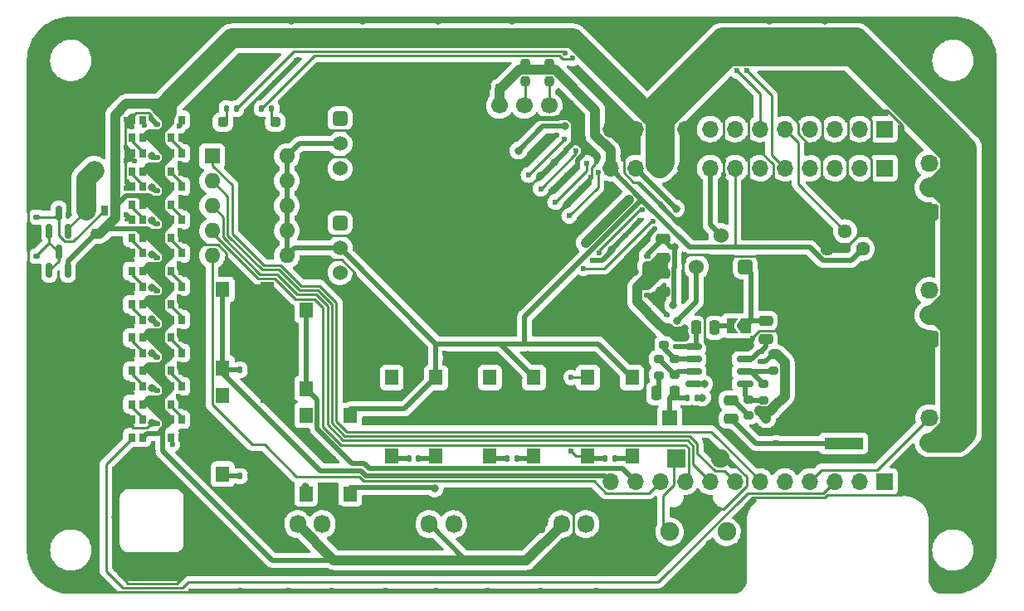
<source format=gbr>
%TF.GenerationSoftware,KiCad,Pcbnew,(6.0.11)*%
%TF.CreationDate,2024-02-29T08:25:03+09:00*%
%TF.ProjectId,Mother_UI,4d6f7468-6572-45f5-9549-2e6b69636164,rev?*%
%TF.SameCoordinates,Original*%
%TF.FileFunction,Copper,L1,Top*%
%TF.FilePolarity,Positive*%
%FSLAX46Y46*%
G04 Gerber Fmt 4.6, Leading zero omitted, Abs format (unit mm)*
G04 Created by KiCad (PCBNEW (6.0.11)) date 2024-02-29 08:25:03*
%MOMM*%
%LPD*%
G01*
G04 APERTURE LIST*
G04 Aperture macros list*
%AMRoundRect*
0 Rectangle with rounded corners*
0 $1 Rounding radius*
0 $2 $3 $4 $5 $6 $7 $8 $9 X,Y pos of 4 corners*
0 Add a 4 corners polygon primitive as box body*
4,1,4,$2,$3,$4,$5,$6,$7,$8,$9,$2,$3,0*
0 Add four circle primitives for the rounded corners*
1,1,$1+$1,$2,$3*
1,1,$1+$1,$4,$5*
1,1,$1+$1,$6,$7*
1,1,$1+$1,$8,$9*
0 Add four rect primitives between the rounded corners*
20,1,$1+$1,$2,$3,$4,$5,0*
20,1,$1+$1,$4,$5,$6,$7,0*
20,1,$1+$1,$6,$7,$8,$9,0*
20,1,$1+$1,$8,$9,$2,$3,0*%
%AMFreePoly0*
4,1,6,1.000000,0.000000,0.500000,-0.750000,-0.500000,-0.750000,-0.500000,0.750000,0.500000,0.750000,1.000000,0.000000,1.000000,0.000000,$1*%
%AMFreePoly1*
4,1,6,0.500000,-0.750000,-0.650000,-0.750000,-0.150000,0.000000,-0.650000,0.750000,0.500000,0.750000,0.500000,-0.750000,0.500000,-0.750000,$1*%
G04 Aperture macros list end*
%TA.AperFunction,SMDPad,CuDef*%
%ADD10RoundRect,0.250000X-0.250000X-0.475000X0.250000X-0.475000X0.250000X0.475000X-0.250000X0.475000X0*%
%TD*%
%TA.AperFunction,ComponentPad*%
%ADD11RoundRect,0.381000X-0.381000X0.381000X-0.381000X-0.381000X0.381000X-0.381000X0.381000X0.381000X0*%
%TD*%
%TA.AperFunction,ComponentPad*%
%ADD12C,1.524000*%
%TD*%
%TA.AperFunction,SMDPad,CuDef*%
%ADD13RoundRect,0.200000X-0.275000X0.200000X-0.275000X-0.200000X0.275000X-0.200000X0.275000X0.200000X0*%
%TD*%
%TA.AperFunction,SMDPad,CuDef*%
%ADD14R,1.400000X1.600000*%
%TD*%
%TA.AperFunction,SMDPad,CuDef*%
%ADD15RoundRect,0.140000X0.170000X-0.140000X0.170000X0.140000X-0.170000X0.140000X-0.170000X-0.140000X0*%
%TD*%
%TA.AperFunction,ComponentPad*%
%ADD16RoundRect,0.250000X0.675000X-0.600000X0.675000X0.600000X-0.675000X0.600000X-0.675000X-0.600000X0*%
%TD*%
%TA.AperFunction,ComponentPad*%
%ADD17O,1.850000X1.700000*%
%TD*%
%TA.AperFunction,SMDPad,CuDef*%
%ADD18R,4.000000X1.200000*%
%TD*%
%TA.AperFunction,ComponentPad*%
%ADD19RoundRect,0.425000X-0.425000X-0.425000X0.425000X-0.425000X0.425000X0.425000X-0.425000X0.425000X0*%
%TD*%
%TA.AperFunction,ComponentPad*%
%ADD20C,1.700000*%
%TD*%
%TA.AperFunction,SMDPad,CuDef*%
%ADD21RoundRect,0.250000X-0.475000X0.250000X-0.475000X-0.250000X0.475000X-0.250000X0.475000X0.250000X0*%
%TD*%
%TA.AperFunction,SMDPad,CuDef*%
%ADD22RoundRect,0.200000X0.275000X-0.200000X0.275000X0.200000X-0.275000X0.200000X-0.275000X-0.200000X0*%
%TD*%
%TA.AperFunction,SMDPad,CuDef*%
%ADD23R,0.700000X0.900000*%
%TD*%
%TA.AperFunction,SMDPad,CuDef*%
%ADD24RoundRect,0.135000X0.185000X-0.135000X0.185000X0.135000X-0.185000X0.135000X-0.185000X-0.135000X0*%
%TD*%
%TA.AperFunction,SMDPad,CuDef*%
%ADD25RoundRect,0.135000X0.135000X0.185000X-0.135000X0.185000X-0.135000X-0.185000X0.135000X-0.185000X0*%
%TD*%
%TA.AperFunction,SMDPad,CuDef*%
%ADD26RoundRect,0.140000X0.140000X0.170000X-0.140000X0.170000X-0.140000X-0.170000X0.140000X-0.170000X0*%
%TD*%
%TA.AperFunction,ComponentPad*%
%ADD27RoundRect,0.381000X-0.381000X-0.381000X0.381000X-0.381000X0.381000X0.381000X-0.381000X0.381000X0*%
%TD*%
%TA.AperFunction,SMDPad,CuDef*%
%ADD28FreePoly0,180.000000*%
%TD*%
%TA.AperFunction,SMDPad,CuDef*%
%ADD29FreePoly1,180.000000*%
%TD*%
%TA.AperFunction,SMDPad,CuDef*%
%ADD30RoundRect,0.140000X-0.140000X-0.170000X0.140000X-0.170000X0.140000X0.170000X-0.140000X0.170000X0*%
%TD*%
%TA.AperFunction,SMDPad,CuDef*%
%ADD31R,1.500000X1.500000*%
%TD*%
%TA.AperFunction,SMDPad,CuDef*%
%ADD32RoundRect,0.250000X0.250000X0.475000X-0.250000X0.475000X-0.250000X-0.475000X0.250000X-0.475000X0*%
%TD*%
%TA.AperFunction,ComponentPad*%
%ADD33RoundRect,0.250000X-0.600000X-0.675000X0.600000X-0.675000X0.600000X0.675000X-0.600000X0.675000X0*%
%TD*%
%TA.AperFunction,ComponentPad*%
%ADD34O,1.700000X1.850000*%
%TD*%
%TA.AperFunction,ComponentPad*%
%ADD35R,1.900000X1.900000*%
%TD*%
%TA.AperFunction,ComponentPad*%
%ADD36C,1.900000*%
%TD*%
%TA.AperFunction,SMDPad,CuDef*%
%ADD37RoundRect,0.237500X-0.287500X-0.237500X0.287500X-0.237500X0.287500X0.237500X-0.287500X0.237500X0*%
%TD*%
%TA.AperFunction,SMDPad,CuDef*%
%ADD38RoundRect,0.135000X-0.135000X-0.185000X0.135000X-0.185000X0.135000X0.185000X-0.135000X0.185000X0*%
%TD*%
%TA.AperFunction,ComponentPad*%
%ADD39C,1.440000*%
%TD*%
%TA.AperFunction,SMDPad,CuDef*%
%ADD40RoundRect,0.237500X-0.237500X0.250000X-0.237500X-0.250000X0.237500X-0.250000X0.237500X0.250000X0*%
%TD*%
%TA.AperFunction,SMDPad,CuDef*%
%ADD41RoundRect,0.150000X0.150000X-0.587500X0.150000X0.587500X-0.150000X0.587500X-0.150000X-0.587500X0*%
%TD*%
%TA.AperFunction,SMDPad,CuDef*%
%ADD42RoundRect,0.237500X0.287500X0.237500X-0.287500X0.237500X-0.287500X-0.237500X0.287500X-0.237500X0*%
%TD*%
%TA.AperFunction,ComponentPad*%
%ADD43RoundRect,0.250000X-0.675000X0.600000X-0.675000X-0.600000X0.675000X-0.600000X0.675000X0.600000X0*%
%TD*%
%TA.AperFunction,SMDPad,CuDef*%
%ADD44R,0.700000X1.000000*%
%TD*%
%TA.AperFunction,ComponentPad*%
%ADD45R,1.600000X1.600000*%
%TD*%
%TA.AperFunction,ComponentPad*%
%ADD46O,1.600000X1.600000*%
%TD*%
%TA.AperFunction,SMDPad,CuDef*%
%ADD47RoundRect,0.135000X-0.185000X0.135000X-0.185000X-0.135000X0.185000X-0.135000X0.185000X0.135000X0*%
%TD*%
%TA.AperFunction,SMDPad,CuDef*%
%ADD48RoundRect,0.150000X0.675000X0.150000X-0.675000X0.150000X-0.675000X-0.150000X0.675000X-0.150000X0*%
%TD*%
%TA.AperFunction,ComponentPad*%
%ADD49R,1.700000X1.700000*%
%TD*%
%TA.AperFunction,ComponentPad*%
%ADD50O,1.700000X1.700000*%
%TD*%
%TA.AperFunction,ViaPad*%
%ADD51C,1.000000*%
%TD*%
%TA.AperFunction,ViaPad*%
%ADD52C,0.800000*%
%TD*%
%TA.AperFunction,ViaPad*%
%ADD53C,0.600000*%
%TD*%
%TA.AperFunction,Conductor*%
%ADD54C,0.500000*%
%TD*%
%TA.AperFunction,Conductor*%
%ADD55C,2.000000*%
%TD*%
%TA.AperFunction,Conductor*%
%ADD56C,1.000000*%
%TD*%
%TA.AperFunction,Conductor*%
%ADD57C,0.250000*%
%TD*%
G04 APERTURE END LIST*
D10*
%TO.P,C22,1*%
%TO.N,Net-(C22-Pad1)*%
X146050000Y-108930000D03*
%TO.P,C22,2*%
%TO.N,Net-(C22-Pad2)*%
X147950000Y-108930000D03*
%TD*%
D11*
%TO.P,SW7,1,A*%
%TO.N,DAC_Amp*%
X155160000Y-96040000D03*
D12*
%TO.P,SW7,2,B*%
%TO.N,DAC*%
X152660000Y-92840000D03*
%TO.P,SW7,3,C*%
%TO.N,DAC_Jack*%
X150160000Y-96040000D03*
%TD*%
D13*
%TO.P,R16,1*%
%TO.N,Net-(R13-Pad1)*%
X146330000Y-105465000D03*
%TO.P,R16,2*%
%TO.N,Net-(C22-Pad1)*%
X146330000Y-107115000D03*
%TD*%
D14*
%TO.P,SW8,1,A*%
%TO.N,RST*%
X101850000Y-106350000D03*
X101850000Y-98350000D03*
%TO.P,SW8,2,B*%
%TO.N,GND*%
X106350000Y-98350000D03*
X106350000Y-106350000D03*
%TD*%
D15*
%TO.P,C5,1*%
%TO.N,+5V*%
X95100000Y-106230000D03*
%TO.P,C5,2*%
%TO.N,GND*%
X95100000Y-105270000D03*
%TD*%
D16*
%TO.P,J7,1,Pin_1*%
%TO.N,GND*%
X173950000Y-116450000D03*
D17*
%TO.P,J7,2,Pin_2*%
%TO.N,+5V*%
X173950000Y-113950000D03*
%TO.P,J7,3,Pin_3*%
%TO.N,LEDTape3_H*%
X173950000Y-111450000D03*
%TD*%
D18*
%TO.P,LS1,1,1*%
%TO.N,Net-(C21-Pad2)*%
X165190000Y-114050000D03*
%TO.P,LS1,2,2*%
%TO.N,GND*%
X165190000Y-102850000D03*
%TD*%
D19*
%TO.P,U1,1,GND*%
%TO.N,GND*%
X127540000Y-79565000D03*
D20*
%TO.P,U1,2,VCC*%
%TO.N,+3.3V*%
X130080000Y-79565000D03*
%TO.P,U1,3,SCL*%
%TO.N,I2C1_SCL*%
X132620000Y-79565000D03*
%TO.P,U1,4,SDA*%
%TO.N,I2C1_SDA*%
X135160000Y-79565000D03*
%TD*%
D21*
%TO.P,C16,1*%
%TO.N,GNDA*%
X146730000Y-96680000D03*
%TO.P,C16,2*%
%TO.N,GND*%
X146730000Y-98580000D03*
%TD*%
D22*
%TO.P,R12,1*%
%TO.N,Net-(R11-Pad2)*%
X158010000Y-106595000D03*
%TO.P,R12,2*%
%TO.N,GNDA*%
X158010000Y-104945000D03*
%TD*%
D23*
%TO.P,D3,1,DOUT*%
%TO.N,Net-(D3-Pad1)*%
X96550000Y-82865000D03*
%TO.P,D3,2,GND*%
%TO.N,GND*%
X97650000Y-82865000D03*
%TO.P,D3,3,DIN*%
%TO.N,Net-(D18-Pad1)*%
X97650000Y-81035000D03*
%TO.P,D3,4,VDD*%
%TO.N,+5V*%
X96550000Y-81035000D03*
%TD*%
D16*
%TO.P,J6,1,Pin_1*%
%TO.N,GND*%
X173950000Y-103450000D03*
D17*
%TO.P,J6,2,Pin_2*%
%TO.N,+5V*%
X173950000Y-100950000D03*
%TO.P,J6,3,Pin_3*%
%TO.N,LEDTape2_H*%
X173950000Y-98450000D03*
%TD*%
D24*
%TO.P,R5,1*%
%TO.N,GNDA*%
X145130000Y-95950000D03*
%TO.P,R5,2*%
%TO.N,VCC*%
X145130000Y-94930000D03*
%TD*%
D15*
%TO.P,C3,1*%
%TO.N,+5V*%
X95100000Y-109630000D03*
%TO.P,C3,2*%
%TO.N,GND*%
X95100000Y-108670000D03*
%TD*%
D25*
%TO.P,R4,1*%
%TO.N,Net-(D22-Pad2)*%
X106840000Y-79850000D03*
%TO.P,R4,2*%
%TO.N,MonitorLED1*%
X105820000Y-79850000D03*
%TD*%
D14*
%TO.P,SW4,1,A*%
%TO.N,Tact_SW1*%
X129100000Y-107330000D03*
X129100000Y-115330000D03*
%TO.P,SW4,2,B*%
%TO.N,+3.3V*%
X133600000Y-115330000D03*
X133600000Y-107330000D03*
%TD*%
D23*
%TO.P,D18,1,DOUT*%
%TO.N,Net-(D18-Pad1)*%
X93650000Y-81035000D03*
%TO.P,D18,2,GND*%
%TO.N,GND*%
X92550000Y-81035000D03*
%TO.P,D18,3,DIN*%
%TO.N,Net-(D14-Pad1)*%
X92550000Y-82865000D03*
%TO.P,D18,4,VDD*%
%TO.N,+5V*%
X93650000Y-82865000D03*
%TD*%
D24*
%TO.P,R7,1*%
%TO.N,GND*%
X82850000Y-95960000D03*
%TO.P,R7,2*%
%TO.N,Net-(Q1-Pad1)*%
X82850000Y-94940000D03*
%TD*%
D26*
%TO.P,C14,1*%
%TO.N,+3.3V*%
X141830000Y-115580000D03*
%TO.P,C14,2*%
%TO.N,Tact_SW2*%
X140870000Y-115580000D03*
%TD*%
D27*
%TO.P,SW2,1,A*%
%TO.N,Slide_SW1*%
X113810000Y-80920000D03*
D12*
%TO.P,SW2,2,B*%
%TO.N,+3.3V*%
X113810000Y-83460000D03*
%TO.P,SW2,3,C*%
%TO.N,unconnected-(SW2-Pad3)*%
X113810000Y-86000000D03*
%TD*%
D23*
%TO.P,D16,1,DOUT*%
%TO.N,Net-(D16-Pad1)*%
X96550000Y-110065000D03*
%TO.P,D16,2,GND*%
%TO.N,GND*%
X97650000Y-110065000D03*
%TO.P,D16,3,DIN*%
%TO.N,Net-(D12-Pad1)*%
X97650000Y-108235000D03*
%TO.P,D16,4,VDD*%
%TO.N,+5V*%
X96550000Y-108235000D03*
%TD*%
D28*
%TO.P,JP1,1,A*%
%TO.N,DAC_Amp*%
X155225000Y-102030000D03*
D29*
%TO.P,JP1,2,B*%
%TO.N,Net-(C19-Pad1)*%
X153775000Y-102030000D03*
%TD*%
D30*
%TO.P,C20,1*%
%TO.N,NRST*%
X103620000Y-117400000D03*
%TO.P,C20,2*%
%TO.N,GND*%
X104580000Y-117400000D03*
%TD*%
D23*
%TO.P,D8,1,DOUT*%
%TO.N,Net-(D12-Pad3)*%
X96550000Y-103265000D03*
%TO.P,D8,2,GND*%
%TO.N,GND*%
X97650000Y-103265000D03*
%TO.P,D8,3,DIN*%
%TO.N,Net-(D4-Pad1)*%
X97650000Y-101435000D03*
%TO.P,D8,4,VDD*%
%TO.N,+5V*%
X96550000Y-101435000D03*
%TD*%
D31*
%TO.P,H4,1,1*%
%TO.N,Net-(C22-Pad2)*%
X147430000Y-111430000D03*
%TD*%
D21*
%TO.P,C21,1*%
%TO.N,Net-(C21-Pad1)*%
X153710000Y-109650000D03*
%TO.P,C21,2*%
%TO.N,Net-(C21-Pad2)*%
X153710000Y-111550000D03*
%TD*%
D24*
%TO.P,R6,1*%
%TO.N,GND*%
X145140000Y-98890000D03*
%TO.P,R6,2*%
%TO.N,GNDA*%
X145140000Y-97870000D03*
%TD*%
D22*
%TO.P,R11,1*%
%TO.N,Net-(R11-Pad1)*%
X157030000Y-109635000D03*
%TO.P,R11,2*%
%TO.N,Net-(R11-Pad2)*%
X157030000Y-107985000D03*
%TD*%
D32*
%TO.P,C19,1*%
%TO.N,Net-(C19-Pad1)*%
X152019999Y-102260000D03*
%TO.P,C19,2*%
%TO.N,Net-(C19-Pad2)*%
X150119999Y-102260000D03*
%TD*%
D15*
%TO.P,C7,1*%
%TO.N,+5V*%
X95100000Y-102830000D03*
%TO.P,C7,2*%
%TO.N,GND*%
X95100000Y-101870000D03*
%TD*%
D23*
%TO.P,D10,1,DOUT*%
%TO.N,Net-(D10-Pad1)*%
X93650000Y-87835000D03*
%TO.P,D10,2,GND*%
%TO.N,GND*%
X92550000Y-87835000D03*
%TO.P,D10,3,DIN*%
%TO.N,Net-(D10-Pad3)*%
X92550000Y-89665000D03*
%TO.P,D10,4,VDD*%
%TO.N,+5V*%
X93650000Y-89665000D03*
%TD*%
D24*
%TO.P,R8,1*%
%TO.N,GND*%
X82850000Y-91960000D03*
%TO.P,R8,2*%
%TO.N,Net-(Q2-Pad1)*%
X82850000Y-90940000D03*
%TD*%
D23*
%TO.P,D19,1,DOUT*%
%TO.N,Net-(D19-Pad1)*%
X96550000Y-96465000D03*
%TO.P,D19,2,GND*%
%TO.N,GND*%
X97650000Y-96465000D03*
%TO.P,D19,3,DIN*%
%TO.N,Net-(D15-Pad1)*%
X97650000Y-94635000D03*
%TO.P,D19,4,VDD*%
%TO.N,+5V*%
X96550000Y-94635000D03*
%TD*%
D26*
%TO.P,C12,1*%
%TO.N,+3.3V*%
X131830000Y-115580000D03*
%TO.P,C12,2*%
%TO.N,Tact_SW1*%
X130870000Y-115580000D03*
%TD*%
D33*
%TO.P,J2,1,Pin_1*%
%TO.N,GND*%
X107000000Y-122300000D03*
D34*
%TO.P,J2,2,Pin_2*%
%TO.N,+5V*%
X109500000Y-122300000D03*
%TO.P,J2,3,Pin_3*%
%TO.N,Sensor1*%
X112000000Y-122300000D03*
%TD*%
D14*
%TO.P,SW11,1,A*%
%TO.N,NRST*%
X101850000Y-117200000D03*
X101850000Y-109200000D03*
%TO.P,SW11,2,B*%
%TO.N,GND*%
X106350000Y-117200000D03*
X106350000Y-109200000D03*
%TD*%
D35*
%TO.P,J8,R*%
%TO.N,DAC_Jack*%
X148100000Y-115580000D03*
D36*
%TO.P,J8,S*%
%TO.N,GND*%
X152600000Y-115580000D03*
%TO.P,J8,T*%
%TO.N,DAC_Jack*%
X153250000Y-123080000D03*
X147450000Y-123080000D03*
%TD*%
D15*
%TO.P,C1,1*%
%TO.N,+5V*%
X95100000Y-113030000D03*
%TO.P,C1,2*%
%TO.N,GND*%
X95100000Y-112070000D03*
%TD*%
D13*
%TO.P,R15,1*%
%TO.N,Net-(R11-Pad1)*%
X155490000Y-109565000D03*
%TO.P,R15,2*%
%TO.N,Net-(C21-Pad1)*%
X155490000Y-111215000D03*
%TD*%
D21*
%TO.P,C15,1*%
%TO.N,VCC*%
X146740000Y-93170000D03*
%TO.P,C15,2*%
%TO.N,GNDA*%
X146740000Y-95070000D03*
%TD*%
D37*
%TO.P,D22,1,K*%
%TO.N,GND*%
X105455000Y-81250000D03*
%TO.P,D22,2,A*%
%TO.N,Net-(D22-Pad2)*%
X107205000Y-81250000D03*
%TD*%
D33*
%TO.P,J3,1,Pin_1*%
%TO.N,GND*%
X120400000Y-122300000D03*
D34*
%TO.P,J3,2,Pin_2*%
%TO.N,+5V*%
X122900000Y-122300000D03*
%TO.P,J3,3,Pin_3*%
%TO.N,Sensor2*%
X125400000Y-122300000D03*
%TD*%
D38*
%TO.P,R3,1*%
%TO.N,Net-(D21-Pad2)*%
X102220000Y-79850000D03*
%TO.P,R3,2*%
%TO.N,MonitorLED0*%
X103240000Y-79850000D03*
%TD*%
D15*
%TO.P,C10,1*%
%TO.N,+5V*%
X95100000Y-82430000D03*
%TO.P,C10,2*%
%TO.N,GND*%
X95100000Y-81470000D03*
%TD*%
D24*
%TO.P,R9,1*%
%TO.N,GNDA*%
X156740000Y-105730000D03*
%TO.P,R9,2*%
%TO.N,Net-(C18-Pad2)*%
X156740000Y-104710000D03*
%TD*%
D15*
%TO.P,C2,1*%
%TO.N,+5V*%
X95100000Y-96030000D03*
%TO.P,C2,2*%
%TO.N,GND*%
X95100000Y-95070000D03*
%TD*%
D39*
%TO.P,RV1,1,1*%
%TO.N,GND*%
X163553950Y-94190000D03*
%TO.P,RV1,2,2*%
%TO.N,Volume*%
X165350000Y-92393950D03*
%TO.P,RV1,3,3*%
%TO.N,+3.3V*%
X167146050Y-94190000D03*
%TD*%
D23*
%TO.P,D11,1,DOUT*%
%TO.N,Net-(D11-Pad1)*%
X96550000Y-89665000D03*
%TO.P,D11,2,GND*%
%TO.N,GND*%
X97650000Y-89665000D03*
%TO.P,D11,3,DIN*%
%TO.N,Net-(D11-Pad3)*%
X97650000Y-87835000D03*
%TO.P,D11,4,VDD*%
%TO.N,+5V*%
X96550000Y-87835000D03*
%TD*%
%TO.P,D2,1,DOUT*%
%TO.N,Net-(D2-Pad1)*%
X93650000Y-94635000D03*
%TO.P,D2,2,GND*%
%TO.N,GND*%
X92550000Y-94635000D03*
%TO.P,D2,3,DIN*%
%TO.N,Net-(D17-Pad1)*%
X92550000Y-96465000D03*
%TO.P,D2,4,VDD*%
%TO.N,+5V*%
X93650000Y-96465000D03*
%TD*%
D40*
%TO.P,R2,1*%
%TO.N,+3.3V*%
X135150000Y-75287500D03*
%TO.P,R2,2*%
%TO.N,I2C1_SDA*%
X135150000Y-77112500D03*
%TD*%
D14*
%TO.P,SW6,1,A*%
%TO.N,Tact_SW2*%
X139100000Y-115330000D03*
X139100000Y-107330000D03*
%TO.P,SW6,2,B*%
%TO.N,+3.3V*%
X143600000Y-107330000D03*
X143600000Y-115330000D03*
%TD*%
D23*
%TO.P,D12,1,DOUT*%
%TO.N,Net-(D12-Pad1)*%
X96550000Y-106665000D03*
%TO.P,D12,2,GND*%
%TO.N,GND*%
X97650000Y-106665000D03*
%TO.P,D12,3,DIN*%
%TO.N,Net-(D12-Pad3)*%
X97650000Y-104835000D03*
%TO.P,D12,4,VDD*%
%TO.N,+5V*%
X96550000Y-104835000D03*
%TD*%
%TO.P,D17,1,DOUT*%
%TO.N,Net-(D17-Pad1)*%
X93650000Y-98035000D03*
%TO.P,D17,2,GND*%
%TO.N,GND*%
X92550000Y-98035000D03*
%TO.P,D17,3,DIN*%
%TO.N,Net-(D13-Pad1)*%
X92550000Y-99865000D03*
%TO.P,D17,4,VDD*%
%TO.N,+5V*%
X93650000Y-99865000D03*
%TD*%
%TO.P,D13,1,DOUT*%
%TO.N,Net-(D13-Pad1)*%
X93650000Y-101435000D03*
%TO.P,D13,2,GND*%
%TO.N,GND*%
X92550000Y-101435000D03*
%TO.P,D13,3,DIN*%
%TO.N,Net-(D13-Pad3)*%
X92550000Y-103265000D03*
%TO.P,D13,4,VDD*%
%TO.N,+5V*%
X93650000Y-103265000D03*
%TD*%
D15*
%TO.P,C6,1*%
%TO.N,+5V*%
X95100000Y-89230000D03*
%TO.P,C6,2*%
%TO.N,GND*%
X95100000Y-88270000D03*
%TD*%
D23*
%TO.P,D6,1,DOUT*%
%TO.N,Net-(D10-Pad3)*%
X93650000Y-91235000D03*
%TO.P,D6,2,GND*%
%TO.N,GND*%
X92550000Y-91235000D03*
%TO.P,D6,3,DIN*%
%TO.N,Net-(D2-Pad1)*%
X92550000Y-93065000D03*
%TO.P,D6,4,VDD*%
%TO.N,+5V*%
X93650000Y-93065000D03*
%TD*%
%TO.P,D4,1,DOUT*%
%TO.N,Net-(D4-Pad1)*%
X96550000Y-99865000D03*
%TO.P,D4,2,GND*%
%TO.N,GND*%
X97650000Y-99865000D03*
%TO.P,D4,3,DIN*%
%TO.N,Net-(D19-Pad1)*%
X97650000Y-98035000D03*
%TO.P,D4,4,VDD*%
%TO.N,+5V*%
X96550000Y-98035000D03*
%TD*%
D30*
%TO.P,C17,1*%
%TO.N,RST*%
X103620000Y-106550000D03*
%TO.P,C17,2*%
%TO.N,GND*%
X104580000Y-106550000D03*
%TD*%
D41*
%TO.P,Q1,1,B*%
%TO.N,Net-(Q1-Pad1)*%
X84150000Y-96387500D03*
%TO.P,Q1,2,E*%
%TO.N,+5V*%
X86050000Y-96387500D03*
%TO.P,Q1,3,C*%
%TO.N,Net-(Q1-Pad1)*%
X85100000Y-94512500D03*
%TD*%
D14*
%TO.P,SW3,1,A*%
%TO.N,Tact_SW0*%
X119100000Y-107330000D03*
X119100000Y-115330000D03*
%TO.P,SW3,2,B*%
%TO.N,+3.3V*%
X123600000Y-107330000D03*
X123600000Y-115330000D03*
%TD*%
D24*
%TO.P,R17,1*%
%TO.N,Net-(C21-Pad2)*%
X158310000Y-114030000D03*
%TO.P,R17,2*%
%TO.N,GND*%
X158310000Y-113010000D03*
%TD*%
D23*
%TO.P,D7,1,DOUT*%
%TO.N,Net-(D11-Pad3)*%
X96550000Y-86265000D03*
%TO.P,D7,2,GND*%
%TO.N,GND*%
X97650000Y-86265000D03*
%TO.P,D7,3,DIN*%
%TO.N,Net-(D3-Pad1)*%
X97650000Y-84435000D03*
%TO.P,D7,4,VDD*%
%TO.N,+5V*%
X96550000Y-84435000D03*
%TD*%
D21*
%TO.P,C18,1*%
%TO.N,DAC_Amp*%
X157240000Y-101530000D03*
%TO.P,C18,2*%
%TO.N,Net-(C18-Pad2)*%
X157240000Y-103430000D03*
%TD*%
D22*
%TO.P,R14,1*%
%TO.N,Net-(R13-Pad2)*%
X146870000Y-103975000D03*
%TO.P,R14,2*%
%TO.N,GNDA*%
X146870000Y-102325000D03*
%TD*%
D16*
%TO.P,J5,1,Pin_1*%
%TO.N,GND*%
X173950000Y-90450000D03*
D17*
%TO.P,J5,2,Pin_2*%
%TO.N,+5V*%
X173950000Y-87950000D03*
%TO.P,J5,3,Pin_3*%
%TO.N,LEDTape1_H*%
X173950000Y-85450000D03*
%TD*%
D42*
%TO.P,D21,1,K*%
%TO.N,GND*%
X103605000Y-81250000D03*
%TO.P,D21,2,A*%
%TO.N,Net-(D21-Pad2)*%
X101855000Y-81250000D03*
%TD*%
D43*
%TO.P,J1,1,Pin_1*%
%TO.N,GND*%
X88750000Y-83700000D03*
D17*
%TO.P,J1,2,Pin_2*%
%TO.N,Net-(J1-Pad2)*%
X88750000Y-86200000D03*
%TD*%
D44*
%TO.P,Q2,1,G*%
%TO.N,Net-(Q2-Pad1)*%
X89800000Y-90250000D03*
%TO.P,Q2,2,S*%
%TO.N,Net-(J1-Pad2)*%
X87900000Y-90250000D03*
%TO.P,Q2,3,D*%
%TO.N,+5V*%
X88850000Y-92650000D03*
%TD*%
D15*
%TO.P,C8,1*%
%TO.N,+5V*%
X95100000Y-85830000D03*
%TO.P,C8,2*%
%TO.N,GND*%
X95100000Y-84870000D03*
%TD*%
%TO.P,C4,1*%
%TO.N,+5V*%
X95100000Y-92630000D03*
%TO.P,C4,2*%
%TO.N,GND*%
X95100000Y-91670000D03*
%TD*%
D33*
%TO.P,J4,1,Pin_1*%
%TO.N,GND*%
X133900000Y-122300000D03*
D34*
%TO.P,J4,2,Pin_2*%
%TO.N,+5V*%
X136400000Y-122300000D03*
%TO.P,J4,3,Pin_3*%
%TO.N,Sensor3*%
X138900000Y-122300000D03*
%TD*%
D15*
%TO.P,C9,1*%
%TO.N,+5V*%
X95100000Y-99430000D03*
%TO.P,C9,2*%
%TO.N,GND*%
X95100000Y-98470000D03*
%TD*%
D23*
%TO.P,D5,1,DOUT*%
%TO.N,Net-(D5-Pad1)*%
X93650000Y-108235000D03*
%TO.P,D5,2,GND*%
%TO.N,GND*%
X92550000Y-108235000D03*
%TO.P,D5,3,DIN*%
%TO.N,Net-(D1-Pad1)*%
X92550000Y-110065000D03*
%TO.P,D5,4,VDD*%
%TO.N,+5V*%
X93650000Y-110065000D03*
%TD*%
D45*
%TO.P,SW1,1*%
%TO.N,DIP_SW0*%
X100770000Y-84725000D03*
D46*
%TO.P,SW1,2*%
%TO.N,DIP_SW1*%
X100770000Y-87265000D03*
%TO.P,SW1,3*%
%TO.N,DIP_SW2*%
X100770000Y-89805000D03*
%TO.P,SW1,4*%
%TO.N,DIP_SW3*%
X100770000Y-92345000D03*
%TO.P,SW1,5*%
%TO.N,DIP_SW4*%
X100770000Y-94885000D03*
%TO.P,SW1,6*%
%TO.N,+3.3V*%
X108390000Y-94885000D03*
%TO.P,SW1,7*%
X108390000Y-92345000D03*
%TO.P,SW1,8*%
X108390000Y-89805000D03*
%TO.P,SW1,9*%
X108390000Y-87265000D03*
%TO.P,SW1,10*%
X108390000Y-84725000D03*
%TD*%
D41*
%TO.P,Q3,1,B*%
%TO.N,Net-(Q1-Pad1)*%
X84150000Y-92387500D03*
%TO.P,Q3,2,E*%
%TO.N,Net-(J1-Pad2)*%
X86050000Y-92387500D03*
%TO.P,Q3,3,C*%
%TO.N,Net-(Q2-Pad1)*%
X85100000Y-90512500D03*
%TD*%
D23*
%TO.P,D20,1,DOUT*%
%TO.N,Net-(D20-Pad1)*%
X96550000Y-113465000D03*
%TO.P,D20,2,GND*%
%TO.N,GND*%
X97650000Y-113465000D03*
%TO.P,D20,3,DIN*%
%TO.N,Net-(D16-Pad1)*%
X97650000Y-111635000D03*
%TO.P,D20,4,VDD*%
%TO.N,+5V*%
X96550000Y-111635000D03*
%TD*%
D47*
%TO.P,R10,1*%
%TO.N,GNDA*%
X148160000Y-103160000D03*
%TO.P,R10,2*%
%TO.N,Net-(C19-Pad2)*%
X148160000Y-104180000D03*
%TD*%
D23*
%TO.P,D1,1,DOUT*%
%TO.N,Net-(D1-Pad1)*%
X93650000Y-111635000D03*
%TO.P,D1,2,GND*%
%TO.N,GND*%
X92550000Y-111635000D03*
%TO.P,D1,3,DIN*%
%TO.N,NeoPixel_H*%
X92550000Y-113465000D03*
%TO.P,D1,4,VDD*%
%TO.N,+5V*%
X93650000Y-113465000D03*
%TD*%
D14*
%TO.P,SW10,1,A*%
%TO.N,BOOT0*%
X110350000Y-111200000D03*
X110350000Y-119200000D03*
%TO.P,SW10,2,B*%
%TO.N,+3.3V*%
X114850000Y-119200000D03*
X114850000Y-111200000D03*
%TD*%
D38*
%TO.P,R18,1*%
%TO.N,Net-(C22-Pad2)*%
X149210000Y-109380000D03*
%TO.P,R18,2*%
%TO.N,GNDA*%
X150230000Y-109380000D03*
%TD*%
D26*
%TO.P,C11,1*%
%TO.N,+3.3V*%
X121830000Y-115580000D03*
%TO.P,C11,2*%
%TO.N,Tact_SW0*%
X120870000Y-115580000D03*
%TD*%
D40*
%TO.P,R1,1*%
%TO.N,+3.3V*%
X132750000Y-75287500D03*
%TO.P,R1,2*%
%TO.N,I2C1_SCL*%
X132750000Y-77112500D03*
%TD*%
D27*
%TO.P,SW5,1,A*%
%TO.N,Slide_SW2*%
X113810000Y-91549000D03*
D12*
%TO.P,SW5,2,B*%
%TO.N,+3.3V*%
X113810000Y-94089000D03*
%TO.P,SW5,3,C*%
%TO.N,unconnected-(SW5-Pad3)*%
X113810000Y-96629000D03*
%TD*%
D14*
%TO.P,SW9,1,A*%
%TO.N,PRG*%
X110350000Y-100450000D03*
X110350000Y-108450000D03*
%TO.P,SW9,2,B*%
%TO.N,GND*%
X114850000Y-100450000D03*
X114850000Y-108450000D03*
%TD*%
D23*
%TO.P,D9,1,DOUT*%
%TO.N,Net-(D13-Pad3)*%
X93650000Y-104835000D03*
%TO.P,D9,2,GND*%
%TO.N,GND*%
X92550000Y-104835000D03*
%TO.P,D9,3,DIN*%
%TO.N,Net-(D5-Pad1)*%
X92550000Y-106665000D03*
%TO.P,D9,4,VDD*%
%TO.N,+5V*%
X93650000Y-106665000D03*
%TD*%
%TO.P,D14,1,DOUT*%
%TO.N,Net-(D14-Pad1)*%
X93650000Y-84435000D03*
%TO.P,D14,2,GND*%
%TO.N,GND*%
X92550000Y-84435000D03*
%TO.P,D14,3,DIN*%
%TO.N,Net-(D10-Pad1)*%
X92550000Y-86265000D03*
%TO.P,D14,4,VDD*%
%TO.N,+5V*%
X93650000Y-86265000D03*
%TD*%
%TO.P,D15,1,DOUT*%
%TO.N,Net-(D15-Pad1)*%
X96550000Y-93065000D03*
%TO.P,D15,2,GND*%
%TO.N,GND*%
X97650000Y-93065000D03*
%TO.P,D15,3,DIN*%
%TO.N,Net-(D11-Pad1)*%
X97650000Y-91235000D03*
%TO.P,D15,4,VDD*%
%TO.N,+5V*%
X96550000Y-91235000D03*
%TD*%
D26*
%TO.P,C13,1*%
%TO.N,+3.3V*%
X129960000Y-77700000D03*
%TO.P,C13,2*%
%TO.N,GND*%
X129000000Y-77700000D03*
%TD*%
D48*
%TO.P,U2,1*%
%TO.N,Net-(R11-Pad1)*%
X155115000Y-108005000D03*
%TO.P,U2,2,-*%
%TO.N,Net-(R11-Pad2)*%
X155115000Y-106735000D03*
%TO.P,U2,3,+*%
%TO.N,Net-(C18-Pad2)*%
X155115000Y-105465000D03*
%TO.P,U2,4,V-*%
%TO.N,GND*%
X155115000Y-104195000D03*
%TO.P,U2,5,+*%
%TO.N,Net-(C19-Pad2)*%
X149865000Y-104195000D03*
%TO.P,U2,6,-*%
%TO.N,Net-(R13-Pad2)*%
X149865000Y-105465000D03*
%TO.P,U2,7*%
%TO.N,Net-(R13-Pad1)*%
X149865000Y-106735000D03*
%TO.P,U2,8,V+*%
%TO.N,VCC*%
X149865000Y-108005000D03*
%TD*%
D22*
%TO.P,R13,1*%
%TO.N,Net-(R13-Pad1)*%
X147930000Y-107075000D03*
%TO.P,R13,2*%
%TO.N,Net-(R13-Pad2)*%
X147930000Y-105425000D03*
%TD*%
D49*
%TO.P,J10,1,Pin_1*%
%TO.N,LEDTape1_H*%
X169350000Y-85950000D03*
D50*
%TO.P,J10,2,Pin_2*%
%TO.N,Tact_SW2*%
X166810000Y-85950000D03*
%TO.P,J10,3,Pin_3*%
%TO.N,Tact_SW0*%
X164270000Y-85950000D03*
%TO.P,J10,4,Pin_4*%
%TO.N,Tact_SW1*%
X161730000Y-85950000D03*
%TO.P,J10,5,Pin_5*%
%TO.N,MonitorLED0*%
X159190000Y-85950000D03*
%TO.P,J10,6,Pin_6*%
%TO.N,Sensor3*%
X156650000Y-85950000D03*
%TO.P,J10,7,Pin_7*%
%TO.N,+3.3V*%
X154110000Y-85950000D03*
%TO.P,J10,8,Pin_8*%
%TO.N,DAC*%
X151570000Y-85950000D03*
%TO.P,J10,9,Pin_9*%
%TO.N,GND*%
X149030000Y-85950000D03*
%TO.P,J10,10,Pin_10*%
%TO.N,+5V*%
X146490000Y-85950000D03*
%TO.P,J10,11,Pin_11*%
%TO.N,VCC*%
X143950000Y-85950000D03*
%TO.P,J10,12,Pin_12*%
%TO.N,+3.3V*%
X141410000Y-85950000D03*
%TD*%
D49*
%TO.P,J9,1,Pin_1*%
%TO.N,LEDTape2_H*%
X169350000Y-81950000D03*
D50*
%TO.P,J9,2,Pin_2*%
%TO.N,Slide_SW1*%
X166810000Y-81950000D03*
%TO.P,J9,3,Pin_3*%
%TO.N,Slide_SW2*%
X164270000Y-81950000D03*
%TO.P,J9,4,Pin_4*%
%TO.N,BOOT0*%
X161730000Y-81950000D03*
%TO.P,J9,5,Pin_5*%
%TO.N,Volume*%
X159190000Y-81950000D03*
%TO.P,J9,6,Pin_6*%
%TO.N,MonitorLED1*%
X156650000Y-81950000D03*
%TO.P,J9,7,Pin_7*%
%TO.N,Sensor1*%
X154110000Y-81950000D03*
%TO.P,J9,8,Pin_8*%
%TO.N,Sensor2*%
X151570000Y-81950000D03*
%TO.P,J9,9,Pin_9*%
%TO.N,GND*%
X149030000Y-81950000D03*
%TO.P,J9,10,Pin_10*%
%TO.N,+5V*%
X146490000Y-81950000D03*
%TO.P,J9,11,Pin_11*%
%TO.N,GND*%
X143950000Y-81950000D03*
%TO.P,J9,12,Pin_12*%
X141410000Y-81950000D03*
%TD*%
D49*
%TO.P,J11,1,Pin_1*%
%TO.N,I2C1_SDA*%
X169350000Y-117950000D03*
D50*
%TO.P,J11,2,Pin_2*%
%TO.N,I2C1_SCL*%
X166810000Y-117950000D03*
%TO.P,J11,3,Pin_3*%
%TO.N,NeoPixel_H*%
X164270000Y-117950000D03*
%TO.P,J11,4,Pin_4*%
%TO.N,LEDTape3_H*%
X161730000Y-117950000D03*
%TO.P,J11,5,Pin_5*%
%TO.N,NRST*%
X159190000Y-117950000D03*
%TO.P,J11,6,Pin_6*%
%TO.N,DIP_SW0*%
X156650000Y-117950000D03*
%TO.P,J11,7,Pin_7*%
%TO.N,DIP_SW1*%
X154110000Y-117950000D03*
%TO.P,J11,8,Pin_8*%
%TO.N,DIP_SW2*%
X151570000Y-117950000D03*
%TO.P,J11,9,Pin_9*%
%TO.N,DIP_SW3*%
X149030000Y-117950000D03*
%TO.P,J11,10,Pin_10*%
%TO.N,DIP_SW4*%
X146490000Y-117950000D03*
%TO.P,J11,11,Pin_11*%
%TO.N,PRG*%
X143950000Y-117950000D03*
%TO.P,J11,12,Pin_12*%
%TO.N,RST*%
X141410000Y-117950000D03*
%TD*%
D51*
%TO.N,+5V*%
X138878602Y-93568602D03*
X143278602Y-89161398D03*
D52*
%TO.N,GND*%
X113860000Y-120780000D03*
X86350000Y-71450000D03*
X91530000Y-101560000D03*
X126480000Y-111800000D03*
X174350000Y-76950000D03*
X161780000Y-90580000D03*
X174230000Y-119860000D03*
X116450000Y-119850000D03*
X151790000Y-95280000D03*
D53*
X139870000Y-119420000D03*
D52*
X169320000Y-87860000D03*
X83850000Y-77450000D03*
X141760000Y-111620000D03*
X158510000Y-90470000D03*
X167900000Y-105230000D03*
X176350000Y-78450000D03*
X138387537Y-70888716D03*
X132960000Y-105030000D03*
X106740000Y-94500000D03*
X154440000Y-97860000D03*
X151760000Y-120370000D03*
X142270000Y-122980000D03*
X163274240Y-70900466D03*
X97210000Y-118110000D03*
D53*
X149000000Y-98880000D03*
D52*
X132590000Y-85320000D03*
X115300000Y-82270000D03*
X153220000Y-106340000D03*
X130890000Y-92900000D03*
X89350000Y-80950000D03*
X82850000Y-81450000D03*
D53*
X82160000Y-96520000D03*
D52*
X100420000Y-111400000D03*
X127270000Y-122470000D03*
X176350000Y-121450000D03*
X140050000Y-89880000D03*
X151530000Y-124290000D03*
X94620000Y-111960000D03*
X171210000Y-82600000D03*
X169270000Y-97740000D03*
X138800000Y-109050000D03*
X168670000Y-94960000D03*
X146700000Y-99360000D03*
X154510000Y-128670000D03*
D53*
X124540000Y-105850000D03*
D52*
X94030000Y-74680000D03*
X127670000Y-96140000D03*
X145760000Y-99010000D03*
D53*
X153830000Y-83750000D03*
D52*
X158470000Y-92660000D03*
X109740000Y-85970000D03*
X130950000Y-95740000D03*
X151060000Y-128760000D03*
X82850000Y-124950000D03*
X98310000Y-123250000D03*
X143080000Y-100990000D03*
D53*
X107140000Y-77230000D03*
D52*
X166710000Y-96620000D03*
X173750000Y-96480000D03*
X99660000Y-104950000D03*
X108760000Y-111920000D03*
X130350000Y-75620000D03*
X130290000Y-111630000D03*
D53*
X145940000Y-92160000D03*
D52*
X170850000Y-116450000D03*
X166970000Y-99210000D03*
X156150000Y-87800000D03*
D53*
X91970000Y-88010000D03*
D52*
X145410000Y-122960000D03*
D53*
X154100000Y-103920000D03*
D52*
X145620000Y-120160000D03*
X157610000Y-70880000D03*
D53*
X155210000Y-88530000D03*
D52*
X121850000Y-107090000D03*
D53*
X138080000Y-85580000D03*
D52*
X170880000Y-87620000D03*
X176350000Y-128450000D03*
D53*
X145130000Y-107570000D03*
D52*
X126590000Y-102650000D03*
D53*
X163830000Y-80330000D03*
D52*
X163980000Y-105990000D03*
X108700000Y-100190000D03*
X136090000Y-124780000D03*
X114610000Y-99310000D03*
X179850000Y-82950000D03*
D53*
X146660000Y-100220000D03*
D52*
X104520000Y-82340000D03*
D53*
X91980000Y-85180000D03*
D52*
X108490000Y-118360000D03*
X94620000Y-108390000D03*
X179280000Y-80040000D03*
X166330000Y-78720000D03*
X143980000Y-76190000D03*
X145640000Y-110640000D03*
X102650000Y-85820000D03*
X125310000Y-76160000D03*
X98490000Y-113020000D03*
D53*
X113008861Y-129058806D03*
D52*
X131090000Y-119080000D03*
X116500000Y-107310000D03*
D53*
X152935000Y-88705000D03*
D52*
X149000000Y-120350000D03*
X162140000Y-87630000D03*
X165570000Y-112210000D03*
D53*
X152935000Y-85225000D03*
D52*
X168300000Y-115270000D03*
X101610000Y-126950000D03*
X131150000Y-102550000D03*
D53*
X165860000Y-115640000D03*
D52*
X162740000Y-96690000D03*
X104130000Y-87340000D03*
X138760000Y-97490000D03*
X125330000Y-81750000D03*
X131260000Y-82850000D03*
X101820000Y-122700000D03*
X83850000Y-122450000D03*
D53*
X162880000Y-112700000D03*
D52*
X134810000Y-111660000D03*
X128060000Y-111830000D03*
X99260000Y-91070000D03*
X172520000Y-71090000D03*
X104420000Y-98020000D03*
X130300000Y-109040000D03*
D53*
X158710000Y-80420000D03*
D52*
X141480000Y-94240000D03*
X141540000Y-107190000D03*
X166630000Y-80140000D03*
X118000000Y-109230000D03*
X173850000Y-72450000D03*
X98640000Y-79770000D03*
X134220000Y-83770000D03*
D53*
X144200000Y-94060000D03*
D52*
X98350000Y-127170000D03*
D53*
X160150000Y-78990000D03*
D52*
X162760000Y-115620000D03*
X117280000Y-122400000D03*
D53*
X136870000Y-84080000D03*
D52*
X117740000Y-85450000D03*
X127930000Y-99090000D03*
X126590000Y-87270000D03*
X94210000Y-118150000D03*
X124360000Y-96690000D03*
D53*
X134330740Y-129058806D03*
D52*
X134870000Y-108990000D03*
X131369929Y-70900459D03*
X133980000Y-92690000D03*
D53*
X153740000Y-76910000D03*
D52*
X107620000Y-124830000D03*
X112350000Y-92830000D03*
X141360000Y-100030000D03*
X117820000Y-100130000D03*
D53*
X140009933Y-129058806D03*
D52*
X166640000Y-90050000D03*
X159060000Y-100770000D03*
X143920000Y-96550000D03*
X153340000Y-113050000D03*
X144080000Y-84150000D03*
X137030000Y-89610000D03*
D53*
X148610000Y-88670000D03*
X92070000Y-87280000D03*
D52*
X106980000Y-86010000D03*
X112240000Y-127180000D03*
D53*
X82190000Y-92220000D03*
X124510000Y-104820000D03*
D52*
X143500000Y-105400000D03*
X126180000Y-91790000D03*
X86350000Y-78450000D03*
X103150000Y-118880000D03*
X169400000Y-101980000D03*
D53*
X92010000Y-83890000D03*
D52*
X106050000Y-102050000D03*
X108830000Y-70900000D03*
X85070000Y-97760000D03*
X138660000Y-102640000D03*
X169300000Y-92150000D03*
X149280000Y-111500000D03*
X90930000Y-121620000D03*
X150920000Y-111760000D03*
X94620000Y-98130000D03*
D53*
X97540000Y-88960000D03*
D52*
X137950000Y-75930000D03*
D53*
X135890000Y-82590000D03*
D52*
X110670000Y-121090000D03*
X88850000Y-72450000D03*
X88850000Y-127450000D03*
X178850000Y-72450000D03*
X149640000Y-126550000D03*
X169410000Y-84000000D03*
D53*
X129640000Y-124690000D03*
X139440000Y-86900000D03*
D52*
X91510000Y-98180000D03*
X106930000Y-88570000D03*
X91060000Y-93340000D03*
D53*
X103640000Y-129100000D03*
D52*
X177100000Y-116200000D03*
X178850000Y-77450000D03*
X120400000Y-103920000D03*
D53*
X123636589Y-129058806D03*
D52*
X138700000Y-100030000D03*
D53*
X163660000Y-87570000D03*
D52*
X164700000Y-89910000D03*
X159840000Y-88290000D03*
X130310000Y-99470000D03*
X94630000Y-104890000D03*
X104040000Y-91890000D03*
X104560000Y-107640000D03*
X130950000Y-90070000D03*
X153300000Y-95220000D03*
X106580000Y-118690000D03*
D53*
X162900000Y-88370000D03*
D52*
X138430000Y-88080000D03*
X112320000Y-95300000D03*
X154830000Y-121600000D03*
X126590000Y-109060000D03*
X138470000Y-91460000D03*
X168560000Y-80080000D03*
X145780000Y-127100000D03*
X82850000Y-74950000D03*
X82850000Y-114950000D03*
X172010000Y-98120000D03*
X180100000Y-118950000D03*
X115400000Y-97500000D03*
X98450000Y-93110000D03*
X161680000Y-92760000D03*
X141410000Y-103150000D03*
X136605000Y-80345000D03*
X138770000Y-111790000D03*
X164960000Y-76630000D03*
X134280000Y-86730000D03*
D53*
X83970000Y-89930000D03*
D52*
X171490000Y-94060000D03*
X82390000Y-99430000D03*
X124220000Y-99770000D03*
D53*
X97320000Y-109260000D03*
D52*
X134770000Y-119090000D03*
D53*
X161540000Y-111380000D03*
D52*
X94850000Y-77450000D03*
X122860000Y-87990000D03*
X91450000Y-111950000D03*
X121970000Y-91820000D03*
D53*
X119550000Y-101460000D03*
D52*
X120140000Y-111730000D03*
D53*
X148990000Y-94810000D03*
D52*
X86350000Y-128450000D03*
X93850000Y-70950000D03*
X122410000Y-119720000D03*
X142600000Y-98330000D03*
X179850000Y-110450000D03*
X165390000Y-94140000D03*
D53*
X126860000Y-124700000D03*
D52*
X128030000Y-109090000D03*
X113240000Y-118440000D03*
X117920000Y-103410000D03*
X88850000Y-122450000D03*
X133320000Y-90470000D03*
X109860000Y-91040000D03*
X98590000Y-109960000D03*
D53*
X142970000Y-92790000D03*
D52*
X109830000Y-88560000D03*
X145220000Y-72880000D03*
X120240000Y-109010000D03*
X91370000Y-95230000D03*
D53*
X83020000Y-93250000D03*
D52*
X88850000Y-77450000D03*
X114600000Y-106670000D03*
X126510000Y-105080000D03*
X172480000Y-84200000D03*
X100850000Y-70950000D03*
X122190000Y-110440000D03*
X155480000Y-80140000D03*
X149280000Y-91650000D03*
X160620000Y-116420000D03*
X172360000Y-99460000D03*
X135590000Y-88180000D03*
D53*
X150470000Y-88680000D03*
D52*
X97960000Y-115300000D03*
X179850000Y-103450000D03*
X157560000Y-76560000D03*
X132330000Y-108930000D03*
X87850000Y-99450000D03*
X120560000Y-77740000D03*
X174090000Y-109640000D03*
X159210000Y-115370000D03*
X105620000Y-115410000D03*
X127320000Y-107130000D03*
X168350000Y-70950000D03*
X122890000Y-95110000D03*
X113810000Y-89650000D03*
X150510000Y-92820000D03*
X116490000Y-111780000D03*
X179850000Y-124950000D03*
X123730000Y-120640000D03*
X129090000Y-88820000D03*
D53*
X97370000Y-105950000D03*
D52*
X141380000Y-97140000D03*
X167070000Y-92380000D03*
X121170000Y-99850000D03*
X103610000Y-74840000D03*
X98520000Y-106540000D03*
X145490000Y-103120000D03*
X179850000Y-96950000D03*
X118880000Y-88680000D03*
X83850000Y-72450000D03*
X168270000Y-113000000D03*
X116113896Y-70900459D03*
D53*
X82190000Y-94000000D03*
D52*
X85000000Y-85280000D03*
D53*
X92610000Y-81750000D03*
D52*
X177160000Y-118670000D03*
X91530000Y-108350000D03*
X140860000Y-72900000D03*
X151370000Y-97880000D03*
X154370000Y-100270000D03*
X106810000Y-91110000D03*
X124140000Y-102490000D03*
X113060000Y-115700000D03*
X171720000Y-111840000D03*
D53*
X109310000Y-74990000D03*
X145160000Y-106200000D03*
X123740000Y-124680000D03*
D52*
X89850000Y-128950000D03*
X134860000Y-97180000D03*
X87850000Y-119950000D03*
X149930000Y-110720000D03*
X179850000Y-89950000D03*
X156280000Y-112430000D03*
X138770000Y-105280000D03*
D53*
X155910000Y-103300000D03*
D52*
X174080000Y-93910000D03*
X87390000Y-95890000D03*
X137030000Y-86760000D03*
X140000000Y-127090000D03*
D53*
X139594876Y-95370000D03*
X120690000Y-124690000D03*
D52*
X103060000Y-114020000D03*
X172100000Y-114950000D03*
X103400000Y-115860000D03*
X113950000Y-77310000D03*
X106810000Y-109700000D03*
X162800000Y-109660000D03*
X160890000Y-107680000D03*
X143710000Y-125130000D03*
X123856620Y-70900459D03*
X110370000Y-92830000D03*
D53*
X97460000Y-85490000D03*
D52*
X82390000Y-109530000D03*
D53*
X118650000Y-127270000D03*
D52*
X94610000Y-87910000D03*
X98400000Y-86250000D03*
X118470000Y-92150000D03*
X170400000Y-73310000D03*
X166270000Y-108700000D03*
D53*
X92800000Y-85190000D03*
X97380000Y-99120000D03*
X111340000Y-114510000D03*
D52*
X171150000Y-105610000D03*
X122210000Y-111810000D03*
X122450000Y-79770000D03*
X162670000Y-76590000D03*
X155560000Y-115100000D03*
X158060000Y-87400000D03*
X152870000Y-90720000D03*
D53*
X124490000Y-111850000D03*
D52*
X115120000Y-84710000D03*
X118290000Y-75750000D03*
X141850000Y-109390000D03*
X117880000Y-96240000D03*
X104580000Y-80070000D03*
D53*
X148960000Y-124120000D03*
D52*
X100760000Y-77820000D03*
X150250000Y-119310000D03*
X109900000Y-95930000D03*
D53*
X125500000Y-127290000D03*
D52*
X141670000Y-88240000D03*
X109920000Y-124850000D03*
X86350000Y-121450000D03*
X162480000Y-99460000D03*
X171220000Y-89990000D03*
X146150000Y-76250000D03*
X153410000Y-108080000D03*
X98420000Y-89590000D03*
X91020000Y-116760000D03*
X108110000Y-79170000D03*
X153470000Y-79960000D03*
X101150000Y-82810000D03*
X127930000Y-102570000D03*
X133780000Y-80860000D03*
X156860000Y-95260000D03*
X154470000Y-125040000D03*
X114650000Y-103400000D03*
X98450000Y-103210000D03*
X112290000Y-84750000D03*
X113080000Y-87580000D03*
X165220000Y-102330000D03*
X152200000Y-104930000D03*
X94630000Y-94770000D03*
X152200000Y-108580000D03*
X134910000Y-94950000D03*
X156920000Y-100020000D03*
X160010000Y-112790000D03*
X131360000Y-80970000D03*
X141130000Y-120340000D03*
D53*
X108586570Y-129099606D03*
D52*
X167270000Y-83920000D03*
D53*
X160240000Y-110050000D03*
X86100000Y-90700000D03*
D52*
X179850000Y-114950000D03*
X98600000Y-99790000D03*
X117880000Y-111810000D03*
D53*
X118488783Y-129058806D03*
X97510000Y-92330000D03*
D52*
X174340000Y-123360000D03*
X174350000Y-127450000D03*
X174080000Y-106440000D03*
D53*
X92030000Y-80970000D03*
D52*
X151260000Y-113980000D03*
X143610000Y-103350000D03*
X111910000Y-96880000D03*
X135640000Y-85360000D03*
X127790000Y-93180000D03*
X98430000Y-82780000D03*
D53*
X150870000Y-100710000D03*
D52*
X87850000Y-114950000D03*
X162670000Y-102870000D03*
D53*
X140120000Y-120880000D03*
X144430000Y-91320000D03*
D52*
X82850000Y-119950000D03*
X172260000Y-86620000D03*
X111620000Y-75610000D03*
D53*
X144660000Y-108990000D03*
D52*
X158950000Y-103450000D03*
X121530000Y-82140000D03*
X160570000Y-105070000D03*
X100160000Y-117410000D03*
X155280000Y-92840000D03*
X178850000Y-127450000D03*
X132320000Y-111800000D03*
X134110000Y-102550000D03*
X108040000Y-82880000D03*
X134900000Y-105540000D03*
X115500000Y-93010000D03*
X114580000Y-108700000D03*
X106670000Y-74660000D03*
X145160000Y-111660000D03*
X179850000Y-74950000D03*
D53*
X147084015Y-129058806D03*
D52*
X102340000Y-95860000D03*
X127180000Y-118990000D03*
D53*
X161440000Y-80310000D03*
X147120000Y-100840000D03*
D52*
X161080000Y-95310000D03*
X157940000Y-116420000D03*
D53*
X124520000Y-108920000D03*
X132200000Y-124700000D03*
D52*
X150270000Y-90600000D03*
X108730000Y-106500000D03*
X159230000Y-97930000D03*
X145250000Y-71030000D03*
X89850000Y-74950000D03*
X134850000Y-100670000D03*
X158910000Y-111720000D03*
X130800000Y-122510000D03*
X155250000Y-90450000D03*
X140080000Y-124870000D03*
X94620000Y-91300000D03*
X82350000Y-89450000D03*
D53*
X116980000Y-124690000D03*
D52*
X151250000Y-71010000D03*
X130220000Y-105680000D03*
D53*
X146510000Y-89580000D03*
D52*
X98450000Y-96370000D03*
D53*
X92010000Y-90720000D03*
D52*
X123190000Y-84400000D03*
X171350000Y-118950000D03*
X103400000Y-104850000D03*
D53*
X94520000Y-80820000D03*
D52*
X122360000Y-104460000D03*
X94620000Y-101400000D03*
X137280000Y-79360000D03*
X106150000Y-126990000D03*
D53*
X133540000Y-127200000D03*
D52*
X94630000Y-114860000D03*
X112240000Y-82080000D03*
D53*
X145440000Y-92710000D03*
D52*
X178850000Y-122450000D03*
X128010000Y-105100000D03*
X115410000Y-79640000D03*
X117900000Y-105600000D03*
X91080000Y-126840000D03*
X149450000Y-72910000D03*
X176350000Y-71450000D03*
D53*
X128884030Y-129058806D03*
D52*
X113910000Y-122340000D03*
X94620000Y-125750000D03*
D53*
X152490000Y-83320000D03*
X162100000Y-78550000D03*
D52*
X172850000Y-74950000D03*
X106560000Y-98410000D03*
X132020000Y-107410000D03*
X97600000Y-74450000D03*
D53*
X161510000Y-84430000D03*
D52*
X166820000Y-87880000D03*
X102880000Y-78240000D03*
X99560000Y-98010000D03*
X169490000Y-108670000D03*
D53*
X113860000Y-124680000D03*
D52*
X152240000Y-107090000D03*
X119790000Y-98100000D03*
D53*
X97430000Y-95730000D03*
D52*
X152680000Y-99400000D03*
D53*
X155350000Y-83750000D03*
D52*
X91510000Y-104940000D03*
X126670000Y-100370000D03*
D53*
X146040000Y-99720000D03*
X98590000Y-129110000D03*
X97440000Y-102570000D03*
D52*
X122920000Y-101230000D03*
X142930000Y-95530000D03*
X103310000Y-99830000D03*
X142770000Y-84670000D03*
X150610000Y-84400000D03*
X138750000Y-76700000D03*
X83850000Y-127450000D03*
X82540000Y-104580000D03*
X163560000Y-83840000D03*
X132760000Y-97860000D03*
D53*
X152935000Y-86655000D03*
D52*
X94610000Y-84700000D03*
X127860000Y-82760000D03*
%TO.N,+3.3V*%
X143590000Y-107330000D03*
X123600000Y-107330000D03*
X133600000Y-107330000D03*
X123480000Y-115370000D03*
X123480000Y-118649500D03*
X143600000Y-115330000D03*
X133600000Y-115330000D03*
D53*
%TO.N,Tact_SW0*%
X134300000Y-88050000D03*
X119100000Y-115330000D03*
X119100000Y-107370000D03*
X137890000Y-84170000D03*
%TO.N,Tact_SW1*%
X129100000Y-107180000D03*
X137205000Y-90815000D03*
X140126727Y-86367573D03*
X129100000Y-115330000D03*
%TO.N,Tact_SW2*%
X137399500Y-114829500D03*
X145777279Y-91377233D03*
X138679977Y-96169977D03*
X137399500Y-107330000D03*
D52*
%TO.N,VCC*%
X148089555Y-90089555D03*
X147802701Y-99967299D03*
X150970000Y-107990000D03*
X147915000Y-93985000D03*
%TO.N,GNDA*%
X150750000Y-109380000D03*
D51*
X156616026Y-110723700D03*
D52*
X148949500Y-103160000D03*
X148952263Y-102318236D03*
D51*
X157310000Y-111500000D03*
D52*
%TO.N,NRST*%
X101700000Y-117150000D03*
X101850000Y-109200000D03*
D53*
%TO.N,Net-(D18-Pad1)*%
X97370681Y-81652216D03*
X93885890Y-81585496D03*
%TO.N,Net-(D20-Pad1)*%
X96710000Y-114130000D03*
D52*
%TO.N,BOOT0*%
X110400000Y-111370000D03*
X136798414Y-81638414D03*
X132013708Y-84156624D03*
X110320000Y-118500000D03*
D53*
%TO.N,Sensor1*%
X136710000Y-82980000D03*
X133050000Y-86640000D03*
%TO.N,Sensor2*%
X135770000Y-89420000D03*
X139000000Y-85420000D03*
%TO.N,Sensor3*%
X140219376Y-94630579D03*
X144625000Y-90224954D03*
D52*
%TO.N,DAC_Jack*%
X148192462Y-101558436D03*
D53*
%TO.N,MonitorLED0*%
X136803524Y-74199500D03*
X155290000Y-76000500D03*
%TO.N,MonitorLED1*%
X137519262Y-74740738D03*
X154330000Y-76000500D03*
%TD*%
D54*
%TO.N,+5V*%
X94315000Y-92400000D02*
X94440000Y-92400000D01*
X95284386Y-96030000D02*
X95100000Y-96030000D01*
X95750000Y-93050000D02*
X95750000Y-93710000D01*
X95100000Y-103260000D02*
X94975000Y-103260000D01*
X95100000Y-85830000D02*
X95100000Y-86260000D01*
X94315000Y-99200000D02*
X95520000Y-99200000D01*
X94600000Y-89580000D02*
X94675000Y-89655000D01*
X95860000Y-105110000D02*
X95860000Y-104885614D01*
X96250000Y-95320000D02*
X96250000Y-94210000D01*
X95750000Y-89880000D02*
X95100000Y-89230000D01*
D55*
X174800000Y-100950000D02*
X173950000Y-100950000D01*
D54*
X95860000Y-88120000D02*
X96225000Y-87755000D01*
X96550000Y-94635000D02*
X96550000Y-94764386D01*
X95335000Y-99635000D02*
X95750000Y-99220000D01*
X94440000Y-92400000D02*
X94705000Y-92665000D01*
X93650000Y-96465000D02*
X94255000Y-96465000D01*
D55*
X146980000Y-81100862D02*
X146980000Y-85460000D01*
D54*
X86050000Y-95450000D02*
X88850000Y-92650000D01*
X95600000Y-104210000D02*
X94315000Y-102925000D01*
X96550000Y-97910000D02*
X96550000Y-98035000D01*
D56*
X113180000Y-125980000D02*
X109500000Y-122300000D01*
D54*
X96235000Y-105485000D02*
X96235000Y-104465000D01*
X94239386Y-82865000D02*
X93650000Y-82865000D01*
X93650000Y-103265000D02*
X94315000Y-102600000D01*
D56*
X126650000Y-125980000D02*
X113180000Y-125980000D01*
D54*
X96550000Y-104835000D02*
X96550000Y-104964386D01*
X94239386Y-103265000D02*
X93650000Y-103265000D01*
X94239386Y-89665000D02*
X93650000Y-89665000D01*
X95750000Y-95820000D02*
X95750000Y-97110000D01*
X95542500Y-85572500D02*
X95285000Y-85830000D01*
X94630000Y-82400000D02*
X95100000Y-82870000D01*
X96217500Y-81497500D02*
X95285000Y-82430000D01*
X95915000Y-100675000D02*
X96235000Y-100995000D01*
X95100000Y-86260000D02*
X96080000Y-87240000D01*
X95860000Y-109290000D02*
X95860000Y-108590000D01*
X95750000Y-102570000D02*
X95860000Y-102460000D01*
X106880000Y-125980000D02*
X95750000Y-114850000D01*
X94239386Y-110065000D02*
X93650000Y-110065000D01*
X95860000Y-95710000D02*
X95860000Y-95180000D01*
X95780000Y-109370000D02*
X95860000Y-109290000D01*
X95100000Y-99860000D02*
X95335000Y-100095000D01*
D56*
X143278602Y-89161398D02*
X142353249Y-90086751D01*
D54*
X96550000Y-95020000D02*
X96250000Y-95320000D01*
D55*
X176075000Y-105605000D02*
X176075000Y-102225000D01*
D54*
X95455000Y-107015000D02*
X96550000Y-108110000D01*
X95860000Y-111685614D02*
X94239386Y-110065000D01*
X95780000Y-109370000D02*
X95750000Y-109400000D01*
D55*
X177790000Y-113030000D02*
X177790000Y-83860000D01*
X173950000Y-100950000D02*
X174424138Y-100950000D01*
D54*
X95750000Y-107680000D02*
X94315000Y-106245000D01*
D55*
X173950000Y-113950000D02*
X174424138Y-113950000D01*
D54*
X94205000Y-92165000D02*
X94705000Y-92665000D01*
X95860000Y-98070000D02*
X94560000Y-96770000D01*
X95750000Y-97110000D02*
X95825000Y-97185000D01*
D55*
X176075000Y-86265000D02*
X176075000Y-90815000D01*
D54*
X96550000Y-91590000D02*
X96165000Y-91975000D01*
X95860000Y-97540000D02*
X95860000Y-97220000D01*
X93650000Y-82865000D02*
X94167500Y-82347500D01*
X94105000Y-92165000D02*
X94205000Y-92165000D01*
X95860000Y-98440000D02*
X95860000Y-97540000D01*
X96550000Y-111510000D02*
X96550000Y-111635000D01*
X94600000Y-89000000D02*
X94600000Y-89580000D01*
X93650000Y-89065000D02*
X94055000Y-89065000D01*
X95100000Y-89230000D02*
X95100000Y-89670000D01*
D56*
X95490000Y-80270000D02*
X94605000Y-79385000D01*
D54*
X95860000Y-108590000D02*
X95860000Y-108270000D01*
X95542500Y-85572500D02*
X95860000Y-85255000D01*
X95645000Y-107015000D02*
X95455000Y-107015000D01*
X95750000Y-100510000D02*
X95915000Y-100675000D01*
X95750000Y-103730000D02*
X95750000Y-103910000D01*
D56*
X92000000Y-79385000D02*
X94605000Y-79385000D01*
D54*
X95100000Y-102830000D02*
X95100000Y-103260000D01*
X96550000Y-101310000D02*
X96550000Y-101435000D01*
D56*
X132838503Y-125980000D02*
X126650000Y-125980000D01*
D55*
X144659569Y-79760431D02*
X137599138Y-72700000D01*
D54*
X96095000Y-83865000D02*
X96095000Y-84835000D01*
D55*
X145154569Y-80255431D02*
X146000000Y-81100862D01*
D54*
X94440000Y-95800000D02*
X95100000Y-96460000D01*
X95955000Y-90935000D02*
X96165000Y-90935000D01*
X95750000Y-95820000D02*
X95860000Y-95710000D01*
D55*
X165974638Y-74500500D02*
X176075000Y-84600862D01*
D54*
X95285000Y-109630000D02*
X95100000Y-109630000D01*
X94975000Y-103260000D02*
X94315000Y-102600000D01*
X93350000Y-88765000D02*
X94365000Y-88765000D01*
X95100000Y-113030000D02*
X94085000Y-113030000D01*
X96235000Y-108915000D02*
X95780000Y-109370000D01*
X95542500Y-86092500D02*
X95750000Y-86300000D01*
X95860000Y-104020000D02*
X95610000Y-103770000D01*
X95970000Y-83740000D02*
X96095000Y-83865000D01*
X95750000Y-102570000D02*
X95750000Y-103730000D01*
X96260000Y-98710000D02*
X96260000Y-97940000D01*
X95750000Y-97110000D02*
X95750000Y-96680000D01*
X96550000Y-87710000D02*
X96550000Y-87835000D01*
X96550000Y-84435000D02*
X96550000Y-84810000D01*
X96187193Y-112127193D02*
X96187193Y-111232807D01*
X96550000Y-94510000D02*
X96550000Y-94635000D01*
X96550000Y-101435000D02*
X96550000Y-101565000D01*
X95860000Y-88900000D02*
X95860000Y-88830000D01*
X95955000Y-104115000D02*
X96270000Y-104430000D01*
X95750000Y-99220000D02*
X95860000Y-99110000D01*
X93650000Y-89665000D02*
X94152500Y-89162500D01*
X95285000Y-92630000D02*
X95100000Y-92630000D01*
X94600000Y-89000000D02*
X95690000Y-89000000D01*
X96095000Y-84835000D02*
X96310000Y-85050000D01*
X95750000Y-89930000D02*
X95750000Y-89880000D01*
X95560000Y-83740000D02*
X95970000Y-83740000D01*
D56*
X89260000Y-92650000D02*
X90860000Y-91050000D01*
D54*
X93650000Y-106665000D02*
X94315000Y-106000000D01*
X95860000Y-101850000D02*
X95860000Y-100765000D01*
X95860000Y-92280000D02*
X95860000Y-91780000D01*
D55*
X146490000Y-81590862D02*
X144659569Y-79760431D01*
D54*
X96225000Y-87755000D02*
X96225000Y-87385000D01*
X94092500Y-92622500D02*
X94315000Y-92400000D01*
X96260000Y-97940000D02*
X95860000Y-97540000D01*
X95860000Y-85255000D02*
X95860000Y-83630000D01*
X94315000Y-99200000D02*
X93650000Y-99865000D01*
X96270000Y-104430000D02*
X96550000Y-104710000D01*
D56*
X90860000Y-91050000D02*
X90860000Y-80525000D01*
D54*
X94660000Y-109940000D02*
X94315000Y-109595000D01*
X96550000Y-101435000D02*
X96550000Y-101770000D01*
X96550000Y-81035000D02*
X96550000Y-81165000D01*
X95860000Y-94685614D02*
X94239386Y-93065000D01*
X94085000Y-113030000D02*
X93650000Y-113465000D01*
X95860000Y-110820000D02*
X95750000Y-110710000D01*
X94315000Y-85600000D02*
X94315000Y-85955000D01*
X95455000Y-107015000D02*
X95455000Y-106400614D01*
X96165000Y-91975000D02*
X96165000Y-90935000D01*
X96550000Y-111764386D02*
X96187193Y-112127193D01*
X94317500Y-95997500D02*
X95860000Y-97540000D01*
X96235000Y-108915000D02*
X96235000Y-107795000D01*
X95750000Y-90320000D02*
X95990000Y-90560000D01*
X96235000Y-102085000D02*
X95750000Y-102570000D01*
X94055000Y-89065000D02*
X94152500Y-89162500D01*
X95820000Y-105900000D02*
X95860000Y-105860000D01*
X95540000Y-106000000D02*
X95860000Y-105680000D01*
X96550000Y-108235000D02*
X96550000Y-108365000D01*
X96550000Y-98165000D02*
X95285000Y-99430000D01*
X96550000Y-84320000D02*
X96550000Y-84435000D01*
X95100000Y-92630000D02*
X95100000Y-93060000D01*
X95750000Y-82210000D02*
X95860000Y-82100000D01*
X96550000Y-88210000D02*
X95750000Y-89010000D01*
X95750000Y-96680000D02*
X95100000Y-96030000D01*
X95690000Y-89000000D02*
X95860000Y-88830000D01*
D55*
X176075000Y-102225000D02*
X174800000Y-100950000D01*
D54*
X95562193Y-112752193D02*
X95860000Y-112454386D01*
X94315000Y-102600000D02*
X95514386Y-102600000D01*
X95284386Y-89230000D02*
X95100000Y-89230000D01*
X95860000Y-105860000D02*
X95860000Y-105110000D01*
X96225000Y-87385000D02*
X96550000Y-87710000D01*
X95860000Y-104580000D02*
X95860000Y-104020000D01*
X96550000Y-101770000D02*
X96235000Y-102085000D01*
X95910000Y-110870000D02*
X96230000Y-111190000D01*
X96550000Y-101565000D02*
X95285000Y-102830000D01*
X95750000Y-89930000D02*
X95750000Y-90320000D01*
X95825000Y-97185000D02*
X96550000Y-97910000D01*
X95615000Y-100765000D02*
X95860000Y-100765000D01*
X95860000Y-111140000D02*
X94660000Y-109940000D01*
D56*
X96100000Y-80270000D02*
X95490000Y-80270000D01*
D54*
X95750000Y-103295000D02*
X95285000Y-102830000D01*
X96310000Y-85050000D02*
X95750000Y-85610000D01*
X95860000Y-111960000D02*
X95860000Y-111220000D01*
X95860000Y-95180000D02*
X95860000Y-94320000D01*
X95285000Y-82430000D02*
X95100000Y-82430000D01*
D56*
X142353249Y-90093249D02*
X138878602Y-93567896D01*
D54*
X96550000Y-104964386D02*
X95284386Y-106230000D01*
X95750000Y-93710000D02*
X95860000Y-93820000D01*
X93650000Y-110065000D02*
X94315000Y-109400000D01*
D55*
X146000000Y-81100862D02*
X146000000Y-85630000D01*
D54*
X91955000Y-88765000D02*
X90860000Y-89860000D01*
X96550000Y-105170000D02*
X96235000Y-105485000D01*
X95750000Y-85610000D02*
X95750000Y-86300000D01*
D55*
X137599138Y-72700000D02*
X102785000Y-72700000D01*
D54*
X95860000Y-94320000D02*
X95860000Y-93820000D01*
X96550000Y-94635000D02*
X96550000Y-95020000D01*
X95100000Y-99430000D02*
X94620000Y-99430000D01*
X94315000Y-85955000D02*
X94640000Y-86280000D01*
X94152500Y-89162500D02*
X94182500Y-89162500D01*
X95860000Y-98440000D02*
X95860000Y-98070000D01*
X94315000Y-106245000D02*
X94315000Y-106000000D01*
X95285000Y-99430000D02*
X95100000Y-99430000D01*
X94315000Y-85600000D02*
X94700000Y-85600000D01*
X95520000Y-99200000D02*
X95860000Y-98860000D01*
X94239386Y-86265000D02*
X93650000Y-86265000D01*
X94365000Y-88765000D02*
X94600000Y-89000000D01*
X95515000Y-85600000D02*
X95860000Y-85255000D01*
X94182500Y-89162500D02*
X94675000Y-89655000D01*
X94162500Y-92622500D02*
X95860000Y-94320000D01*
X96265000Y-90835000D02*
X96550000Y-91120000D01*
X96550000Y-98420000D02*
X96260000Y-98710000D01*
X95100000Y-82870000D02*
X96095000Y-83865000D01*
X95335000Y-100095000D02*
X95335000Y-99635000D01*
X96550000Y-108110000D02*
X96550000Y-108235000D01*
X96550000Y-87964386D02*
X95284386Y-89230000D01*
X96260000Y-98710000D02*
X95750000Y-99220000D01*
X95860000Y-107420000D02*
X95455000Y-107015000D01*
X95750000Y-92390000D02*
X95750000Y-93050000D01*
X95514386Y-95800000D02*
X95767193Y-95547193D01*
D56*
X138878602Y-93567896D02*
X138878602Y-93568602D01*
D54*
X95285000Y-85830000D02*
X95100000Y-85830000D01*
X95470000Y-110000000D02*
X95100000Y-109630000D01*
X96550000Y-104835000D02*
X96550000Y-105170000D01*
X94315000Y-82200000D02*
X94630000Y-82200000D01*
D55*
X174424138Y-113950000D02*
X176075000Y-112299138D01*
D54*
X95660000Y-92400000D02*
X95860000Y-92200000D01*
X94239386Y-93065000D02*
X93650000Y-93065000D01*
X94800000Y-109400000D02*
X95530000Y-109400000D01*
X94315000Y-109595000D02*
X94315000Y-109400000D01*
X94330000Y-106230000D02*
X94315000Y-106245000D01*
X95750000Y-103910000D02*
X95955000Y-104115000D01*
X94675000Y-89655000D02*
X95955000Y-90935000D01*
X95860000Y-104885614D02*
X94239386Y-103265000D01*
X95860000Y-97220000D02*
X95750000Y-97110000D01*
X95562193Y-112752193D02*
X95284386Y-113030000D01*
X95100000Y-110060000D02*
X95470000Y-110430000D01*
D55*
X174775610Y-87950000D02*
X173950000Y-87950000D01*
D54*
X95750000Y-99220000D02*
X95750000Y-100510000D01*
X96550000Y-87835000D02*
X96550000Y-87964386D01*
X94315000Y-92400000D02*
X95660000Y-92400000D01*
X96550000Y-91365000D02*
X95285000Y-92630000D01*
X95860000Y-88830000D02*
X95860000Y-87020000D01*
X93650000Y-89065000D02*
X93350000Y-88765000D01*
X95860000Y-105110000D02*
X95860000Y-104580000D01*
X122900000Y-122300000D02*
X122970000Y-122300000D01*
X95860000Y-87885614D02*
X94239386Y-86265000D01*
X94630000Y-82200000D02*
X95515000Y-82200000D01*
D56*
X136400000Y-122300000D02*
X136400000Y-122418503D01*
D54*
X95100000Y-82430000D02*
X95300000Y-82430000D01*
D55*
X152780000Y-72630000D02*
X145154569Y-80255431D01*
D54*
X95860000Y-99110000D02*
X95860000Y-98440000D01*
D55*
X146000000Y-85630000D02*
X146320000Y-85950000D01*
D54*
X93650000Y-92620000D02*
X94105000Y-92165000D01*
D55*
X176075000Y-99299138D02*
X176075000Y-105605000D01*
D54*
X95100000Y-99430000D02*
X95100000Y-99860000D01*
X95750000Y-109400000D02*
X95750000Y-110710000D01*
X96215000Y-94175000D02*
X96550000Y-94510000D01*
D55*
X174424138Y-87950000D02*
X176075000Y-86299138D01*
D54*
X96550000Y-104710000D02*
X96550000Y-104835000D01*
X95860000Y-108590000D02*
X95860000Y-107680000D01*
X94315000Y-106000000D02*
X95540000Y-106000000D01*
X95100000Y-106660000D02*
X95455000Y-107015000D01*
X95455000Y-106400614D02*
X95284386Y-106230000D01*
D55*
X176870000Y-113950000D02*
X177790000Y-113030000D01*
D54*
X96187193Y-112127193D02*
X95562193Y-112752193D01*
X95285000Y-102830000D02*
X95100000Y-102830000D01*
X95820000Y-105900000D02*
X95750000Y-105970000D01*
X95750000Y-107120000D02*
X95645000Y-107015000D01*
X95100000Y-93060000D02*
X95860000Y-93820000D01*
D55*
X174424138Y-100950000D02*
X176075000Y-99299138D01*
D54*
X95100000Y-96460000D02*
X95825000Y-97185000D01*
X96230000Y-111190000D02*
X96550000Y-111510000D01*
X95860000Y-104580000D02*
X95860000Y-104210000D01*
X95470000Y-110430000D02*
X95470000Y-110000000D01*
X94255000Y-106665000D02*
X93650000Y-106665000D01*
X95860000Y-93820000D02*
X95990000Y-93950000D01*
X95750000Y-82880000D02*
X95750000Y-83520000D01*
X94450000Y-99600000D02*
X95615000Y-100765000D01*
X95860000Y-104210000D02*
X95955000Y-104115000D01*
X96550000Y-94764386D02*
X95284386Y-96030000D01*
X96235000Y-105485000D02*
X95820000Y-105900000D01*
D55*
X176075000Y-112299138D02*
X176075000Y-105605000D01*
D54*
X96235000Y-104465000D02*
X96270000Y-104430000D01*
D55*
X146490000Y-81590862D02*
X151955431Y-76125431D01*
D54*
X96080000Y-87240000D02*
X96225000Y-87385000D01*
X96550000Y-84810000D02*
X96310000Y-85050000D01*
X96550000Y-84565000D02*
X95542500Y-85572500D01*
X94700000Y-86220000D02*
X94640000Y-86280000D01*
X95284386Y-106230000D02*
X95100000Y-106230000D01*
X95610000Y-103770000D02*
X95955000Y-104115000D01*
D55*
X166560000Y-72630000D02*
X152780000Y-72630000D01*
D54*
X95330000Y-92630000D02*
X95100000Y-92630000D01*
X94800000Y-109800000D02*
X94660000Y-109940000D01*
X96095000Y-83865000D02*
X96550000Y-84320000D01*
X96165000Y-90935000D02*
X96265000Y-90835000D01*
D56*
X136400000Y-122418503D02*
X132838503Y-125980000D01*
D54*
X94092500Y-92622500D02*
X94162500Y-92622500D01*
X95750000Y-86910000D02*
X96080000Y-87240000D01*
X95860000Y-111220000D02*
X95860000Y-111140000D01*
X95750000Y-114850000D02*
X95750000Y-112564386D01*
X95750000Y-93050000D02*
X95330000Y-92630000D01*
X95860000Y-112454386D02*
X95860000Y-111960000D01*
X95750000Y-112564386D02*
X95860000Y-112454386D01*
X95860000Y-108270000D02*
X94255000Y-106665000D01*
X93650000Y-89665000D02*
X93650000Y-89210000D01*
X95335000Y-100095000D02*
X95915000Y-100675000D01*
X93650000Y-93065000D02*
X93650000Y-92720000D01*
X95100000Y-96030000D02*
X95100000Y-96460000D01*
X93650000Y-89665000D02*
X93650000Y-89065000D01*
X96550000Y-91235000D02*
X96550000Y-91590000D01*
D55*
X173950000Y-87950000D02*
X174424138Y-87950000D01*
D54*
X96115000Y-87755000D02*
X96225000Y-87755000D01*
X95860000Y-111220000D02*
X95860000Y-110820000D01*
X95100000Y-82430000D02*
X95100000Y-82870000D01*
X95860000Y-95180000D02*
X95860000Y-94685614D01*
X94800000Y-109400000D02*
X94800000Y-109800000D01*
X96550000Y-81035000D02*
X96550000Y-81410000D01*
X96250000Y-95320000D02*
X95750000Y-95820000D01*
X96235000Y-107795000D02*
X95860000Y-107420000D01*
D55*
X177790000Y-83860000D02*
X166560000Y-72630000D01*
D54*
X95990000Y-93950000D02*
X96215000Y-94175000D01*
D55*
X96100000Y-79385000D02*
X96100000Y-80270000D01*
D54*
X94152500Y-89162500D02*
X94315000Y-89000000D01*
X94295000Y-99865000D02*
X93650000Y-99865000D01*
X94700000Y-85600000D02*
X94700000Y-86220000D01*
X95750000Y-103730000D02*
X95750000Y-103295000D01*
X93650000Y-92720000D02*
X93095000Y-92165000D01*
X95750000Y-83520000D02*
X96095000Y-83865000D01*
X94315000Y-95800000D02*
X95514386Y-95800000D01*
X95100000Y-103260000D02*
X95610000Y-103770000D01*
D55*
X102785000Y-72700000D02*
X96100000Y-79385000D01*
D54*
X94105000Y-92165000D02*
X89745000Y-92165000D01*
X95860000Y-80510000D02*
X96100000Y-80270000D01*
X95750000Y-110710000D02*
X95910000Y-110870000D01*
X95860000Y-107680000D02*
X95860000Y-107420000D01*
X94315000Y-89000000D02*
X94600000Y-89000000D01*
X94560000Y-96770000D02*
X94255000Y-96465000D01*
D56*
X90860000Y-80525000D02*
X92000000Y-79385000D01*
D54*
X96550000Y-84435000D02*
X96550000Y-84565000D01*
X94640000Y-86280000D02*
X96115000Y-87755000D01*
X94630000Y-82200000D02*
X94630000Y-82400000D01*
X95542500Y-85572500D02*
X95542500Y-86092500D01*
D55*
X146490000Y-81950000D02*
X146490000Y-81590862D01*
D54*
X95860000Y-85255000D02*
X95860000Y-84485614D01*
X96550000Y-98035000D02*
X96550000Y-98165000D01*
X95860000Y-87020000D02*
X95750000Y-86910000D01*
X93650000Y-86265000D02*
X94315000Y-85600000D01*
X95100000Y-109630000D02*
X95100000Y-110060000D01*
X96550000Y-108600000D02*
X96235000Y-108915000D01*
X96550000Y-111635000D02*
X96550000Y-111764386D01*
X96550000Y-81165000D02*
X96217500Y-81497500D01*
D55*
X146980000Y-85460000D02*
X146490000Y-85950000D01*
D54*
X95750000Y-92390000D02*
X95860000Y-92280000D01*
X96235000Y-102085000D02*
X96235000Y-100995000D01*
X95100000Y-106230000D02*
X95100000Y-106660000D01*
X96550000Y-108235000D02*
X96550000Y-108600000D01*
X93650000Y-89210000D02*
X93205000Y-88765000D01*
X96550000Y-91235000D02*
X96550000Y-91365000D01*
X95750000Y-89010000D02*
X95860000Y-88900000D01*
X95860000Y-83630000D02*
X95750000Y-83520000D01*
X95750000Y-89010000D02*
X95750000Y-89930000D01*
D55*
X146320000Y-85950000D02*
X146490000Y-85950000D01*
D54*
X95750000Y-86300000D02*
X95750000Y-86910000D01*
D56*
X94605000Y-79385000D02*
X96100000Y-79385000D01*
D54*
X96550000Y-87835000D02*
X96550000Y-88210000D01*
X96550000Y-108365000D02*
X95285000Y-109630000D01*
D55*
X176075000Y-84600862D02*
X176075000Y-86265000D01*
D54*
X96550000Y-81410000D02*
X95750000Y-82210000D01*
D55*
X153580362Y-74500500D02*
X165974638Y-74500500D01*
D54*
X95860000Y-82100000D02*
X95860000Y-80510000D01*
X95860000Y-91780000D02*
X95860000Y-90430000D01*
X95860000Y-88120000D02*
X95860000Y-87885614D01*
X95284386Y-113030000D02*
X95100000Y-113030000D01*
X95860000Y-91285614D02*
X94239386Y-89665000D01*
X95860000Y-111960000D02*
X95860000Y-111685614D01*
D55*
X146490000Y-85950000D02*
X146490000Y-81950000D01*
D54*
X95860000Y-91780000D02*
X95860000Y-91285614D01*
X95514386Y-102600000D02*
X95654386Y-102460000D01*
X122970000Y-122300000D02*
X126650000Y-125980000D01*
X96235000Y-100995000D02*
X96550000Y-101310000D01*
X93650000Y-93065000D02*
X94092500Y-92622500D01*
X94315000Y-109400000D02*
X94800000Y-109400000D01*
X95860000Y-101430000D02*
X94295000Y-99865000D01*
X94315000Y-95800000D02*
X93650000Y-96465000D01*
X94315000Y-102925000D02*
X94315000Y-102600000D01*
X95750000Y-82210000D02*
X95750000Y-82880000D01*
X95100000Y-106230000D02*
X94330000Y-106230000D01*
D55*
X176075000Y-89249390D02*
X174775610Y-87950000D01*
D54*
X96250000Y-94210000D02*
X96215000Y-94175000D01*
X95860000Y-101850000D02*
X95860000Y-101430000D01*
X94705000Y-92665000D02*
X95990000Y-93950000D01*
X95515000Y-82200000D02*
X96217500Y-81497500D01*
X89745000Y-92165000D02*
X89260000Y-92650000D01*
X93205000Y-88765000D02*
X91955000Y-88765000D01*
X94167500Y-82347500D02*
X95560000Y-83740000D01*
X95300000Y-82430000D02*
X95750000Y-82880000D01*
X95750000Y-105970000D02*
X95750000Y-107120000D01*
X95470000Y-110430000D02*
X95910000Y-110870000D01*
D55*
X144659569Y-79760431D02*
X145154569Y-80255431D01*
D54*
X95860000Y-104210000D02*
X95600000Y-104210000D01*
X93650000Y-93065000D02*
X93650000Y-92620000D01*
X94700000Y-85600000D02*
X95515000Y-85600000D01*
X113180000Y-125980000D02*
X106880000Y-125980000D01*
X95860000Y-90430000D02*
X95750000Y-90320000D01*
X95100000Y-89670000D02*
X95990000Y-90560000D01*
X96550000Y-98165000D02*
X96550000Y-98420000D01*
D55*
X176075000Y-99299138D02*
X176075000Y-89249390D01*
X176075000Y-86299138D02*
X176075000Y-86265000D01*
D54*
X95530000Y-109400000D02*
X95860000Y-109070000D01*
D56*
X88850000Y-92650000D02*
X89260000Y-92650000D01*
D55*
X151955431Y-76125431D02*
X153580362Y-74500500D01*
D54*
X95860000Y-88830000D02*
X95860000Y-88120000D01*
X95860000Y-102460000D02*
X95860000Y-101850000D01*
X96550000Y-91120000D02*
X96550000Y-91235000D01*
X96187193Y-111232807D02*
X96230000Y-111190000D01*
X94167500Y-82347500D02*
X94315000Y-82200000D01*
X95860000Y-84485614D02*
X94239386Y-82865000D01*
X95860000Y-107680000D02*
X95750000Y-107680000D01*
X96165000Y-91975000D02*
X95750000Y-92390000D01*
X86050000Y-96387500D02*
X86050000Y-95450000D01*
D56*
X142353249Y-90086751D02*
X142353249Y-90093249D01*
D54*
X95990000Y-90560000D02*
X96265000Y-90835000D01*
D55*
X173950000Y-113950000D02*
X176870000Y-113950000D01*
D57*
%TO.N,GND*%
X158015000Y-85565000D02*
X156355000Y-83905000D01*
X98450000Y-129250000D02*
X98590000Y-129110000D01*
D54*
X136707082Y-80345000D02*
X136605000Y-80345000D01*
D57*
X152935000Y-85225000D02*
X152935000Y-86655000D01*
D54*
X97370000Y-106385000D02*
X97650000Y-106665000D01*
X97440000Y-102570000D02*
X97440000Y-103055000D01*
X92525000Y-91235000D02*
X92010000Y-90720000D01*
X92550000Y-91235000D02*
X92525000Y-91235000D01*
D57*
X165680000Y-80140000D02*
X164020000Y-80140000D01*
D54*
X94520000Y-80890000D02*
X95100000Y-81470000D01*
D57*
X165440000Y-83840000D02*
X165580000Y-83980000D01*
X139450000Y-85853884D02*
X139790000Y-85513884D01*
X167985000Y-87455000D02*
X167560000Y-87880000D01*
X155300000Y-118421701D02*
X155300000Y-117478299D01*
D54*
X97440000Y-103055000D02*
X97650000Y-103265000D01*
D57*
X148990000Y-94810000D02*
X151320000Y-94810000D01*
X171350000Y-119020000D02*
X171350000Y-118950000D01*
X148780000Y-95700000D02*
X148780000Y-98660000D01*
X136090000Y-124780000D02*
X136190000Y-124780000D01*
D54*
X92375000Y-88010000D02*
X92550000Y-87835000D01*
D57*
X137610000Y-123360000D02*
X137610000Y-120840000D01*
X90150000Y-129250000D02*
X98450000Y-129250000D01*
X171210000Y-81635000D02*
X171210000Y-82600000D01*
X162960000Y-86880000D02*
X162960000Y-84440000D01*
X143728299Y-87390000D02*
X144320000Y-87390000D01*
D54*
X95100000Y-91670000D02*
X94990000Y-91670000D01*
D57*
X153470000Y-79960000D02*
X153470000Y-80490000D01*
X169655000Y-80080000D02*
X169862500Y-80287500D01*
D54*
X97370000Y-105950000D02*
X97370000Y-106385000D01*
D57*
X168560000Y-80080000D02*
X169655000Y-80080000D01*
D54*
X136890000Y-84080000D02*
X137660000Y-83310000D01*
D57*
X82190000Y-91590000D02*
X81990000Y-91390000D01*
X139450000Y-86890000D02*
X139450000Y-85853884D01*
X167985000Y-81015000D02*
X167110000Y-80140000D01*
X155910000Y-103221827D02*
X156601827Y-102530000D01*
D54*
X94620000Y-98130000D02*
X94760000Y-98130000D01*
X97540000Y-88960000D02*
X97540000Y-89555000D01*
D57*
X82190000Y-92220000D02*
X82190000Y-91590000D01*
D54*
X138080000Y-85110000D02*
X138640000Y-84550000D01*
D57*
X92550000Y-112350000D02*
X92550000Y-111635000D01*
D54*
X95100000Y-84870000D02*
X94780000Y-84870000D01*
D57*
X112240000Y-82080000D02*
X115110000Y-82080000D01*
X156100000Y-87800000D02*
X156150000Y-87800000D01*
D54*
X138640000Y-84360000D02*
X138640000Y-83859339D01*
D57*
X167130000Y-83840000D02*
X167985000Y-82985000D01*
X139790000Y-84640000D02*
X139510000Y-84360000D01*
X152450000Y-120730000D02*
X152991701Y-120730000D01*
D54*
X137660000Y-83310000D02*
X137660000Y-81297918D01*
D57*
X139440000Y-86900000D02*
X139450000Y-86890000D01*
X151040000Y-103770000D02*
X152200000Y-104930000D01*
X165680000Y-80140000D02*
X165635000Y-80185000D01*
D54*
X94720000Y-104890000D02*
X95100000Y-105270000D01*
D57*
X158060000Y-87400000D02*
X158015000Y-87355000D01*
X156601827Y-102530000D02*
X158600000Y-102530000D01*
X82020000Y-96380000D02*
X82160000Y-96520000D01*
D54*
X94620000Y-111960000D02*
X94990000Y-111960000D01*
X94800000Y-94770000D02*
X95100000Y-95070000D01*
D57*
X102250000Y-94650000D02*
X102250000Y-95770000D01*
X167560000Y-87880000D02*
X166820000Y-87880000D01*
X91875000Y-87160000D02*
X92550000Y-87835000D01*
X155480000Y-81000000D02*
X155475000Y-81005000D01*
D54*
X94630000Y-94770000D02*
X94800000Y-94770000D01*
D57*
X155915000Y-119575000D02*
X163281396Y-119575000D01*
D54*
X97650000Y-110065000D02*
X97650000Y-109730000D01*
X94990000Y-91670000D02*
X94620000Y-91300000D01*
D57*
X114018251Y-95300000D02*
X115400000Y-96681749D01*
X169862500Y-80287500D02*
X170997500Y-81422500D01*
D54*
X94820000Y-108390000D02*
X95100000Y-108670000D01*
X94760000Y-98130000D02*
X95100000Y-98470000D01*
D57*
X142770000Y-86431701D02*
X143728299Y-87390000D01*
X102250000Y-95770000D02*
X102340000Y-95860000D01*
D54*
X136605000Y-80345000D02*
X137280000Y-79670000D01*
D57*
X158710000Y-80420000D02*
X159620000Y-80420000D01*
X94620000Y-111960000D02*
X94125000Y-112455000D01*
X155300000Y-117478299D02*
X153401701Y-115580000D01*
X148780000Y-98660000D02*
X149000000Y-98880000D01*
D54*
X97380000Y-99595000D02*
X97650000Y-99865000D01*
D57*
X115110000Y-82080000D02*
X115300000Y-82270000D01*
X171210000Y-82070000D02*
X170997500Y-81857500D01*
X163660000Y-87570000D02*
X163650000Y-87570000D01*
X112320000Y-95300000D02*
X114018251Y-95300000D01*
X135860000Y-119090000D02*
X134770000Y-119090000D01*
X91080000Y-127230000D02*
X92200000Y-128350000D01*
D54*
X155910000Y-103300000D02*
X155910000Y-103400000D01*
D57*
X163090000Y-80330000D02*
X163060000Y-80360000D01*
X165635000Y-80185000D02*
X165635000Y-83645000D01*
X89850000Y-128950000D02*
X90150000Y-129250000D01*
D54*
X140549421Y-95380579D02*
X141480000Y-94450000D01*
X146510000Y-89580000D02*
X146510000Y-89720000D01*
X145440000Y-92660000D02*
X145940000Y-92160000D01*
X135805000Y-80865000D02*
X135881586Y-80788414D01*
D57*
X152991701Y-120730000D02*
X155300000Y-118421701D01*
X163281396Y-119575000D02*
X163556396Y-119300000D01*
X165635000Y-83645000D02*
X165440000Y-83840000D01*
X139790000Y-85513884D02*
X139790000Y-84640000D01*
D54*
X139594876Y-95370000D02*
X139605455Y-95380579D01*
D57*
X163830000Y-80330000D02*
X163090000Y-80330000D01*
X112290000Y-84750000D02*
X115080000Y-84750000D01*
D54*
X137221041Y-80858959D02*
X136707082Y-80345000D01*
D57*
X153700000Y-95220000D02*
X153990000Y-94930000D01*
X155480000Y-80140000D02*
X155480000Y-81000000D01*
D54*
X137150496Y-80788414D02*
X137221041Y-80858959D01*
X97430000Y-95730000D02*
X97430000Y-96245000D01*
D57*
X156355000Y-83905000D02*
X155475000Y-83905000D01*
D54*
X148410000Y-91620000D02*
X149250000Y-91620000D01*
X155910000Y-103400000D02*
X155115000Y-104195000D01*
X136085000Y-80865000D02*
X136605000Y-80345000D01*
D57*
X168710000Y-80080000D02*
X168917500Y-80287500D01*
X170997500Y-81422500D02*
X171210000Y-81635000D01*
X92655000Y-112455000D02*
X92550000Y-112350000D01*
D54*
X97320000Y-109400000D02*
X97320000Y-109260000D01*
D57*
X165440000Y-83840000D02*
X167130000Y-83840000D01*
D54*
X145440000Y-92710000D02*
X145440000Y-92660000D01*
X94630000Y-101400000D02*
X95100000Y-101870000D01*
X94780000Y-84870000D02*
X94610000Y-84700000D01*
D57*
X167985000Y-82985000D02*
X167985000Y-81015000D01*
X82190000Y-94190000D02*
X82020000Y-94360000D01*
X167110000Y-80140000D02*
X166630000Y-80140000D01*
X112350000Y-92830000D02*
X115320000Y-92830000D01*
D54*
X94630000Y-104890000D02*
X94720000Y-104890000D01*
D57*
X168560000Y-80080000D02*
X168710000Y-80080000D01*
X155475000Y-83905000D02*
X155475000Y-87175000D01*
X167270000Y-83920000D02*
X167270000Y-84300000D01*
D54*
X97540000Y-89555000D02*
X97650000Y-89665000D01*
D57*
X164020000Y-80140000D02*
X163830000Y-80330000D01*
X163650000Y-87570000D02*
X162960000Y-86880000D01*
X153401701Y-115580000D02*
X152600000Y-115580000D01*
D54*
X146510000Y-89720000D02*
X148410000Y-91620000D01*
D57*
X82190000Y-94000000D02*
X82190000Y-94190000D01*
X171070000Y-119300000D02*
X171350000Y-119020000D01*
X142770000Y-84670000D02*
X142770000Y-86431701D01*
D54*
X142930000Y-95220000D02*
X145440000Y-92710000D01*
D57*
X154830000Y-121580000D02*
X155070000Y-121340000D01*
D54*
X139605455Y-95380579D02*
X140549421Y-95380579D01*
D57*
X165580000Y-86640000D02*
X166820000Y-87880000D01*
X115400000Y-96681749D02*
X115400000Y-97500000D01*
X161958299Y-83840000D02*
X163560000Y-83840000D01*
X144320000Y-87390000D02*
X146510000Y-89580000D01*
X148990000Y-94810000D02*
X148990000Y-95490000D01*
X155910000Y-103300000D02*
X155910000Y-103221827D01*
D54*
X138080000Y-85580000D02*
X138080000Y-85110000D01*
X97510000Y-92330000D02*
X97510000Y-92925000D01*
X141480000Y-94450000D02*
X141480000Y-94240000D01*
D57*
X163060000Y-80360000D02*
X163060000Y-83340000D01*
X115080000Y-84750000D02*
X115120000Y-84710000D01*
X151040000Y-101330000D02*
X151040000Y-103770000D01*
D54*
X136870000Y-84080000D02*
X136890000Y-84080000D01*
D57*
X139510000Y-84360000D02*
X138640000Y-84360000D01*
X98450000Y-93110000D02*
X99390000Y-93110000D01*
X159620000Y-80420000D02*
X160555000Y-81355000D01*
X155070000Y-121340000D02*
X155070000Y-120420000D01*
X100040000Y-93760000D02*
X101360000Y-93760000D01*
X150870000Y-101160000D02*
X151040000Y-101330000D01*
X163556396Y-119300000D02*
X171070000Y-119300000D01*
D54*
X138640000Y-83859339D02*
X138090661Y-83310000D01*
D57*
X153470000Y-80490000D02*
X152935000Y-81025000D01*
X94310000Y-80260000D02*
X92975000Y-80260000D01*
X92200000Y-128350000D02*
X97170000Y-128350000D01*
D54*
X133780000Y-80860000D02*
X133785000Y-80865000D01*
D57*
X163060000Y-83340000D02*
X163560000Y-83840000D01*
X81990000Y-89810000D02*
X82350000Y-89450000D01*
X168917500Y-80287500D02*
X169862500Y-80287500D01*
D54*
X138640000Y-84550000D02*
X138640000Y-84360000D01*
D57*
X94520000Y-80820000D02*
X94520000Y-80470000D01*
D54*
X94620000Y-108390000D02*
X94820000Y-108390000D01*
D57*
X152935000Y-86655000D02*
X152935000Y-88705000D01*
X92975000Y-80260000D02*
X92550000Y-80685000D01*
D54*
X141510000Y-94240000D02*
X144430000Y-91320000D01*
D57*
X91875000Y-81125000D02*
X91875000Y-87160000D01*
X162960000Y-84440000D02*
X163560000Y-83840000D01*
D54*
X94620000Y-101400000D02*
X94630000Y-101400000D01*
X137660000Y-81297918D02*
X137221041Y-80858959D01*
D57*
X154830000Y-121600000D02*
X154830000Y-121580000D01*
D54*
X97510000Y-92925000D02*
X97650000Y-93065000D01*
D57*
X101360000Y-93760000D02*
X102250000Y-94650000D01*
X91080000Y-126840000D02*
X91080000Y-127230000D01*
X152935000Y-81025000D02*
X152935000Y-85225000D01*
D54*
X133785000Y-80865000D02*
X135805000Y-80865000D01*
X94520000Y-80820000D02*
X94520000Y-80890000D01*
D57*
X170997500Y-81857500D02*
X170997500Y-81422500D01*
X158015000Y-87355000D02*
X158015000Y-85565000D01*
D54*
X95100000Y-88270000D02*
X94970000Y-88270000D01*
D57*
X92550000Y-80685000D02*
X92550000Y-81035000D01*
X152935000Y-88705000D02*
X152935000Y-90655000D01*
D54*
X97650000Y-109730000D02*
X97320000Y-109400000D01*
D57*
X163560000Y-83840000D02*
X165440000Y-83840000D01*
D54*
X91970000Y-88010000D02*
X92375000Y-88010000D01*
X97430000Y-96245000D02*
X97650000Y-96465000D01*
D57*
X158950000Y-102880000D02*
X158950000Y-103450000D01*
X153300000Y-95220000D02*
X153700000Y-95220000D01*
X136190000Y-124780000D02*
X137610000Y-123360000D01*
X165390000Y-94060000D02*
X167070000Y-92380000D01*
X94520000Y-80470000D02*
X94310000Y-80260000D01*
D54*
X142930000Y-95530000D02*
X142930000Y-95220000D01*
X137280000Y-79670000D02*
X137280000Y-79360000D01*
D57*
X137610000Y-120840000D02*
X135860000Y-119090000D01*
X94125000Y-112455000D02*
X92655000Y-112455000D01*
X151760000Y-120370000D02*
X152090000Y-120370000D01*
X81990000Y-91390000D02*
X81990000Y-89810000D01*
D54*
X94970000Y-88270000D02*
X94610000Y-87910000D01*
X94990000Y-111960000D02*
X95100000Y-112070000D01*
D57*
X165390000Y-94140000D02*
X165390000Y-94060000D01*
X155475000Y-87175000D02*
X156100000Y-87800000D01*
X167985000Y-85015000D02*
X167985000Y-87455000D01*
X152090000Y-120370000D02*
X152450000Y-120730000D01*
X156530000Y-94930000D02*
X156860000Y-95260000D01*
D54*
X149250000Y-91620000D02*
X149280000Y-91650000D01*
D57*
X160555000Y-81355000D02*
X160555000Y-82436701D01*
X115320000Y-92830000D02*
X115500000Y-93010000D01*
D54*
X135805000Y-80865000D02*
X136085000Y-80865000D01*
D57*
X155070000Y-120420000D02*
X155915000Y-119575000D01*
X165580000Y-83980000D02*
X165580000Y-86640000D01*
X153990000Y-94930000D02*
X156530000Y-94930000D01*
X148990000Y-95490000D02*
X148780000Y-95700000D01*
X155475000Y-81005000D02*
X155475000Y-83905000D01*
X151320000Y-94810000D02*
X151790000Y-95280000D01*
X99390000Y-93110000D02*
X100040000Y-93760000D01*
X171210000Y-82600000D02*
X171210000Y-82070000D01*
X166630000Y-80140000D02*
X165680000Y-80140000D01*
D54*
X97460000Y-85490000D02*
X97460000Y-86075000D01*
D57*
X167270000Y-84300000D02*
X167985000Y-85015000D01*
D54*
X141480000Y-94240000D02*
X141510000Y-94240000D01*
D57*
X160555000Y-82436701D02*
X161958299Y-83840000D01*
X97170000Y-128350000D02*
X98350000Y-127170000D01*
X150870000Y-100710000D02*
X150870000Y-101160000D01*
D54*
X135881586Y-80788414D02*
X137150496Y-80788414D01*
D57*
X82020000Y-94360000D02*
X82020000Y-96380000D01*
D54*
X97380000Y-99120000D02*
X97380000Y-99595000D01*
X97460000Y-86075000D02*
X97650000Y-86265000D01*
X138090661Y-83310000D02*
X137660000Y-83310000D01*
D57*
X92030000Y-80970000D02*
X91875000Y-81125000D01*
X158600000Y-102530000D02*
X158950000Y-102880000D01*
X152935000Y-90655000D02*
X152870000Y-90720000D01*
D54*
%TO.N,+3.3V*%
X108390000Y-84725000D02*
X108390000Y-94885000D01*
D56*
X141410000Y-85950000D02*
X141410000Y-84142032D01*
D54*
X113810000Y-94089000D02*
X109186000Y-94089000D01*
D56*
X141410000Y-84142032D02*
X139860000Y-82592032D01*
D54*
X132659000Y-103879000D02*
X132659000Y-101131000D01*
X120380000Y-110550000D02*
X123600000Y-107330000D01*
D57*
X154110000Y-93884000D02*
X154278000Y-94052000D01*
D54*
X132659000Y-103879000D02*
X140149000Y-103879000D01*
X123600000Y-103879000D02*
X123600000Y-107330000D01*
X140149000Y-103879000D02*
X143590000Y-107330000D01*
X165976050Y-95360000D02*
X167146050Y-94190000D01*
D57*
X154110000Y-85950000D02*
X154110000Y-93884000D01*
D54*
X130149000Y-103879000D02*
X133600000Y-107330000D01*
D56*
X139860000Y-82592032D02*
X139860000Y-80009175D01*
D54*
X163069320Y-95360000D02*
X165976050Y-95360000D01*
X132659000Y-101131000D02*
X144605000Y-89185000D01*
X154278000Y-94052000D02*
X161761320Y-94052000D01*
X123380500Y-118550000D02*
X123480000Y-118649500D01*
X141830000Y-115580000D02*
X143350000Y-115580000D01*
X144605000Y-89145000D02*
X149512000Y-94052000D01*
D56*
X135775825Y-75925000D02*
X132112500Y-75925000D01*
D54*
X113810000Y-83460000D02*
X109655000Y-83460000D01*
X121830000Y-115580000D02*
X123350000Y-115580000D01*
X143590000Y-107330000D02*
X143600000Y-107330000D01*
X131830000Y-115580000D02*
X133350000Y-115580000D01*
X109186000Y-94089000D02*
X108390000Y-94885000D01*
X114850000Y-118550000D02*
X123380500Y-118550000D01*
X143350000Y-115580000D02*
X143600000Y-115330000D01*
X123350000Y-115580000D02*
X123600000Y-115330000D01*
D56*
X139860000Y-80009175D02*
X135775825Y-75925000D01*
D54*
X113810000Y-94089000D02*
X123600000Y-103879000D01*
X161761320Y-94052000D02*
X163069320Y-95360000D01*
X144605000Y-89185000D02*
X144605000Y-89145000D01*
D56*
X132112500Y-75925000D02*
X130080000Y-77957500D01*
X130080000Y-77957500D02*
X130080000Y-79565000D01*
D54*
X123600000Y-103879000D02*
X130149000Y-103879000D01*
X130149000Y-103879000D02*
X132659000Y-103879000D01*
X133350000Y-115580000D02*
X133600000Y-115330000D01*
X149512000Y-94052000D02*
X154278000Y-94052000D01*
X141410000Y-85950000D02*
X144605000Y-89145000D01*
X114850000Y-110550000D02*
X120380000Y-110550000D01*
X109655000Y-83460000D02*
X108390000Y-84725000D01*
%TO.N,Tact_SW0*%
X120870000Y-115580000D02*
X119350000Y-115580000D01*
X119350000Y-115580000D02*
X119100000Y-115330000D01*
D57*
X137890000Y-84460000D02*
X137890000Y-84170000D01*
X134300000Y-88050000D02*
X137890000Y-84460000D01*
%TO.N,Tact_SW1*%
X137205000Y-90815000D02*
X140126727Y-87893273D01*
D54*
X130870000Y-115580000D02*
X129350000Y-115580000D01*
X129350000Y-115580000D02*
X129100000Y-115330000D01*
D57*
X140126727Y-87893273D02*
X140126727Y-86367573D01*
%TO.N,Tact_SW2*%
X145582767Y-91377233D02*
X140790023Y-96169977D01*
X137399500Y-107330000D02*
X139100000Y-107330000D01*
X140790023Y-96169977D02*
X138679977Y-96169977D01*
X137900000Y-115330000D02*
X139100000Y-115330000D01*
D54*
X139350000Y-115580000D02*
X139100000Y-115330000D01*
D57*
X145777279Y-91377233D02*
X145582767Y-91377233D01*
X137399500Y-114829500D02*
X137900000Y-115330000D01*
D54*
X140870000Y-115580000D02*
X139350000Y-115580000D01*
%TO.N,VCC*%
X145130000Y-94780000D02*
X145130000Y-94930000D01*
X147905000Y-96140051D02*
X147915000Y-96130051D01*
X150955000Y-108005000D02*
X150970000Y-107990000D01*
X149865000Y-108005000D02*
X150955000Y-108005000D01*
X147915000Y-96130051D02*
X147915000Y-93985000D01*
X147915000Y-93985000D02*
X147555000Y-93985000D01*
X147802701Y-99967299D02*
X147905000Y-99865000D01*
X146740000Y-93170000D02*
X145130000Y-94780000D01*
X147555000Y-93985000D02*
X146740000Y-93170000D01*
X147905000Y-99865000D02*
X147905000Y-96140051D01*
X148089555Y-90089555D02*
X143950000Y-85950000D01*
D57*
%TO.N,GNDA*%
X148949500Y-102320999D02*
X148952263Y-102318236D01*
D54*
X157225000Y-105730000D02*
X158010000Y-104945000D01*
D56*
X146530000Y-95070000D02*
X145650000Y-95950000D01*
X158855000Y-109555000D02*
X159185000Y-109225000D01*
X158855000Y-109557792D02*
X158855000Y-109555000D01*
X157310000Y-111500000D02*
X157310000Y-111417674D01*
X158335000Y-104945000D02*
X158010000Y-104945000D01*
X148949500Y-103160000D02*
X148160000Y-103160000D01*
D54*
X156740000Y-105730000D02*
X157225000Y-105730000D01*
D56*
X146740000Y-95070000D02*
X146530000Y-95070000D01*
X145650000Y-95950000D02*
X145130000Y-95950000D01*
X157677792Y-110735000D02*
X156627326Y-110735000D01*
X145140000Y-97870000D02*
X145140000Y-97090000D01*
X159185000Y-105795000D02*
X158335000Y-104945000D01*
X145140000Y-97090000D02*
X145960000Y-96270000D01*
X156627326Y-110735000D02*
X156616026Y-110723700D01*
D54*
X150230000Y-109380000D02*
X150750000Y-109380000D01*
D56*
X145140000Y-97870000D02*
X145140000Y-95960000D01*
X146870000Y-102325000D02*
X147203436Y-102658436D01*
X148919999Y-102930338D02*
X148919999Y-103050000D01*
X159185000Y-109225000D02*
X159185000Y-105795000D01*
X157310000Y-111102792D02*
X158456396Y-109956396D01*
D54*
X148952263Y-102354270D02*
X148648097Y-102658436D01*
D56*
X146740000Y-95070000D02*
X146740000Y-96270000D01*
X157310000Y-111500000D02*
X157310000Y-111102792D01*
X158456396Y-109956396D02*
X157677792Y-110735000D01*
X147203436Y-102658436D02*
X148648097Y-102658436D01*
X145140000Y-95960000D02*
X145130000Y-95950000D01*
X146855000Y-102325000D02*
X146375000Y-101845000D01*
X147325000Y-102325000D02*
X148160000Y-103160000D01*
X145960000Y-96270000D02*
X146740000Y-96270000D01*
D54*
X148952263Y-103157237D02*
X148949500Y-103160000D01*
X148952263Y-102318236D02*
X148952263Y-103157237D01*
D56*
X146740000Y-96270000D02*
X145140000Y-97870000D01*
X144120000Y-98110000D02*
X145140000Y-97090000D01*
X145140000Y-97870000D02*
X144360000Y-97870000D01*
X144120000Y-99590000D02*
X144120000Y-98110000D01*
X144360000Y-97870000D02*
X144120000Y-98110000D01*
D54*
X148952263Y-102318236D02*
X148952263Y-102354270D01*
D56*
X148648097Y-102658436D02*
X148919999Y-102930338D01*
X146375000Y-101845000D02*
X144120000Y-99590000D01*
X146870000Y-102325000D02*
X146855000Y-102325000D01*
X146870000Y-102325000D02*
X147325000Y-102325000D01*
X157310000Y-111417674D02*
X156616026Y-110723700D01*
X158456396Y-109956396D02*
X158855000Y-109557792D01*
D54*
%TO.N,RST*%
X101850000Y-106350000D02*
X101850000Y-98350000D01*
X103800000Y-108810000D02*
X111840000Y-116850000D01*
X116483173Y-117350000D02*
X140810000Y-117350000D01*
X102050000Y-106550000D02*
X103620000Y-106550000D01*
X140810000Y-117350000D02*
X141410000Y-117950000D01*
X115983172Y-116850000D02*
X116483173Y-117350000D01*
X101850000Y-106350000D02*
X102050000Y-106550000D01*
X101850000Y-106860000D02*
X101850000Y-106350000D01*
X111840000Y-116850000D02*
X115983172Y-116850000D01*
X103800000Y-108810000D02*
X101850000Y-106860000D01*
%TO.N,DAC_Amp*%
X155770000Y-96650000D02*
X155160000Y-96040000D01*
X155770000Y-101530000D02*
X155725000Y-101530000D01*
X155725000Y-101530000D02*
X155225000Y-102030000D01*
X155770000Y-101530000D02*
X155770000Y-96650000D01*
X157240000Y-101530000D02*
X155770000Y-101530000D01*
%TO.N,Net-(C18-Pad2)*%
X156580000Y-104710000D02*
X156740000Y-104710000D01*
X155115000Y-105465000D02*
X155825000Y-105465000D01*
X157240000Y-103430000D02*
X157240000Y-104210000D01*
X155825000Y-105465000D02*
X156580000Y-104710000D01*
X157240000Y-104210000D02*
X156740000Y-104710000D01*
%TO.N,Net-(C19-Pad1)*%
X153775000Y-102030000D02*
X152249999Y-102030000D01*
X152249999Y-102030000D02*
X152019999Y-102260000D01*
%TO.N,Net-(C19-Pad2)*%
X150119999Y-103940001D02*
X149865000Y-104195000D01*
X150119999Y-102260000D02*
X150119999Y-103940001D01*
X148160000Y-104180000D02*
X149850000Y-104180000D01*
X149850000Y-104180000D02*
X149865000Y-104195000D01*
%TO.N,NRST*%
X101950000Y-117400000D02*
X101700000Y-117150000D01*
X103620000Y-117400000D02*
X101950000Y-117400000D01*
%TO.N,Net-(C21-Pad1)*%
X153710000Y-109650000D02*
X153925000Y-109650000D01*
X153925000Y-109650000D02*
X155490000Y-111215000D01*
%TO.N,Net-(C21-Pad2)*%
X156210000Y-114050000D02*
X153710000Y-111550000D01*
X165190000Y-114050000D02*
X156210000Y-114050000D01*
%TO.N,Net-(C22-Pad1)*%
X146330000Y-107115000D02*
X146330000Y-108650000D01*
X146330000Y-108650000D02*
X146050000Y-108930000D01*
%TO.N,Net-(C22-Pad2)*%
X148400000Y-109380000D02*
X147950000Y-108930000D01*
X147430000Y-111430000D02*
X147430000Y-109450000D01*
X149210000Y-109380000D02*
X148400000Y-109380000D01*
X147430000Y-109450000D02*
X147950000Y-108930000D01*
D57*
%TO.N,Net-(D1-Pad1)*%
X92550000Y-110065000D02*
X92550000Y-110350000D01*
X93650000Y-111450000D02*
X93650000Y-111635000D01*
X92550000Y-110350000D02*
X93650000Y-111450000D01*
%TO.N,NeoPixel_H*%
X164270000Y-117950000D02*
X163095000Y-119125000D01*
X163095000Y-119125000D02*
X155395000Y-119125000D01*
X97770000Y-128800000D02*
X91650000Y-128800000D01*
X155395000Y-119125000D02*
X146290000Y-128230000D01*
X92550000Y-113590000D02*
X92550000Y-113465000D01*
X146290000Y-128230000D02*
X98340000Y-128230000D01*
X89930000Y-127080000D02*
X89930000Y-116210000D01*
X89930000Y-116210000D02*
X92550000Y-113590000D01*
X91650000Y-128800000D02*
X89930000Y-127080000D01*
X98340000Y-128230000D02*
X97770000Y-128800000D01*
%TO.N,Net-(D2-Pad1)*%
X93650000Y-94470000D02*
X93650000Y-94635000D01*
X92550000Y-93370000D02*
X93650000Y-94470000D01*
X92550000Y-93065000D02*
X92550000Y-93370000D01*
%TO.N,Net-(D17-Pad1)*%
X93650000Y-97865000D02*
X93650000Y-98035000D01*
X92550000Y-96465000D02*
X92550000Y-96765000D01*
X92550000Y-96765000D02*
X93650000Y-97865000D01*
%TO.N,Net-(D3-Pad1)*%
X97650000Y-84135000D02*
X96550000Y-83035000D01*
X97650000Y-84435000D02*
X97650000Y-84135000D01*
X96550000Y-83035000D02*
X96550000Y-82865000D01*
%TO.N,Net-(D18-Pad1)*%
X93885890Y-81585496D02*
X93650000Y-81349606D01*
X93650000Y-81349606D02*
X93650000Y-81035000D01*
X97650000Y-81372897D02*
X97650000Y-81035000D01*
X97370681Y-81652216D02*
X97650000Y-81372897D01*
%TO.N,Net-(D4-Pad1)*%
X97650000Y-101435000D02*
X97650000Y-101140000D01*
X96550000Y-100040000D02*
X96550000Y-99865000D01*
X97650000Y-101140000D02*
X96550000Y-100040000D01*
%TO.N,Net-(D19-Pad1)*%
X97650000Y-98035000D02*
X97650000Y-97735000D01*
X96550000Y-96635000D02*
X96550000Y-96465000D01*
X97650000Y-97735000D02*
X96550000Y-96635000D01*
%TO.N,Net-(D5-Pad1)*%
X92550000Y-106965000D02*
X93650000Y-108065000D01*
X93650000Y-108065000D02*
X93650000Y-108235000D01*
X92550000Y-106665000D02*
X92550000Y-106965000D01*
%TO.N,Net-(D10-Pad3)*%
X92550000Y-89665000D02*
X92550000Y-89970000D01*
X93650000Y-91070000D02*
X93650000Y-91235000D01*
X92550000Y-89970000D02*
X93650000Y-91070000D01*
%TO.N,Net-(D11-Pad3)*%
X96550000Y-86425000D02*
X96550000Y-86265000D01*
X97650000Y-87525000D02*
X96550000Y-86425000D01*
X97650000Y-87835000D02*
X97650000Y-87525000D01*
%TO.N,Net-(D12-Pad3)*%
X97650000Y-104835000D02*
X97650000Y-104530000D01*
X97650000Y-104530000D02*
X96550000Y-103430000D01*
X96550000Y-103430000D02*
X96550000Y-103265000D01*
%TO.N,Net-(D13-Pad3)*%
X92550000Y-103560000D02*
X93650000Y-104660000D01*
X93650000Y-104660000D02*
X93650000Y-104835000D01*
X92550000Y-103265000D02*
X92550000Y-103560000D01*
%TO.N,Net-(D10-Pad1)*%
X93650000Y-87670000D02*
X93650000Y-87835000D01*
X92550000Y-86265000D02*
X92550000Y-86570000D01*
X92550000Y-86570000D02*
X93650000Y-87670000D01*
%TO.N,Net-(D11-Pad1)*%
X97650000Y-90930000D02*
X96550000Y-89830000D01*
X97650000Y-91235000D02*
X97650000Y-90930000D01*
X96550000Y-89830000D02*
X96550000Y-89665000D01*
%TO.N,Net-(D12-Pad1)*%
X96550000Y-106840000D02*
X96550000Y-106665000D01*
X97650000Y-107940000D02*
X96550000Y-106840000D01*
X97650000Y-108235000D02*
X97650000Y-107940000D01*
%TO.N,Net-(D13-Pad1)*%
X92550000Y-100170000D02*
X93650000Y-101270000D01*
X92550000Y-99865000D02*
X92550000Y-100170000D01*
X93650000Y-101270000D02*
X93650000Y-101435000D01*
%TO.N,Net-(D14-Pad1)*%
X93650000Y-84270000D02*
X93650000Y-84435000D01*
X92550000Y-82865000D02*
X92550000Y-83170000D01*
X92550000Y-83170000D02*
X93650000Y-84270000D01*
%TO.N,Net-(D15-Pad1)*%
X97650000Y-94345000D02*
X96550000Y-93245000D01*
X96550000Y-93245000D02*
X96550000Y-93065000D01*
X97650000Y-94635000D02*
X97650000Y-94345000D01*
%TO.N,Net-(D16-Pad1)*%
X97650000Y-111635000D02*
X97650000Y-111330000D01*
X97650000Y-111330000D02*
X96550000Y-110230000D01*
X96550000Y-110230000D02*
X96550000Y-110065000D01*
%TO.N,Net-(D20-Pad1)*%
X96710000Y-114130000D02*
X96710000Y-113625000D01*
X96710000Y-113625000D02*
X96550000Y-113465000D01*
%TO.N,Net-(D21-Pad2)*%
X102220000Y-80885000D02*
X101855000Y-81250000D01*
X102220000Y-80450000D02*
X102220000Y-80885000D01*
X102220000Y-79850000D02*
X102220000Y-80450000D01*
%TO.N,Net-(D22-Pad2)*%
X106840000Y-80885000D02*
X107205000Y-81250000D01*
X106840000Y-79850000D02*
X106840000Y-80470000D01*
X106840000Y-80470000D02*
X106840000Y-80885000D01*
D54*
%TO.N,BOOT0*%
X136798414Y-81638414D02*
X134531918Y-81638414D01*
X134531918Y-81638414D02*
X132013708Y-84156624D01*
D57*
%TO.N,Sensor1*%
X133050000Y-86640000D02*
X136710000Y-82980000D01*
%TO.N,Sensor2*%
X139000000Y-86190000D02*
X139000000Y-85420000D01*
X135770000Y-89420000D02*
X139000000Y-86190000D01*
%TO.N,Sensor3*%
X140219376Y-94383796D02*
X140219376Y-94630579D01*
X144625000Y-90224954D02*
X144378218Y-90224954D01*
X144378218Y-90224954D02*
X140219376Y-94383796D01*
D55*
%TO.N,Net-(J1-Pad2)*%
X87900000Y-87050000D02*
X88750000Y-86200000D01*
D57*
X86050000Y-92100000D02*
X87900000Y-90250000D01*
X86050000Y-92387500D02*
X86050000Y-92100000D01*
D55*
X87900000Y-90250000D02*
X87900000Y-87050000D01*
D57*
%TO.N,LEDTape3_H*%
X168625000Y-116775000D02*
X173950000Y-111450000D01*
X161730000Y-117950000D02*
X162905000Y-116775000D01*
X162905000Y-116775000D02*
X168625000Y-116775000D01*
%TO.N,DAC_Jack*%
X146780000Y-119410000D02*
X146780000Y-122410000D01*
D54*
X148192462Y-101558436D02*
X150160000Y-99590898D01*
D57*
X147855000Y-118335000D02*
X146780000Y-119410000D01*
X146780000Y-122410000D02*
X147450000Y-123080000D01*
X147855000Y-115825000D02*
X147855000Y-118335000D01*
D54*
X150160000Y-99590898D02*
X150160000Y-96040000D01*
D57*
X148100000Y-115580000D02*
X147855000Y-115825000D01*
%TO.N,Net-(Q1-Pad1)*%
X84150000Y-93562500D02*
X85100000Y-94512500D01*
X82850000Y-94862500D02*
X84150000Y-93562500D01*
X84150000Y-92387500D02*
X84150000Y-93562500D01*
X85100000Y-94512500D02*
X85100000Y-95437500D01*
X85100000Y-95437500D02*
X84150000Y-96387500D01*
X82850000Y-94940000D02*
X82850000Y-94862500D01*
%TO.N,Net-(Q2-Pad1)*%
X85100000Y-92850000D02*
X85100000Y-90512500D01*
X82850000Y-90940000D02*
X84672500Y-90940000D01*
X85700000Y-93450000D02*
X85100000Y-92850000D01*
X89800000Y-90250000D02*
X86600000Y-93450000D01*
X86600000Y-93450000D02*
X85700000Y-93450000D01*
X84672500Y-90940000D02*
X85100000Y-90512500D01*
%TO.N,I2C1_SCL*%
X132750000Y-79435000D02*
X132620000Y-79565000D01*
X132750000Y-77112500D02*
X132750000Y-79435000D01*
%TO.N,I2C1_SDA*%
X135150000Y-79555000D02*
X135160000Y-79565000D01*
X135150000Y-77112500D02*
X135150000Y-79555000D01*
%TO.N,MonitorLED0*%
X157825000Y-84585000D02*
X159190000Y-85950000D01*
X155290000Y-76000500D02*
X157825000Y-78535500D01*
X136803524Y-74199500D02*
X136629024Y-74025000D01*
X109065000Y-74025000D02*
X103240000Y-79850000D01*
X136629024Y-74025000D02*
X109065000Y-74025000D01*
X157825000Y-78535500D02*
X157825000Y-84585000D01*
%TO.N,MonitorLED1*%
X137435500Y-74824500D02*
X136544640Y-74824500D01*
X156650000Y-78320500D02*
X156650000Y-81950000D01*
X154330000Y-76000500D02*
X156650000Y-78320500D01*
X136195140Y-74475000D02*
X111195000Y-74475000D01*
X137519262Y-74740738D02*
X137435500Y-74824500D01*
X136544640Y-74824500D02*
X136195140Y-74475000D01*
X111195000Y-74475000D02*
X105820000Y-79850000D01*
D54*
%TO.N,Net-(R11-Pad1)*%
X155560000Y-109635000D02*
X155490000Y-109565000D01*
X157030000Y-109635000D02*
X155560000Y-109635000D01*
X155115000Y-108005000D02*
X155115000Y-109190000D01*
X155115000Y-109190000D02*
X155490000Y-109565000D01*
%TO.N,Net-(R11-Pad2)*%
X155115000Y-106735000D02*
X155780000Y-106735000D01*
X158010000Y-106595000D02*
X157870000Y-106735000D01*
X155780000Y-106735000D02*
X157030000Y-107985000D01*
X157870000Y-106735000D02*
X155115000Y-106735000D01*
%TO.N,Net-(R13-Pad1)*%
X149865000Y-106735000D02*
X148270000Y-106735000D01*
X146330000Y-105475000D02*
X147930000Y-107075000D01*
X148270000Y-106735000D02*
X147930000Y-107075000D01*
X146330000Y-105465000D02*
X146330000Y-105475000D01*
%TO.N,Net-(R13-Pad2)*%
X146870000Y-103975000D02*
X146870000Y-104365000D01*
X146870000Y-104365000D02*
X147930000Y-105425000D01*
X147970000Y-105465000D02*
X147930000Y-105425000D01*
X149865000Y-105465000D02*
X147970000Y-105465000D01*
D57*
%TO.N,Volume*%
X160555000Y-87598950D02*
X160555000Y-83315000D01*
X165350000Y-92393950D02*
X160555000Y-87598950D01*
X160555000Y-83315000D02*
X159190000Y-81950000D01*
%TO.N,DIP_SW0*%
X109844188Y-97975000D02*
X107744188Y-95875000D01*
X102795000Y-87699009D02*
X100770000Y-85674009D01*
X156650000Y-117950000D02*
X156650000Y-117826877D01*
X102795000Y-92649416D02*
X102795000Y-87699009D01*
X151678123Y-112855000D02*
X114485000Y-112855000D01*
X111744188Y-97975000D02*
X109844188Y-97975000D01*
X113425000Y-100345000D02*
X113425000Y-99655812D01*
X113425000Y-111795000D02*
X113425000Y-100345000D01*
X107744188Y-95875000D02*
X106020584Y-95875000D01*
X114485000Y-112855000D02*
X113425000Y-111795000D01*
X156650000Y-117826877D02*
X151678123Y-112855000D01*
X100770000Y-85674009D02*
X100770000Y-84725000D01*
X113425000Y-99655812D02*
X111744188Y-97975000D01*
X106020584Y-95875000D02*
X102795000Y-92649416D01*
%TO.N,DIP_SW1*%
X102345000Y-88840000D02*
X100770000Y-87265000D01*
X153015000Y-116855000D02*
X152070000Y-116855000D01*
X152070000Y-116855000D02*
X150275000Y-115060000D01*
X114298604Y-113305000D02*
X112975000Y-111981396D01*
X149462792Y-113305000D02*
X114298604Y-113305000D01*
X150275000Y-114117208D02*
X149462792Y-113305000D01*
X112975000Y-99842208D02*
X111557792Y-98425000D01*
X107557792Y-96325000D02*
X105834188Y-96325000D01*
X154110000Y-117950000D02*
X153015000Y-116855000D01*
X102345000Y-92835812D02*
X102345000Y-88840000D01*
X105834188Y-96325000D02*
X102345000Y-92835812D01*
X109657792Y-98425000D02*
X107557792Y-96325000D01*
X150275000Y-115060000D02*
X150275000Y-114117208D01*
X111557792Y-98425000D02*
X109657792Y-98425000D01*
X112975000Y-111981396D02*
X112975000Y-99842208D01*
%TO.N,DIP_SW2*%
X109471396Y-98875000D02*
X107371396Y-96775000D01*
X107371396Y-96775000D02*
X105647792Y-96775000D01*
X114112208Y-113755000D02*
X112525000Y-112167792D01*
X105647792Y-96775000D02*
X101895000Y-93022208D01*
X149825000Y-114303604D02*
X149276396Y-113755000D01*
X111371396Y-98875000D02*
X109471396Y-98875000D01*
X149825000Y-116205000D02*
X149825000Y-114303604D01*
X151570000Y-117950000D02*
X149825000Y-116205000D01*
X112525000Y-100028604D02*
X111371396Y-98875000D01*
X149276396Y-113755000D02*
X114112208Y-113755000D01*
X101895000Y-90930000D02*
X100770000Y-89805000D01*
X112525000Y-112167792D02*
X112525000Y-100028604D01*
X101895000Y-93022208D02*
X101895000Y-90930000D01*
%TO.N,DIP_SW3*%
X105461396Y-97225000D02*
X107185000Y-97225000D01*
X149375000Y-117605000D02*
X149030000Y-117950000D01*
X100770000Y-92345000D02*
X100770000Y-92533604D01*
X100770000Y-92533604D02*
X105461396Y-97225000D01*
X112075000Y-112354188D02*
X113925812Y-114205000D01*
X113925812Y-114205000D02*
X149090000Y-114205000D01*
X149090000Y-114205000D02*
X149375000Y-114490000D01*
X112075000Y-100215000D02*
X112075000Y-112354188D01*
X107185000Y-97225000D02*
X109285000Y-99325000D01*
X149375000Y-114490000D02*
X149375000Y-117605000D01*
X109285000Y-99325000D02*
X111185000Y-99325000D01*
X111185000Y-99325000D02*
X112075000Y-100215000D01*
%TO.N,DIP_SW4*%
X145315000Y-119125000D02*
X146490000Y-117950000D01*
X140923299Y-119125000D02*
X145315000Y-119125000D01*
X116245000Y-117925000D02*
X139723299Y-117925000D01*
X115744999Y-117425000D02*
X116245000Y-117925000D01*
X104840000Y-114180000D02*
X106100000Y-114180000D01*
X106100000Y-114180000D02*
X109345000Y-117425000D01*
X109345000Y-117425000D02*
X115744999Y-117425000D01*
X100770000Y-110110000D02*
X104840000Y-114180000D01*
X139723299Y-117925000D02*
X140923299Y-119125000D01*
X100770000Y-94885000D02*
X100770000Y-110110000D01*
D54*
%TO.N,DAC*%
X151570000Y-85950000D02*
X151570000Y-91750000D01*
X151570000Y-91750000D02*
X152660000Y-92840000D01*
%TO.N,PRG*%
X116773122Y-116650000D02*
X142650000Y-116650000D01*
X116273121Y-116150000D02*
X116773122Y-116650000D01*
X110350000Y-100450000D02*
X110350000Y-108450000D01*
X115057639Y-116150000D02*
X116273121Y-116150000D01*
X111500000Y-112592361D02*
X115057639Y-116150000D01*
X110350000Y-108450000D02*
X111500000Y-109600000D01*
X111500000Y-109600000D02*
X111500000Y-112592361D01*
X142650000Y-116650000D02*
X143950000Y-117950000D01*
%TD*%
%TA.AperFunction,Conductor*%
%TO.N,GND*%
G36*
X176320018Y-70460000D02*
G01*
X176334851Y-70462310D01*
X176334855Y-70462310D01*
X176343724Y-70463691D01*
X176364183Y-70461016D01*
X176386007Y-70460072D01*
X176735965Y-70475352D01*
X176746913Y-70476310D01*
X177124498Y-70526019D01*
X177135307Y-70527926D01*
X177507114Y-70610353D01*
X177517731Y-70613198D01*
X177880939Y-70727718D01*
X177891254Y-70731471D01*
X178243123Y-70877220D01*
X178253067Y-70881858D01*
X178590867Y-71057705D01*
X178600385Y-71063200D01*
X178695029Y-71123495D01*
X178921574Y-71267820D01*
X178930578Y-71274124D01*
X179232716Y-71505962D01*
X179241137Y-71513028D01*
X179521914Y-71770314D01*
X179529686Y-71778086D01*
X179786972Y-72058863D01*
X179794038Y-72067284D01*
X180025876Y-72369422D01*
X180032180Y-72378426D01*
X180236799Y-72699613D01*
X180242294Y-72709132D01*
X180373066Y-72960341D01*
X180418138Y-73046924D01*
X180422780Y-73056877D01*
X180568526Y-73408739D01*
X180572282Y-73419061D01*
X180636737Y-73623482D01*
X180686802Y-73782268D01*
X180689647Y-73792885D01*
X180759251Y-74106848D01*
X180772073Y-74164685D01*
X180773981Y-74175502D01*
X180798319Y-74360373D01*
X180823690Y-74553086D01*
X180824648Y-74564035D01*
X180837877Y-74867012D01*
X180839603Y-74906552D01*
X180838223Y-74931429D01*
X180836309Y-74943724D01*
X180837473Y-74952626D01*
X180837473Y-74952628D01*
X180840436Y-74975283D01*
X180841500Y-74991621D01*
X180841500Y-124900633D01*
X180840000Y-124920018D01*
X180837690Y-124934851D01*
X180837690Y-124934855D01*
X180836309Y-124943724D01*
X180838984Y-124964183D01*
X180839928Y-124986007D01*
X180830137Y-125210245D01*
X180824648Y-125335964D01*
X180823690Y-125346913D01*
X180794997Y-125564866D01*
X180773982Y-125724490D01*
X180772074Y-125735307D01*
X180716037Y-125988078D01*
X180689647Y-126107114D01*
X180686802Y-126117731D01*
X180573949Y-126475655D01*
X180572285Y-126480932D01*
X180568529Y-126491254D01*
X180422823Y-126843021D01*
X180422784Y-126843114D01*
X180418142Y-126853067D01*
X180277179Y-127123856D01*
X180242295Y-127190867D01*
X180236799Y-127200387D01*
X180032180Y-127521574D01*
X180025876Y-127530578D01*
X179794038Y-127832716D01*
X179786972Y-127841137D01*
X179529686Y-128121914D01*
X179521914Y-128129686D01*
X179241137Y-128386972D01*
X179232716Y-128394038D01*
X178930578Y-128625876D01*
X178921574Y-128632180D01*
X178706938Y-128768919D01*
X178611044Y-128830010D01*
X178600387Y-128836799D01*
X178590868Y-128842294D01*
X178253067Y-129018142D01*
X178243123Y-129022780D01*
X177891254Y-129168529D01*
X177880939Y-129172282D01*
X177517732Y-129286802D01*
X177507115Y-129289647D01*
X177135307Y-129372074D01*
X177124498Y-129373981D01*
X176763564Y-129421498D01*
X176746914Y-129423690D01*
X176735965Y-129424648D01*
X176393446Y-129439603D01*
X176368571Y-129438223D01*
X176356276Y-129436309D01*
X176347374Y-129437473D01*
X176347372Y-129437473D01*
X176332323Y-129439441D01*
X176324714Y-129440436D01*
X176308379Y-129441500D01*
X175399367Y-129441500D01*
X175379982Y-129440000D01*
X175365149Y-129437690D01*
X175365145Y-129437690D01*
X175356276Y-129436309D01*
X175341019Y-129438304D01*
X175315698Y-129439047D01*
X175146715Y-129426961D01*
X175128936Y-129424404D01*
X174938607Y-129383001D01*
X174921359Y-129377937D01*
X174738850Y-129309864D01*
X174722498Y-129302396D01*
X174551542Y-129209048D01*
X174536418Y-129199328D01*
X174380486Y-129082598D01*
X174366900Y-129070825D01*
X174229175Y-128933100D01*
X174217402Y-128919514D01*
X174100672Y-128763582D01*
X174090952Y-128748458D01*
X173997604Y-128577502D01*
X173990136Y-128561150D01*
X173922063Y-128378641D01*
X173916999Y-128361392D01*
X173893402Y-128252919D01*
X173875596Y-128171064D01*
X173873038Y-128153278D01*
X173871345Y-128129596D01*
X173861719Y-127995011D01*
X173862805Y-127972245D01*
X173862334Y-127972203D01*
X173862770Y-127967345D01*
X173863576Y-127962552D01*
X173863729Y-127950000D01*
X173859773Y-127922376D01*
X173858500Y-127904514D01*
X173858499Y-124927869D01*
X174236689Y-124927869D01*
X174253238Y-125214883D01*
X174254063Y-125219088D01*
X174254064Y-125219096D01*
X174276993Y-125335964D01*
X174308586Y-125496995D01*
X174309973Y-125501045D01*
X174309974Y-125501050D01*
X174400321Y-125764930D01*
X174401710Y-125768986D01*
X174403637Y-125772817D01*
X174491310Y-125947135D01*
X174530885Y-126025822D01*
X174693721Y-126262750D01*
X174887206Y-126475388D01*
X174890501Y-126478143D01*
X174890502Y-126478144D01*
X175071803Y-126629734D01*
X175107759Y-126659798D01*
X175351298Y-126812571D01*
X175613318Y-126930877D01*
X175682563Y-126951388D01*
X175884857Y-127011311D01*
X175884862Y-127011312D01*
X175888970Y-127012529D01*
X175893204Y-127013177D01*
X175893209Y-127013178D01*
X176141811Y-127051219D01*
X176173153Y-127056015D01*
X176319485Y-127058314D01*
X176456317Y-127060464D01*
X176456323Y-127060464D01*
X176460608Y-127060531D01*
X176464860Y-127060016D01*
X176464868Y-127060016D01*
X176741756Y-127026508D01*
X176741761Y-127026507D01*
X176746017Y-127025992D01*
X176905364Y-126984188D01*
X177019954Y-126954126D01*
X177019955Y-126954126D01*
X177024097Y-126953039D01*
X177289704Y-126843021D01*
X177465247Y-126740442D01*
X177534219Y-126700138D01*
X177534220Y-126700137D01*
X177537922Y-126697974D01*
X177764159Y-126520582D01*
X177778717Y-126505560D01*
X177961244Y-126317206D01*
X177964227Y-126314128D01*
X177966760Y-126310680D01*
X177966764Y-126310675D01*
X178131887Y-126085886D01*
X178134425Y-126082431D01*
X178271604Y-125829779D01*
X178373225Y-125560848D01*
X178437407Y-125280613D01*
X178442712Y-125221179D01*
X178462743Y-124996726D01*
X178462743Y-124996724D01*
X178462963Y-124994260D01*
X178463050Y-124986011D01*
X178463401Y-124952484D01*
X178463401Y-124952483D01*
X178463427Y-124950000D01*
X178460326Y-124904514D01*
X178444165Y-124667452D01*
X178444164Y-124667446D01*
X178443873Y-124663175D01*
X178439336Y-124641264D01*
X178407269Y-124486420D01*
X178385574Y-124381658D01*
X178289607Y-124110657D01*
X178157750Y-123855188D01*
X178144488Y-123836317D01*
X178053818Y-123707308D01*
X177992441Y-123619977D01*
X177859228Y-123476623D01*
X177799661Y-123412521D01*
X177799658Y-123412519D01*
X177796740Y-123409378D01*
X177574268Y-123227287D01*
X177329142Y-123077073D01*
X177311048Y-123069130D01*
X177069830Y-122963243D01*
X177065898Y-122961517D01*
X177039963Y-122954129D01*
X176793534Y-122883932D01*
X176793535Y-122883932D01*
X176789406Y-122882756D01*
X176532012Y-122846124D01*
X176509036Y-122842854D01*
X176509034Y-122842854D01*
X176504784Y-122842249D01*
X176500495Y-122842227D01*
X176500488Y-122842226D01*
X176221583Y-122840765D01*
X176221576Y-122840765D01*
X176217297Y-122840743D01*
X176213053Y-122841302D01*
X176213049Y-122841302D01*
X176087660Y-122857810D01*
X175932266Y-122878268D01*
X175928126Y-122879401D01*
X175928124Y-122879401D01*
X175851311Y-122900415D01*
X175654964Y-122954129D01*
X175651016Y-122955813D01*
X175394476Y-123065237D01*
X175394472Y-123065239D01*
X175390524Y-123066923D01*
X175322364Y-123107716D01*
X175147521Y-123212357D01*
X175147517Y-123212360D01*
X175143839Y-123214561D01*
X174919472Y-123394313D01*
X174844681Y-123473126D01*
X174727866Y-123596224D01*
X174721577Y-123602851D01*
X174553814Y-123836317D01*
X174419288Y-124090392D01*
X174320489Y-124360373D01*
X174259245Y-124641264D01*
X174253782Y-124710679D01*
X174237196Y-124921428D01*
X174237195Y-124921428D01*
X174237196Y-124921430D01*
X174236689Y-124927869D01*
X173858499Y-124927869D01*
X173858499Y-122003251D01*
X173860245Y-121982346D01*
X173862769Y-121967345D01*
X173862769Y-121967342D01*
X173863575Y-121962553D01*
X173863728Y-121950001D01*
X173863039Y-121945191D01*
X173862881Y-121942764D01*
X173862302Y-121937068D01*
X173844991Y-121650879D01*
X173844990Y-121650874D01*
X173844761Y-121647082D01*
X173790059Y-121348580D01*
X173699775Y-121058849D01*
X173676235Y-121006544D01*
X173615479Y-120871551D01*
X173575226Y-120782112D01*
X173418228Y-120522406D01*
X173407334Y-120508500D01*
X173233423Y-120286520D01*
X173233420Y-120286517D01*
X173231070Y-120283517D01*
X173016483Y-120068930D01*
X172989939Y-120048134D01*
X172780585Y-119884115D01*
X172780582Y-119884113D01*
X172777594Y-119881772D01*
X172606765Y-119778502D01*
X172521149Y-119726745D01*
X172521145Y-119726743D01*
X172517888Y-119724774D01*
X172370775Y-119658564D01*
X172244627Y-119601789D01*
X172244621Y-119601787D01*
X172241151Y-119600225D01*
X172133874Y-119566796D01*
X171955053Y-119511073D01*
X171955052Y-119511073D01*
X171951420Y-119509941D01*
X171652918Y-119455239D01*
X171649124Y-119455010D01*
X171649120Y-119455009D01*
X171516716Y-119447000D01*
X171380840Y-119438781D01*
X171367553Y-119437266D01*
X171362551Y-119436425D01*
X171356275Y-119436348D01*
X171354859Y-119436331D01*
X171354856Y-119436331D01*
X171349999Y-119436272D01*
X171324840Y-119439875D01*
X171322375Y-119440228D01*
X171304513Y-119441501D01*
X170570225Y-119441501D01*
X170502104Y-119421499D01*
X170455611Y-119367843D01*
X170445507Y-119297569D01*
X170475001Y-119232989D01*
X170494660Y-119214675D01*
X170556080Y-119168643D01*
X170556081Y-119168642D01*
X170563261Y-119163261D01*
X170650615Y-119046705D01*
X170701745Y-118910316D01*
X170708500Y-118848134D01*
X170708500Y-117051866D01*
X170701745Y-116989684D01*
X170650615Y-116853295D01*
X170563261Y-116736739D01*
X170446705Y-116649385D01*
X170310316Y-116598255D01*
X170248134Y-116591500D01*
X170008594Y-116591500D01*
X169940473Y-116571498D01*
X169893980Y-116517842D01*
X169883876Y-116447568D01*
X169913370Y-116382988D01*
X169919499Y-116376405D01*
X172238234Y-114057670D01*
X172300546Y-114023644D01*
X172371361Y-114028709D01*
X172428197Y-114071256D01*
X172452494Y-114132283D01*
X172457703Y-114177300D01*
X172465415Y-114243956D01*
X172466791Y-114248820D01*
X172466792Y-114248823D01*
X172490424Y-114332338D01*
X172531510Y-114477532D01*
X172533644Y-114482108D01*
X172533646Y-114482114D01*
X172631962Y-114692954D01*
X172634099Y-114697536D01*
X172770544Y-114898307D01*
X172937332Y-115074681D01*
X172941358Y-115077759D01*
X172941359Y-115077760D01*
X173126154Y-115219047D01*
X173126158Y-115219050D01*
X173130174Y-115222120D01*
X173134632Y-115224510D01*
X173134633Y-115224511D01*
X173226335Y-115273681D01*
X173344109Y-115336831D01*
X173573631Y-115415862D01*
X173657787Y-115430398D01*
X173808926Y-115456504D01*
X173808932Y-115456505D01*
X173812836Y-115457179D01*
X173816797Y-115457359D01*
X173816798Y-115457359D01*
X173840506Y-115458436D01*
X173840525Y-115458436D01*
X173841925Y-115458500D01*
X174400122Y-115458500D01*
X174403640Y-115458549D01*
X174498288Y-115461193D01*
X174498291Y-115461193D01*
X174503343Y-115461334D01*
X174516288Y-115459607D01*
X174532950Y-115458500D01*
X176845984Y-115458500D01*
X176849502Y-115458549D01*
X176944150Y-115461193D01*
X176944153Y-115461193D01*
X176949205Y-115461334D01*
X177027098Y-115450941D01*
X177033639Y-115450242D01*
X177062332Y-115447933D01*
X177106923Y-115444346D01*
X177106927Y-115444345D01*
X177111965Y-115443940D01*
X177143878Y-115436101D01*
X177157258Y-115433574D01*
X177189820Y-115429229D01*
X177194661Y-115427768D01*
X177194663Y-115427767D01*
X177265029Y-115406522D01*
X177271392Y-115404781D01*
X177309154Y-115395506D01*
X177347706Y-115386037D01*
X177377952Y-115373199D01*
X177390763Y-115368561D01*
X177417362Y-115360530D01*
X177422208Y-115359067D01*
X177426756Y-115356849D01*
X177426763Y-115356846D01*
X177492818Y-115324629D01*
X177498820Y-115321893D01*
X177543504Y-115302925D01*
X177571156Y-115291188D01*
X177598956Y-115273681D01*
X177610860Y-115267055D01*
X177640388Y-115252654D01*
X177704600Y-115207357D01*
X177710086Y-115203699D01*
X177772286Y-115164529D01*
X177772287Y-115164528D01*
X177776567Y-115161833D01*
X177780356Y-115158492D01*
X177780362Y-115158488D01*
X177801217Y-115140102D01*
X177811912Y-115131656D01*
X177814863Y-115129574D01*
X177838747Y-115112726D01*
X177860250Y-115093091D01*
X177899966Y-115053375D01*
X177905736Y-115047956D01*
X177954858Y-115004650D01*
X177954861Y-115004647D01*
X177958655Y-115001302D01*
X177985179Y-114969011D01*
X177993449Y-114959892D01*
X178839666Y-114113675D01*
X178842188Y-114111221D01*
X178911001Y-114046148D01*
X178914681Y-114042668D01*
X178962418Y-113980231D01*
X178966531Y-113975132D01*
X179017470Y-113915280D01*
X179020089Y-113910955D01*
X179020093Y-113910950D01*
X179034491Y-113887176D01*
X179042163Y-113875929D01*
X179062120Y-113849826D01*
X179099247Y-113780584D01*
X179102510Y-113774863D01*
X179140602Y-113711966D01*
X179140603Y-113711965D01*
X179143220Y-113707643D01*
X179155534Y-113677166D01*
X179161303Y-113664850D01*
X179176831Y-113635891D01*
X179202423Y-113561567D01*
X179204718Y-113555429D01*
X179205887Y-113552537D01*
X179234155Y-113482571D01*
X179241432Y-113450539D01*
X179245163Y-113437441D01*
X179255862Y-113406369D01*
X179269243Y-113328900D01*
X179270526Y-113322482D01*
X179286815Y-113250786D01*
X179286815Y-113250785D01*
X179287935Y-113245856D01*
X179289999Y-113213047D01*
X179291585Y-113199547D01*
X179297179Y-113167164D01*
X179298500Y-113138075D01*
X179298500Y-113081893D01*
X179298749Y-113073981D01*
X179302860Y-113008642D01*
X179303178Y-113003588D01*
X179299101Y-112962009D01*
X179298500Y-112949713D01*
X179298500Y-83884002D01*
X179298549Y-83880483D01*
X179301193Y-83785850D01*
X179301193Y-83785847D01*
X179301334Y-83780795D01*
X179290941Y-83702902D01*
X179290241Y-83696353D01*
X179284346Y-83623077D01*
X179284345Y-83623073D01*
X179283940Y-83618035D01*
X179276101Y-83586122D01*
X179273573Y-83572738D01*
X179273064Y-83568919D01*
X179269229Y-83540180D01*
X179267767Y-83535337D01*
X179246522Y-83464971D01*
X179244781Y-83458608D01*
X179237995Y-83430978D01*
X179226037Y-83382294D01*
X179213199Y-83352048D01*
X179208561Y-83339237D01*
X179200530Y-83312638D01*
X179199067Y-83307792D01*
X179196849Y-83303244D01*
X179196846Y-83303237D01*
X179164629Y-83237182D01*
X179161893Y-83231180D01*
X179141524Y-83183194D01*
X179131188Y-83158844D01*
X179113681Y-83131044D01*
X179107052Y-83119134D01*
X179092654Y-83089612D01*
X179047357Y-83025400D01*
X179043699Y-83019914D01*
X179004529Y-82957714D01*
X179004528Y-82957713D01*
X179001833Y-82953433D01*
X178998492Y-82949644D01*
X178998488Y-82949638D01*
X178980102Y-82928783D01*
X178971656Y-82918088D01*
X178965698Y-82909642D01*
X178952726Y-82891253D01*
X178940393Y-82877747D01*
X178934062Y-82870813D01*
X178934054Y-82870805D01*
X178933091Y-82869750D01*
X178893375Y-82830034D01*
X178887956Y-82824264D01*
X178844650Y-82775142D01*
X178844647Y-82775139D01*
X178841302Y-82771345D01*
X178809011Y-82744821D01*
X178799892Y-82736551D01*
X170991210Y-74927869D01*
X174236689Y-74927869D01*
X174253238Y-75214883D01*
X174254063Y-75219088D01*
X174254064Y-75219096D01*
X174273275Y-75317012D01*
X174308586Y-75496995D01*
X174309973Y-75501045D01*
X174309974Y-75501050D01*
X174368879Y-75673095D01*
X174401710Y-75768986D01*
X174403637Y-75772817D01*
X174491310Y-75947135D01*
X174530885Y-76025822D01*
X174693721Y-76262750D01*
X174887206Y-76475388D01*
X174890501Y-76478143D01*
X174890502Y-76478144D01*
X175073628Y-76631260D01*
X175107759Y-76659798D01*
X175351298Y-76812571D01*
X175613318Y-76930877D01*
X175617437Y-76932097D01*
X175884857Y-77011311D01*
X175884862Y-77011312D01*
X175888970Y-77012529D01*
X175893204Y-77013177D01*
X175893209Y-77013178D01*
X176141811Y-77051219D01*
X176173153Y-77056015D01*
X176319485Y-77058314D01*
X176456317Y-77060464D01*
X176456323Y-77060464D01*
X176460608Y-77060531D01*
X176464860Y-77060016D01*
X176464868Y-77060016D01*
X176741756Y-77026508D01*
X176741761Y-77026507D01*
X176746017Y-77025992D01*
X177024097Y-76953039D01*
X177289704Y-76843021D01*
X177537922Y-76697974D01*
X177764159Y-76520582D01*
X177771360Y-76513152D01*
X177961244Y-76317206D01*
X177964227Y-76314128D01*
X177966760Y-76310680D01*
X177966764Y-76310675D01*
X178131887Y-76085886D01*
X178134425Y-76082431D01*
X178271604Y-75829779D01*
X178373225Y-75560848D01*
X178412348Y-75390029D01*
X178436449Y-75284797D01*
X178436450Y-75284793D01*
X178437407Y-75280613D01*
X178449948Y-75140099D01*
X178462743Y-74996726D01*
X178462743Y-74996724D01*
X178462963Y-74994260D01*
X178463427Y-74950000D01*
X178462558Y-74937248D01*
X178444165Y-74667452D01*
X178444164Y-74667446D01*
X178443873Y-74663175D01*
X178439336Y-74641264D01*
X178386443Y-74385855D01*
X178385574Y-74381658D01*
X178289607Y-74110657D01*
X178157750Y-73855188D01*
X178144488Y-73836317D01*
X177994904Y-73623482D01*
X177992441Y-73619977D01*
X177796740Y-73409378D01*
X177574268Y-73227287D01*
X177329142Y-73077073D01*
X177311048Y-73069130D01*
X177069830Y-72963243D01*
X177065898Y-72961517D01*
X177039963Y-72954129D01*
X176793534Y-72883932D01*
X176793535Y-72883932D01*
X176789406Y-72882756D01*
X176576704Y-72852485D01*
X176509036Y-72842854D01*
X176509034Y-72842854D01*
X176504784Y-72842249D01*
X176500495Y-72842227D01*
X176500488Y-72842226D01*
X176221583Y-72840765D01*
X176221576Y-72840765D01*
X176217297Y-72840743D01*
X176213053Y-72841302D01*
X176213049Y-72841302D01*
X176087660Y-72857810D01*
X175932266Y-72878268D01*
X175928126Y-72879401D01*
X175928124Y-72879401D01*
X175851311Y-72900415D01*
X175654964Y-72954129D01*
X175651016Y-72955813D01*
X175394476Y-73065237D01*
X175394472Y-73065239D01*
X175390524Y-73066923D01*
X175265960Y-73141473D01*
X175147521Y-73212357D01*
X175147517Y-73212360D01*
X175143839Y-73214561D01*
X174919472Y-73394313D01*
X174721577Y-73602851D01*
X174553814Y-73836317D01*
X174419288Y-74090392D01*
X174320489Y-74360373D01*
X174259245Y-74641264D01*
X174258909Y-74645534D01*
X174237196Y-74921428D01*
X174237195Y-74921428D01*
X174237196Y-74921430D01*
X174236689Y-74927869D01*
X170991210Y-74927869D01*
X167643675Y-71580334D01*
X167641221Y-71577812D01*
X167576138Y-71508988D01*
X167576135Y-71508986D01*
X167572668Y-71505319D01*
X167510239Y-71457589D01*
X167505108Y-71453448D01*
X167449133Y-71405809D01*
X167449132Y-71405808D01*
X167445280Y-71402530D01*
X167440955Y-71399911D01*
X167440950Y-71399907D01*
X167417176Y-71385509D01*
X167405929Y-71377837D01*
X167379826Y-71357880D01*
X167310592Y-71320757D01*
X167304868Y-71317493D01*
X167237642Y-71276779D01*
X167207181Y-71264472D01*
X167194841Y-71258692D01*
X167191350Y-71256820D01*
X167165891Y-71243169D01*
X167161110Y-71241523D01*
X167161106Y-71241521D01*
X167091599Y-71217588D01*
X167085421Y-71215278D01*
X167017266Y-71187742D01*
X167017267Y-71187742D01*
X167012571Y-71185845D01*
X166980539Y-71178568D01*
X166967441Y-71174837D01*
X166936369Y-71164138D01*
X166858900Y-71150757D01*
X166852496Y-71149477D01*
X166775856Y-71132065D01*
X166743047Y-71130001D01*
X166729547Y-71128415D01*
X166697164Y-71122821D01*
X166693207Y-71122641D01*
X166693204Y-71122641D01*
X166669494Y-71121564D01*
X166669475Y-71121564D01*
X166668075Y-71121500D01*
X166611892Y-71121500D01*
X166603980Y-71121251D01*
X166598386Y-71120899D01*
X166533587Y-71116822D01*
X166494545Y-71120650D01*
X166492008Y-71120899D01*
X166479712Y-71121500D01*
X152804016Y-71121500D01*
X152800498Y-71121451D01*
X152705850Y-71118807D01*
X152705847Y-71118807D01*
X152700795Y-71118666D01*
X152622902Y-71129059D01*
X152616361Y-71129758D01*
X152591617Y-71131749D01*
X152543077Y-71135654D01*
X152543073Y-71135655D01*
X152538035Y-71136060D01*
X152506122Y-71143899D01*
X152492742Y-71146426D01*
X152460180Y-71150771D01*
X152455339Y-71152232D01*
X152455337Y-71152233D01*
X152384971Y-71173478D01*
X152378610Y-71175219D01*
X152302294Y-71193963D01*
X152283207Y-71202065D01*
X152272049Y-71206801D01*
X152259239Y-71211438D01*
X152227792Y-71220933D01*
X152223244Y-71223151D01*
X152223237Y-71223154D01*
X152157182Y-71255371D01*
X152151180Y-71258107D01*
X152107192Y-71276779D01*
X152078844Y-71288812D01*
X152054532Y-71304123D01*
X152051044Y-71306319D01*
X152039140Y-71312945D01*
X152009612Y-71327346D01*
X151965007Y-71358812D01*
X151945403Y-71372641D01*
X151939914Y-71376301D01*
X151898264Y-71402530D01*
X151873433Y-71418167D01*
X151869644Y-71421508D01*
X151869638Y-71421512D01*
X151848783Y-71439898D01*
X151838088Y-71448344D01*
X151811253Y-71467274D01*
X151808329Y-71469944D01*
X151791325Y-71485471D01*
X151789750Y-71486909D01*
X151750034Y-71526625D01*
X151744264Y-71532044D01*
X151695142Y-71575350D01*
X151695139Y-71575353D01*
X151691345Y-71578698D01*
X151688135Y-71582606D01*
X151688134Y-71582607D01*
X151664821Y-71610989D01*
X151656551Y-71620108D01*
X145243664Y-78032995D01*
X145181352Y-78067021D01*
X145110537Y-78061956D01*
X145065474Y-78032995D01*
X138682813Y-71650334D01*
X138680359Y-71647812D01*
X138615276Y-71578988D01*
X138615273Y-71578986D01*
X138611806Y-71575319D01*
X138549377Y-71527589D01*
X138544246Y-71523448D01*
X138488271Y-71475809D01*
X138488270Y-71475808D01*
X138484418Y-71472530D01*
X138480093Y-71469911D01*
X138480088Y-71469907D01*
X138456314Y-71455509D01*
X138445067Y-71447837D01*
X138418964Y-71427880D01*
X138349730Y-71390757D01*
X138344006Y-71387493D01*
X138340730Y-71385509D01*
X138276780Y-71346779D01*
X138246319Y-71334472D01*
X138233979Y-71328692D01*
X138230488Y-71326820D01*
X138205029Y-71313169D01*
X138200248Y-71311523D01*
X138200244Y-71311521D01*
X138130737Y-71287588D01*
X138124559Y-71285278D01*
X138066733Y-71261915D01*
X138051709Y-71255845D01*
X138019677Y-71248568D01*
X138006579Y-71244837D01*
X137975507Y-71234138D01*
X137898038Y-71220757D01*
X137891634Y-71219477D01*
X137814994Y-71202065D01*
X137782185Y-71200001D01*
X137768685Y-71198415D01*
X137736302Y-71192821D01*
X137732345Y-71192641D01*
X137732342Y-71192641D01*
X137708632Y-71191564D01*
X137708613Y-71191564D01*
X137707213Y-71191500D01*
X137651030Y-71191500D01*
X137643118Y-71191251D01*
X137637524Y-71190899D01*
X137572725Y-71186822D01*
X137533683Y-71190650D01*
X137531146Y-71190899D01*
X137518850Y-71191500D01*
X102809016Y-71191500D01*
X102805498Y-71191451D01*
X102710850Y-71188807D01*
X102710847Y-71188807D01*
X102705795Y-71188666D01*
X102627902Y-71199059D01*
X102621361Y-71199758D01*
X102596617Y-71201749D01*
X102548077Y-71205654D01*
X102548073Y-71205655D01*
X102543035Y-71206060D01*
X102511122Y-71213899D01*
X102497742Y-71216426D01*
X102465180Y-71220771D01*
X102460339Y-71222232D01*
X102460337Y-71222233D01*
X102389971Y-71243478D01*
X102383610Y-71245219D01*
X102307294Y-71263963D01*
X102302634Y-71265941D01*
X102277049Y-71276801D01*
X102264239Y-71281438D01*
X102232792Y-71290933D01*
X102228244Y-71293151D01*
X102228237Y-71293154D01*
X102162182Y-71325371D01*
X102156180Y-71328107D01*
X102112192Y-71346779D01*
X102083844Y-71358812D01*
X102061885Y-71372641D01*
X102056044Y-71376319D01*
X102044140Y-71382945D01*
X102014612Y-71397346D01*
X102010475Y-71400265D01*
X102010474Y-71400265D01*
X101950403Y-71442641D01*
X101944914Y-71446301D01*
X101911610Y-71467274D01*
X101878433Y-71488167D01*
X101874644Y-71491508D01*
X101874638Y-71491512D01*
X101853783Y-71509898D01*
X101843088Y-71518344D01*
X101816253Y-71537274D01*
X101794750Y-71556909D01*
X101755034Y-71596625D01*
X101749264Y-71602044D01*
X101700142Y-71645350D01*
X101700139Y-71645353D01*
X101696345Y-71648698D01*
X101693135Y-71652606D01*
X101693134Y-71652607D01*
X101669821Y-71680989D01*
X101661551Y-71690108D01*
X95050334Y-78301325D01*
X95047811Y-78303779D01*
X95007341Y-78342049D01*
X94944103Y-78374321D01*
X94920769Y-78376500D01*
X94662904Y-78376500D01*
X94650171Y-78375855D01*
X94614666Y-78372248D01*
X94614661Y-78372248D01*
X94608538Y-78371626D01*
X94570360Y-78375235D01*
X94562891Y-78375941D01*
X94551033Y-78376500D01*
X92061840Y-78376500D01*
X92048232Y-78375763D01*
X92016736Y-78372341D01*
X92016732Y-78372341D01*
X92010611Y-78371676D01*
X91992611Y-78373251D01*
X91960609Y-78376050D01*
X91955784Y-78376379D01*
X91953313Y-78376500D01*
X91950231Y-78376500D01*
X91927763Y-78378703D01*
X91907489Y-78380691D01*
X91906174Y-78380813D01*
X91873913Y-78383636D01*
X91813587Y-78388913D01*
X91808468Y-78390400D01*
X91803167Y-78390920D01*
X91714133Y-78417801D01*
X91713000Y-78418136D01*
X91629578Y-78442373D01*
X91629574Y-78442375D01*
X91623663Y-78444092D01*
X91618934Y-78446543D01*
X91613831Y-78448084D01*
X91531669Y-78491770D01*
X91530627Y-78492317D01*
X91466494Y-78525560D01*
X91448074Y-78535108D01*
X91443911Y-78538431D01*
X91439204Y-78540934D01*
X91434430Y-78544828D01*
X91434428Y-78544829D01*
X91367105Y-78599737D01*
X91366160Y-78600500D01*
X91327027Y-78631739D01*
X91324536Y-78634230D01*
X91323809Y-78634880D01*
X91319463Y-78638592D01*
X91300688Y-78653905D01*
X91285938Y-78665935D01*
X91282015Y-78670677D01*
X91282013Y-78670679D01*
X91256703Y-78701273D01*
X91248713Y-78710053D01*
X90190621Y-79768145D01*
X90180478Y-79777247D01*
X90150975Y-79800968D01*
X90147008Y-79805696D01*
X90118709Y-79839421D01*
X90115528Y-79843069D01*
X90113885Y-79844881D01*
X90111691Y-79847075D01*
X90084358Y-79880349D01*
X90083696Y-79881147D01*
X90023846Y-79952474D01*
X90021278Y-79957144D01*
X90017897Y-79961261D01*
X90009230Y-79977425D01*
X89974023Y-80043086D01*
X89973394Y-80044245D01*
X89931538Y-80120381D01*
X89931535Y-80120389D01*
X89928567Y-80125787D01*
X89926955Y-80130869D01*
X89924438Y-80135563D01*
X89897238Y-80224531D01*
X89896918Y-80225559D01*
X89868765Y-80314306D01*
X89868171Y-80319602D01*
X89866613Y-80324698D01*
X89859332Y-80396379D01*
X89857218Y-80417187D01*
X89857089Y-80418393D01*
X89851500Y-80468227D01*
X89851500Y-80471754D01*
X89851445Y-80472739D01*
X89850998Y-80478419D01*
X89846626Y-80521462D01*
X89849629Y-80553228D01*
X89850941Y-80567109D01*
X89851500Y-80578967D01*
X89851500Y-84887492D01*
X89831498Y-84955613D01*
X89777842Y-85002106D01*
X89707568Y-85012210D01*
X89647236Y-84986238D01*
X89595868Y-84945524D01*
X89595865Y-84945522D01*
X89591902Y-84942381D01*
X89587489Y-84939914D01*
X89587485Y-84939912D01*
X89384416Y-84826420D01*
X89384412Y-84826418D01*
X89380003Y-84823954D01*
X89265129Y-84782143D01*
X89156658Y-84742662D01*
X89156651Y-84742660D01*
X89151895Y-84740929D01*
X88913447Y-84695444D01*
X88750624Y-84690896D01*
X88675850Y-84688807D01*
X88675847Y-84688807D01*
X88670795Y-84688666D01*
X88665782Y-84689335D01*
X88665780Y-84689335D01*
X88482681Y-84713765D01*
X88430180Y-84720770D01*
X88425339Y-84722232D01*
X88425337Y-84722232D01*
X88202643Y-84789467D01*
X88202639Y-84789469D01*
X88197792Y-84790932D01*
X87979612Y-84897346D01*
X87902136Y-84952000D01*
X87795931Y-85026920D01*
X87781253Y-85037274D01*
X87778328Y-85039945D01*
X87761531Y-85055283D01*
X87759750Y-85056909D01*
X86850334Y-85966325D01*
X86847812Y-85968779D01*
X86785614Y-86027597D01*
X86775319Y-86037332D01*
X86731354Y-86094836D01*
X86727592Y-86099757D01*
X86723448Y-86104892D01*
X86691894Y-86141968D01*
X86672530Y-86164720D01*
X86669911Y-86169045D01*
X86669907Y-86169050D01*
X86655509Y-86192824D01*
X86647837Y-86204071D01*
X86627880Y-86230174D01*
X86625490Y-86234632D01*
X86625489Y-86234633D01*
X86590761Y-86299401D01*
X86587496Y-86305126D01*
X86546779Y-86372358D01*
X86544884Y-86377049D01*
X86534473Y-86402817D01*
X86528693Y-86415158D01*
X86513169Y-86444109D01*
X86511523Y-86448890D01*
X86511521Y-86448894D01*
X86487588Y-86518401D01*
X86485278Y-86524579D01*
X86477563Y-86543675D01*
X86455845Y-86597429D01*
X86449427Y-86625678D01*
X86448568Y-86629460D01*
X86444837Y-86642559D01*
X86434138Y-86673631D01*
X86420757Y-86751100D01*
X86419477Y-86757504D01*
X86402065Y-86834144D01*
X86400001Y-86866953D01*
X86398415Y-86880453D01*
X86392821Y-86912836D01*
X86392641Y-86916793D01*
X86392641Y-86916796D01*
X86391598Y-86939771D01*
X86391500Y-86941925D01*
X86391500Y-86998108D01*
X86391251Y-87006019D01*
X86386822Y-87076413D01*
X86389265Y-87101331D01*
X86390899Y-87117992D01*
X86391500Y-87130288D01*
X86391500Y-90311001D01*
X86391702Y-90313509D01*
X86391702Y-90313514D01*
X86405416Y-90483959D01*
X86406060Y-90491965D01*
X86407266Y-90496873D01*
X86407266Y-90496876D01*
X86418028Y-90540690D01*
X86452461Y-90680875D01*
X86459338Y-90708875D01*
X86456162Y-90779800D01*
X86426070Y-90828025D01*
X86149500Y-91104595D01*
X86087188Y-91138621D01*
X86060405Y-91141500D01*
X86034500Y-91141500D01*
X85966379Y-91121498D01*
X85919886Y-91067842D01*
X85908500Y-91015500D01*
X85908500Y-89858498D01*
X85905562Y-89821169D01*
X85859145Y-89661399D01*
X85806037Y-89571598D01*
X85778491Y-89525020D01*
X85778489Y-89525017D01*
X85774453Y-89518193D01*
X85656807Y-89400547D01*
X85649983Y-89396511D01*
X85649980Y-89396509D01*
X85520427Y-89319892D01*
X85520428Y-89319892D01*
X85513601Y-89315855D01*
X85505990Y-89313644D01*
X85505988Y-89313643D01*
X85444405Y-89295752D01*
X85353831Y-89269438D01*
X85347426Y-89268934D01*
X85347421Y-89268933D01*
X85318958Y-89266693D01*
X85318950Y-89266693D01*
X85316502Y-89266500D01*
X84883498Y-89266500D01*
X84881050Y-89266693D01*
X84881042Y-89266693D01*
X84852579Y-89268933D01*
X84852574Y-89268934D01*
X84846169Y-89269438D01*
X84755595Y-89295752D01*
X84694012Y-89313643D01*
X84694010Y-89313644D01*
X84686399Y-89315855D01*
X84679572Y-89319892D01*
X84679573Y-89319892D01*
X84550020Y-89396509D01*
X84550017Y-89396511D01*
X84543193Y-89400547D01*
X84425547Y-89518193D01*
X84421511Y-89525017D01*
X84421509Y-89525020D01*
X84393963Y-89571598D01*
X84340855Y-89661399D01*
X84294438Y-89821169D01*
X84291500Y-89858498D01*
X84291500Y-90180500D01*
X84271498Y-90248621D01*
X84217842Y-90295114D01*
X84165500Y-90306500D01*
X83490694Y-90306500D01*
X83426555Y-90288954D01*
X83410541Y-90279483D01*
X83343093Y-90239595D01*
X83299419Y-90213766D01*
X83299418Y-90213766D01*
X83292596Y-90209731D01*
X83284985Y-90207520D01*
X83284983Y-90207519D01*
X83169134Y-90173862D01*
X83136466Y-90164371D01*
X83130059Y-90163867D01*
X83130055Y-90163866D01*
X83102444Y-90161693D01*
X83102438Y-90161693D01*
X83099989Y-90161500D01*
X82850152Y-90161500D01*
X82600012Y-90161501D01*
X82563534Y-90164371D01*
X82508018Y-90180500D01*
X82415017Y-90207519D01*
X82415015Y-90207520D01*
X82407404Y-90209731D01*
X82400582Y-90213766D01*
X82400581Y-90213766D01*
X82274280Y-90288460D01*
X82267459Y-90292494D01*
X82152494Y-90407459D01*
X82148460Y-90414280D01*
X82092954Y-90508136D01*
X82041061Y-90556589D01*
X81971210Y-90569294D01*
X81905579Y-90542219D01*
X81865005Y-90483959D01*
X81858500Y-90443997D01*
X81858500Y-75003250D01*
X81860246Y-74982345D01*
X81862770Y-74967344D01*
X81862770Y-74967341D01*
X81863576Y-74962552D01*
X81863729Y-74950000D01*
X81863039Y-74945184D01*
X81863039Y-74945178D01*
X81861387Y-74933644D01*
X81861102Y-74927869D01*
X84236689Y-74927869D01*
X84253238Y-75214883D01*
X84254063Y-75219088D01*
X84254064Y-75219096D01*
X84273275Y-75317012D01*
X84308586Y-75496995D01*
X84309973Y-75501045D01*
X84309974Y-75501050D01*
X84368879Y-75673095D01*
X84401710Y-75768986D01*
X84403637Y-75772817D01*
X84491310Y-75947135D01*
X84530885Y-76025822D01*
X84693721Y-76262750D01*
X84887206Y-76475388D01*
X84890501Y-76478143D01*
X84890502Y-76478144D01*
X85073628Y-76631260D01*
X85107759Y-76659798D01*
X85351298Y-76812571D01*
X85613318Y-76930877D01*
X85617437Y-76932097D01*
X85884857Y-77011311D01*
X85884862Y-77011312D01*
X85888970Y-77012529D01*
X85893204Y-77013177D01*
X85893209Y-77013178D01*
X86141811Y-77051219D01*
X86173153Y-77056015D01*
X86319485Y-77058314D01*
X86456317Y-77060464D01*
X86456323Y-77060464D01*
X86460608Y-77060531D01*
X86464860Y-77060016D01*
X86464868Y-77060016D01*
X86741756Y-77026508D01*
X86741761Y-77026507D01*
X86746017Y-77025992D01*
X87024097Y-76953039D01*
X87289704Y-76843021D01*
X87537922Y-76697974D01*
X87764159Y-76520582D01*
X87771360Y-76513152D01*
X87961244Y-76317206D01*
X87964227Y-76314128D01*
X87966760Y-76310680D01*
X87966764Y-76310675D01*
X88131887Y-76085886D01*
X88134425Y-76082431D01*
X88271604Y-75829779D01*
X88373225Y-75560848D01*
X88412348Y-75390029D01*
X88436449Y-75284797D01*
X88436450Y-75284793D01*
X88437407Y-75280613D01*
X88449948Y-75140099D01*
X88462743Y-74996726D01*
X88462743Y-74996724D01*
X88462963Y-74994260D01*
X88463427Y-74950000D01*
X88462558Y-74937248D01*
X88444165Y-74667452D01*
X88444164Y-74667446D01*
X88443873Y-74663175D01*
X88439336Y-74641264D01*
X88386443Y-74385855D01*
X88385574Y-74381658D01*
X88289607Y-74110657D01*
X88157750Y-73855188D01*
X88144488Y-73836317D01*
X87994904Y-73623482D01*
X87992441Y-73619977D01*
X87796740Y-73409378D01*
X87574268Y-73227287D01*
X87329142Y-73077073D01*
X87311048Y-73069130D01*
X87069830Y-72963243D01*
X87065898Y-72961517D01*
X87039963Y-72954129D01*
X86793534Y-72883932D01*
X86793535Y-72883932D01*
X86789406Y-72882756D01*
X86576704Y-72852485D01*
X86509036Y-72842854D01*
X86509034Y-72842854D01*
X86504784Y-72842249D01*
X86500495Y-72842227D01*
X86500488Y-72842226D01*
X86221583Y-72840765D01*
X86221576Y-72840765D01*
X86217297Y-72840743D01*
X86213053Y-72841302D01*
X86213049Y-72841302D01*
X86087660Y-72857810D01*
X85932266Y-72878268D01*
X85928126Y-72879401D01*
X85928124Y-72879401D01*
X85851311Y-72900415D01*
X85654964Y-72954129D01*
X85651016Y-72955813D01*
X85394476Y-73065237D01*
X85394472Y-73065239D01*
X85390524Y-73066923D01*
X85265960Y-73141473D01*
X85147521Y-73212357D01*
X85147517Y-73212360D01*
X85143839Y-73214561D01*
X84919472Y-73394313D01*
X84721577Y-73602851D01*
X84553814Y-73836317D01*
X84419288Y-74090392D01*
X84320489Y-74360373D01*
X84259245Y-74641264D01*
X84258909Y-74645534D01*
X84237196Y-74921428D01*
X84237195Y-74921428D01*
X84237196Y-74921430D01*
X84236689Y-74927869D01*
X81861102Y-74927869D01*
X81860234Y-74910284D01*
X81862124Y-74867012D01*
X81875352Y-74564035D01*
X81876310Y-74553086D01*
X81901681Y-74360373D01*
X81926019Y-74175502D01*
X81927927Y-74164685D01*
X81940750Y-74106848D01*
X82010353Y-73792885D01*
X82013198Y-73782268D01*
X82063263Y-73623482D01*
X82127718Y-73419061D01*
X82131474Y-73408739D01*
X82277220Y-73056877D01*
X82281862Y-73046924D01*
X82326935Y-72960341D01*
X82457706Y-72709132D01*
X82463201Y-72699613D01*
X82667820Y-72378426D01*
X82674124Y-72369422D01*
X82905962Y-72067284D01*
X82913028Y-72058863D01*
X83170314Y-71778086D01*
X83178086Y-71770314D01*
X83458863Y-71513028D01*
X83467284Y-71505962D01*
X83769422Y-71274124D01*
X83778426Y-71267820D01*
X84004971Y-71123495D01*
X84099615Y-71063200D01*
X84109133Y-71057705D01*
X84446933Y-70881858D01*
X84456877Y-70877220D01*
X84808746Y-70731471D01*
X84819061Y-70727718D01*
X85182269Y-70613198D01*
X85192886Y-70610353D01*
X85564693Y-70527926D01*
X85575502Y-70526019D01*
X85953087Y-70476310D01*
X85964035Y-70475352D01*
X86306554Y-70460397D01*
X86331429Y-70461777D01*
X86343724Y-70463691D01*
X86352626Y-70462527D01*
X86352628Y-70462527D01*
X86371399Y-70460072D01*
X86375286Y-70459564D01*
X86391621Y-70458500D01*
X176300633Y-70458500D01*
X176320018Y-70460000D01*
G37*
%TD.AperFunction*%
%TA.AperFunction,Conductor*%
G36*
X91633621Y-92943502D02*
G01*
X91680114Y-92997158D01*
X91691500Y-93049500D01*
X91691500Y-93563134D01*
X91698255Y-93625316D01*
X91749385Y-93761705D01*
X91836739Y-93878261D01*
X91953295Y-93965615D01*
X92089684Y-94016745D01*
X92151866Y-94023500D01*
X92255405Y-94023500D01*
X92323526Y-94043502D01*
X92344501Y-94060405D01*
X92754596Y-94470501D01*
X92788621Y-94532813D01*
X92791500Y-94559596D01*
X92791500Y-95133134D01*
X92798255Y-95195316D01*
X92821560Y-95257481D01*
X92849385Y-95331705D01*
X92847167Y-95332537D01*
X92859590Y-95389355D01*
X92834851Y-95455901D01*
X92778060Y-95498509D01*
X92733902Y-95506500D01*
X92151866Y-95506500D01*
X92089684Y-95513255D01*
X91953295Y-95564385D01*
X91836739Y-95651739D01*
X91749385Y-95768295D01*
X91698255Y-95904684D01*
X91691500Y-95966866D01*
X91691500Y-96963134D01*
X91698255Y-97025316D01*
X91749385Y-97161705D01*
X91836739Y-97278261D01*
X91953295Y-97365615D01*
X92089684Y-97416745D01*
X92151866Y-97423500D01*
X92260405Y-97423500D01*
X92328526Y-97443502D01*
X92349501Y-97460405D01*
X92754596Y-97865501D01*
X92788621Y-97927813D01*
X92791500Y-97954596D01*
X92791500Y-98533134D01*
X92798255Y-98595316D01*
X92845063Y-98720176D01*
X92849385Y-98731705D01*
X92847167Y-98732537D01*
X92859590Y-98789355D01*
X92834851Y-98855901D01*
X92778060Y-98898509D01*
X92733902Y-98906500D01*
X92151866Y-98906500D01*
X92089684Y-98913255D01*
X91953295Y-98964385D01*
X91836739Y-99051739D01*
X91749385Y-99168295D01*
X91698255Y-99304684D01*
X91691500Y-99366866D01*
X91691500Y-100363134D01*
X91698255Y-100425316D01*
X91749385Y-100561705D01*
X91836739Y-100678261D01*
X91953295Y-100765615D01*
X92089684Y-100816745D01*
X92151866Y-100823500D01*
X92255405Y-100823500D01*
X92323526Y-100843502D01*
X92344501Y-100860405D01*
X92754596Y-101270501D01*
X92788621Y-101332813D01*
X92791500Y-101359596D01*
X92791500Y-101933134D01*
X92798255Y-101995316D01*
X92801029Y-102002715D01*
X92849385Y-102131705D01*
X92847167Y-102132537D01*
X92859590Y-102189355D01*
X92834851Y-102255901D01*
X92778060Y-102298509D01*
X92733902Y-102306500D01*
X92151866Y-102306500D01*
X92089684Y-102313255D01*
X91953295Y-102364385D01*
X91836739Y-102451739D01*
X91749385Y-102568295D01*
X91698255Y-102704684D01*
X91691500Y-102766866D01*
X91691500Y-103763134D01*
X91698255Y-103825316D01*
X91749385Y-103961705D01*
X91836739Y-104078261D01*
X91953295Y-104165615D01*
X92089684Y-104216745D01*
X92151866Y-104223500D01*
X92265405Y-104223500D01*
X92333526Y-104243502D01*
X92354501Y-104260405D01*
X92754596Y-104660501D01*
X92788621Y-104722813D01*
X92791500Y-104749596D01*
X92791500Y-105333134D01*
X92798255Y-105395316D01*
X92812114Y-105432285D01*
X92849385Y-105531705D01*
X92847167Y-105532537D01*
X92859590Y-105589355D01*
X92834851Y-105655901D01*
X92778060Y-105698509D01*
X92733902Y-105706500D01*
X92151866Y-105706500D01*
X92089684Y-105713255D01*
X91953295Y-105764385D01*
X91836739Y-105851739D01*
X91749385Y-105968295D01*
X91698255Y-106104684D01*
X91691500Y-106166866D01*
X91691500Y-107163134D01*
X91698255Y-107225316D01*
X91749385Y-107361705D01*
X91836739Y-107478261D01*
X91953295Y-107565615D01*
X92089684Y-107616745D01*
X92151866Y-107623500D01*
X92260405Y-107623500D01*
X92328526Y-107643502D01*
X92349501Y-107660405D01*
X92754596Y-108065501D01*
X92788621Y-108127813D01*
X92791500Y-108154596D01*
X92791500Y-108733134D01*
X92798255Y-108795316D01*
X92813800Y-108836783D01*
X92849385Y-108931705D01*
X92847167Y-108932537D01*
X92859590Y-108989355D01*
X92834851Y-109055901D01*
X92778060Y-109098509D01*
X92733902Y-109106500D01*
X92151866Y-109106500D01*
X92089684Y-109113255D01*
X91953295Y-109164385D01*
X91836739Y-109251739D01*
X91749385Y-109368295D01*
X91698255Y-109504684D01*
X91691500Y-109566866D01*
X91691500Y-110563134D01*
X91698255Y-110625316D01*
X91749385Y-110761705D01*
X91836739Y-110878261D01*
X91953295Y-110965615D01*
X92089684Y-111016745D01*
X92151866Y-111023500D01*
X92275405Y-111023500D01*
X92343526Y-111043502D01*
X92364501Y-111060405D01*
X92754596Y-111450501D01*
X92788621Y-111512813D01*
X92791500Y-111539596D01*
X92791500Y-112133134D01*
X92798255Y-112195316D01*
X92833713Y-112289900D01*
X92849385Y-112331705D01*
X92847167Y-112332537D01*
X92859590Y-112389355D01*
X92834851Y-112455901D01*
X92778060Y-112498509D01*
X92733902Y-112506500D01*
X92151866Y-112506500D01*
X92089684Y-112513255D01*
X91953295Y-112564385D01*
X91836739Y-112651739D01*
X91749385Y-112768295D01*
X91698255Y-112904684D01*
X91691500Y-112966866D01*
X91691500Y-113500406D01*
X91671498Y-113568527D01*
X91654595Y-113589501D01*
X90591113Y-114652982D01*
X89537747Y-115706348D01*
X89529461Y-115713888D01*
X89522982Y-115718000D01*
X89517557Y-115723777D01*
X89476357Y-115767651D01*
X89473602Y-115770493D01*
X89453865Y-115790230D01*
X89451385Y-115793427D01*
X89443682Y-115802447D01*
X89413414Y-115834679D01*
X89409595Y-115841625D01*
X89409593Y-115841628D01*
X89403652Y-115852434D01*
X89392801Y-115868953D01*
X89380386Y-115884959D01*
X89377241Y-115892228D01*
X89377238Y-115892232D01*
X89362826Y-115925537D01*
X89357609Y-115936187D01*
X89336305Y-115974940D01*
X89334334Y-115982615D01*
X89334334Y-115982616D01*
X89331267Y-115994562D01*
X89324863Y-116013266D01*
X89316819Y-116031855D01*
X89315580Y-116039678D01*
X89315577Y-116039688D01*
X89309901Y-116075524D01*
X89307495Y-116087144D01*
X89296500Y-116129970D01*
X89296500Y-116150224D01*
X89294949Y-116169934D01*
X89291780Y-116189943D01*
X89292526Y-116197835D01*
X89295941Y-116233961D01*
X89296500Y-116245819D01*
X89296500Y-127001233D01*
X89295973Y-127012416D01*
X89294298Y-127019909D01*
X89294547Y-127027835D01*
X89294547Y-127027836D01*
X89296438Y-127087986D01*
X89296500Y-127091945D01*
X89296500Y-127119856D01*
X89296997Y-127123790D01*
X89296997Y-127123791D01*
X89297005Y-127123856D01*
X89297938Y-127135693D01*
X89299327Y-127179889D01*
X89303935Y-127195750D01*
X89304978Y-127199339D01*
X89308987Y-127218700D01*
X89311526Y-127238797D01*
X89314445Y-127246168D01*
X89314445Y-127246170D01*
X89327804Y-127279912D01*
X89331649Y-127291142D01*
X89343982Y-127333593D01*
X89348015Y-127340412D01*
X89348017Y-127340417D01*
X89354293Y-127351028D01*
X89362988Y-127368776D01*
X89370448Y-127387617D01*
X89375110Y-127394033D01*
X89375110Y-127394034D01*
X89396436Y-127423387D01*
X89402952Y-127433307D01*
X89425458Y-127471362D01*
X89439779Y-127485683D01*
X89452619Y-127500716D01*
X89464528Y-127517107D01*
X89480812Y-127530578D01*
X89498605Y-127545298D01*
X89507384Y-127553288D01*
X91146343Y-129192247D01*
X91153887Y-129200537D01*
X91158000Y-129207018D01*
X91163777Y-129212443D01*
X91163778Y-129212444D01*
X91175712Y-129223651D01*
X91211677Y-129284864D01*
X91208838Y-129355803D01*
X91168097Y-129413947D01*
X91102389Y-129440835D01*
X91089459Y-129441500D01*
X86399367Y-129441500D01*
X86379982Y-129440000D01*
X86365149Y-129437690D01*
X86365145Y-129437690D01*
X86356276Y-129436309D01*
X86335817Y-129438984D01*
X86313993Y-129439928D01*
X85964035Y-129424648D01*
X85953086Y-129423690D01*
X85936436Y-129421498D01*
X85575502Y-129373981D01*
X85564693Y-129372074D01*
X85192885Y-129289647D01*
X85182268Y-129286802D01*
X84819061Y-129172282D01*
X84808746Y-129168529D01*
X84456877Y-129022780D01*
X84446933Y-129018142D01*
X84109132Y-128842294D01*
X84099613Y-128836799D01*
X84088957Y-128830010D01*
X83993062Y-128768919D01*
X83778426Y-128632180D01*
X83769422Y-128625876D01*
X83467284Y-128394038D01*
X83458863Y-128386972D01*
X83178086Y-128129686D01*
X83170314Y-128121914D01*
X82913028Y-127841137D01*
X82905962Y-127832716D01*
X82674124Y-127530578D01*
X82667820Y-127521574D01*
X82463201Y-127200387D01*
X82457705Y-127190867D01*
X82422821Y-127123856D01*
X82281858Y-126853067D01*
X82277216Y-126843114D01*
X82277178Y-126843021D01*
X82131471Y-126491254D01*
X82127715Y-126480932D01*
X82126052Y-126475655D01*
X82013198Y-126117731D01*
X82010353Y-126107114D01*
X81983963Y-125988078D01*
X81927926Y-125735307D01*
X81926018Y-125724490D01*
X81905004Y-125564866D01*
X81876310Y-125346913D01*
X81875352Y-125335964D01*
X81869863Y-125210245D01*
X81860561Y-124997206D01*
X81862188Y-124970805D01*
X81862769Y-124967352D01*
X81862770Y-124967345D01*
X81863576Y-124962552D01*
X81863729Y-124950000D01*
X81860560Y-124927869D01*
X84236689Y-124927869D01*
X84253238Y-125214883D01*
X84254063Y-125219088D01*
X84254064Y-125219096D01*
X84276993Y-125335964D01*
X84308586Y-125496995D01*
X84309973Y-125501045D01*
X84309974Y-125501050D01*
X84400321Y-125764930D01*
X84401710Y-125768986D01*
X84403637Y-125772817D01*
X84491310Y-125947135D01*
X84530885Y-126025822D01*
X84693721Y-126262750D01*
X84887206Y-126475388D01*
X84890501Y-126478143D01*
X84890502Y-126478144D01*
X85071803Y-126629734D01*
X85107759Y-126659798D01*
X85351298Y-126812571D01*
X85613318Y-126930877D01*
X85682563Y-126951388D01*
X85884857Y-127011311D01*
X85884862Y-127011312D01*
X85888970Y-127012529D01*
X85893204Y-127013177D01*
X85893209Y-127013178D01*
X86141811Y-127051219D01*
X86173153Y-127056015D01*
X86319485Y-127058314D01*
X86456317Y-127060464D01*
X86456323Y-127060464D01*
X86460608Y-127060531D01*
X86464860Y-127060016D01*
X86464868Y-127060016D01*
X86741756Y-127026508D01*
X86741761Y-127026507D01*
X86746017Y-127025992D01*
X86905364Y-126984188D01*
X87019954Y-126954126D01*
X87019955Y-126954126D01*
X87024097Y-126953039D01*
X87289704Y-126843021D01*
X87465247Y-126740442D01*
X87534219Y-126700138D01*
X87534220Y-126700137D01*
X87537922Y-126697974D01*
X87764159Y-126520582D01*
X87778717Y-126505560D01*
X87961244Y-126317206D01*
X87964227Y-126314128D01*
X87966760Y-126310680D01*
X87966764Y-126310675D01*
X88131887Y-126085886D01*
X88134425Y-126082431D01*
X88271604Y-125829779D01*
X88373225Y-125560848D01*
X88437407Y-125280613D01*
X88442712Y-125221179D01*
X88462743Y-124996726D01*
X88462743Y-124996724D01*
X88462963Y-124994260D01*
X88463050Y-124986011D01*
X88463401Y-124952484D01*
X88463401Y-124952483D01*
X88463427Y-124950000D01*
X88460326Y-124904514D01*
X88444165Y-124667452D01*
X88444164Y-124667446D01*
X88443873Y-124663175D01*
X88439336Y-124641264D01*
X88407269Y-124486420D01*
X88385574Y-124381658D01*
X88289607Y-124110657D01*
X88157750Y-123855188D01*
X88144488Y-123836317D01*
X88053818Y-123707308D01*
X87992441Y-123619977D01*
X87859228Y-123476623D01*
X87799661Y-123412521D01*
X87799658Y-123412519D01*
X87796740Y-123409378D01*
X87574268Y-123227287D01*
X87329142Y-123077073D01*
X87311048Y-123069130D01*
X87069830Y-122963243D01*
X87065898Y-122961517D01*
X87039963Y-122954129D01*
X86793534Y-122883932D01*
X86793535Y-122883932D01*
X86789406Y-122882756D01*
X86532012Y-122846124D01*
X86509036Y-122842854D01*
X86509034Y-122842854D01*
X86504784Y-122842249D01*
X86500495Y-122842227D01*
X86500488Y-122842226D01*
X86221583Y-122840765D01*
X86221576Y-122840765D01*
X86217297Y-122840743D01*
X86213053Y-122841302D01*
X86213049Y-122841302D01*
X86087660Y-122857810D01*
X85932266Y-122878268D01*
X85928126Y-122879401D01*
X85928124Y-122879401D01*
X85851311Y-122900415D01*
X85654964Y-122954129D01*
X85651016Y-122955813D01*
X85394476Y-123065237D01*
X85394472Y-123065239D01*
X85390524Y-123066923D01*
X85322364Y-123107716D01*
X85147521Y-123212357D01*
X85147517Y-123212360D01*
X85143839Y-123214561D01*
X84919472Y-123394313D01*
X84844681Y-123473126D01*
X84727866Y-123596224D01*
X84721577Y-123602851D01*
X84553814Y-123836317D01*
X84419288Y-124090392D01*
X84320489Y-124360373D01*
X84259245Y-124641264D01*
X84253782Y-124710679D01*
X84237196Y-124921428D01*
X84237195Y-124921428D01*
X84237196Y-124921430D01*
X84236689Y-124927869D01*
X81860560Y-124927869D01*
X81859773Y-124922376D01*
X81858500Y-124904514D01*
X81858500Y-95436003D01*
X81878502Y-95367882D01*
X81932158Y-95321389D01*
X82002432Y-95311285D01*
X82067012Y-95340779D01*
X82092954Y-95371864D01*
X82152494Y-95472541D01*
X82267459Y-95587506D01*
X82274280Y-95591540D01*
X82376552Y-95652023D01*
X82407404Y-95670269D01*
X82415015Y-95672480D01*
X82415017Y-95672481D01*
X82431522Y-95677276D01*
X82563534Y-95715629D01*
X82569941Y-95716133D01*
X82569945Y-95716134D01*
X82597556Y-95718307D01*
X82597562Y-95718307D01*
X82600011Y-95718500D01*
X82849848Y-95718500D01*
X83099988Y-95718499D01*
X83136466Y-95715629D01*
X83180348Y-95702880D01*
X83251342Y-95703082D01*
X83310959Y-95741636D01*
X83340268Y-95806301D01*
X83341500Y-95823877D01*
X83341500Y-97041502D01*
X83341693Y-97043950D01*
X83341693Y-97043958D01*
X83343757Y-97070178D01*
X83344438Y-97078831D01*
X83390855Y-97238601D01*
X83394892Y-97245427D01*
X83471509Y-97374980D01*
X83471511Y-97374983D01*
X83475547Y-97381807D01*
X83593193Y-97499453D01*
X83600017Y-97503489D01*
X83600020Y-97503491D01*
X83672873Y-97546576D01*
X83736399Y-97584145D01*
X83744010Y-97586356D01*
X83744012Y-97586357D01*
X83796231Y-97601528D01*
X83896169Y-97630562D01*
X83902574Y-97631066D01*
X83902579Y-97631067D01*
X83931042Y-97633307D01*
X83931050Y-97633307D01*
X83933498Y-97633500D01*
X84366502Y-97633500D01*
X84368950Y-97633307D01*
X84368958Y-97633307D01*
X84397421Y-97631067D01*
X84397426Y-97631066D01*
X84403831Y-97630562D01*
X84503769Y-97601528D01*
X84555988Y-97586357D01*
X84555990Y-97586356D01*
X84563601Y-97584145D01*
X84627127Y-97546576D01*
X84699980Y-97503491D01*
X84699983Y-97503489D01*
X84706807Y-97499453D01*
X84824453Y-97381807D01*
X84828489Y-97374983D01*
X84828491Y-97374980D01*
X84905108Y-97245427D01*
X84909145Y-97238601D01*
X84955562Y-97078831D01*
X84956244Y-97070178D01*
X84958307Y-97043958D01*
X84958307Y-97043950D01*
X84958500Y-97041502D01*
X84958500Y-96527095D01*
X84978502Y-96458974D01*
X84995405Y-96438000D01*
X85026405Y-96407000D01*
X85088717Y-96372974D01*
X85159532Y-96378039D01*
X85216368Y-96420586D01*
X85241179Y-96487106D01*
X85241500Y-96496095D01*
X85241500Y-97041502D01*
X85241693Y-97043950D01*
X85241693Y-97043958D01*
X85243757Y-97070178D01*
X85244438Y-97078831D01*
X85290855Y-97238601D01*
X85294892Y-97245427D01*
X85371509Y-97374980D01*
X85371511Y-97374983D01*
X85375547Y-97381807D01*
X85493193Y-97499453D01*
X85500017Y-97503489D01*
X85500020Y-97503491D01*
X85572873Y-97546576D01*
X85636399Y-97584145D01*
X85644010Y-97586356D01*
X85644012Y-97586357D01*
X85696231Y-97601528D01*
X85796169Y-97630562D01*
X85802574Y-97631066D01*
X85802579Y-97631067D01*
X85831042Y-97633307D01*
X85831050Y-97633307D01*
X85833498Y-97633500D01*
X86266502Y-97633500D01*
X86268950Y-97633307D01*
X86268958Y-97633307D01*
X86297421Y-97631067D01*
X86297426Y-97631066D01*
X86303831Y-97630562D01*
X86403769Y-97601528D01*
X86455988Y-97586357D01*
X86455990Y-97586356D01*
X86463601Y-97584145D01*
X86527127Y-97546576D01*
X86599980Y-97503491D01*
X86599983Y-97503489D01*
X86606807Y-97499453D01*
X86724453Y-97381807D01*
X86728489Y-97374983D01*
X86728491Y-97374980D01*
X86805108Y-97245427D01*
X86809145Y-97238601D01*
X86855562Y-97078831D01*
X86856244Y-97070178D01*
X86858307Y-97043958D01*
X86858307Y-97043950D01*
X86858500Y-97041502D01*
X86858500Y-95766371D01*
X86878502Y-95698250D01*
X86895405Y-95677276D01*
X88877276Y-93695405D01*
X88939588Y-93661379D01*
X88966371Y-93658500D01*
X89198157Y-93658500D01*
X89211764Y-93659237D01*
X89243262Y-93662659D01*
X89243267Y-93662659D01*
X89249388Y-93663324D01*
X89277084Y-93660901D01*
X89299388Y-93658950D01*
X89304214Y-93658621D01*
X89306686Y-93658500D01*
X89309769Y-93658500D01*
X89321738Y-93657326D01*
X89352506Y-93654310D01*
X89353819Y-93654188D01*
X89398084Y-93650315D01*
X89446413Y-93646087D01*
X89451532Y-93644600D01*
X89456833Y-93644080D01*
X89545834Y-93617209D01*
X89546967Y-93616874D01*
X89630414Y-93592630D01*
X89630418Y-93592628D01*
X89636336Y-93590909D01*
X89641068Y-93588456D01*
X89646169Y-93586916D01*
X89685220Y-93566153D01*
X89728260Y-93543269D01*
X89729426Y-93542657D01*
X89806453Y-93502729D01*
X89811926Y-93499892D01*
X89816089Y-93496569D01*
X89820796Y-93494066D01*
X89825739Y-93490035D01*
X89841884Y-93476867D01*
X89892918Y-93435245D01*
X89893774Y-93434554D01*
X89932973Y-93403262D01*
X89935477Y-93400758D01*
X89936195Y-93400116D01*
X89940528Y-93396415D01*
X89974062Y-93369065D01*
X89978975Y-93363127D01*
X90003287Y-93333738D01*
X90011277Y-93324958D01*
X90375830Y-92960405D01*
X90438142Y-92926379D01*
X90464925Y-92923500D01*
X91565500Y-92923500D01*
X91633621Y-92943502D01*
G37*
%TD.AperFunction*%
%TA.AperFunction,Conductor*%
G36*
X156282738Y-119778502D02*
G01*
X156329231Y-119832158D01*
X156339335Y-119902432D01*
X156309841Y-119967012D01*
X156292324Y-119983685D01*
X156214423Y-120044717D01*
X156183517Y-120068930D01*
X155968930Y-120283517D01*
X155966580Y-120286517D01*
X155966577Y-120286520D01*
X155792667Y-120508500D01*
X155781772Y-120522406D01*
X155624774Y-120782112D01*
X155584521Y-120871551D01*
X155523766Y-121006544D01*
X155500225Y-121058849D01*
X155409941Y-121348580D01*
X155355239Y-121647082D01*
X155342450Y-121858521D01*
X155338782Y-121919155D01*
X155337266Y-121932447D01*
X155336425Y-121937449D01*
X155336272Y-121950001D01*
X155336962Y-121954818D01*
X155340228Y-121977625D01*
X155341501Y-121995487D01*
X155341499Y-127900632D01*
X155339999Y-127920017D01*
X155337689Y-127934850D01*
X155337689Y-127934854D01*
X155336308Y-127943723D01*
X155338135Y-127957693D01*
X155338303Y-127958975D01*
X155339046Y-127984301D01*
X155327446Y-128146498D01*
X155326961Y-128153278D01*
X155324403Y-128171063D01*
X155306597Y-128252918D01*
X155283000Y-128361391D01*
X155277936Y-128378640D01*
X155209863Y-128561150D01*
X155202395Y-128577502D01*
X155109047Y-128748457D01*
X155099327Y-128763581D01*
X154982598Y-128919513D01*
X154970825Y-128933099D01*
X154833099Y-129070825D01*
X154819513Y-129082598D01*
X154663581Y-129199327D01*
X154648457Y-129209047D01*
X154477502Y-129302395D01*
X154461150Y-129309863D01*
X154278640Y-129377936D01*
X154261392Y-129383000D01*
X154071063Y-129424403D01*
X154053284Y-129426960D01*
X153891394Y-129438539D01*
X153873434Y-129437792D01*
X153865154Y-129437691D01*
X153856275Y-129436308D01*
X153824713Y-129440435D01*
X153808378Y-129441499D01*
X153770302Y-129441499D01*
X98329247Y-129441500D01*
X98261127Y-129421498D01*
X98214634Y-129367842D01*
X98204530Y-129297568D01*
X98232158Y-129235191D01*
X98235283Y-129231413D01*
X98243278Y-129222626D01*
X98565501Y-128900404D01*
X98627813Y-128866379D01*
X98654596Y-128863500D01*
X146211233Y-128863500D01*
X146222416Y-128864027D01*
X146229909Y-128865702D01*
X146237835Y-128865453D01*
X146237836Y-128865453D01*
X146297986Y-128863562D01*
X146301945Y-128863500D01*
X146329856Y-128863500D01*
X146333791Y-128863003D01*
X146333856Y-128862995D01*
X146345693Y-128862062D01*
X146377951Y-128861048D01*
X146381970Y-128860922D01*
X146389889Y-128860673D01*
X146409343Y-128855021D01*
X146428700Y-128851013D01*
X146440930Y-128849468D01*
X146440931Y-128849468D01*
X146448797Y-128848474D01*
X146456168Y-128845555D01*
X146456170Y-128845555D01*
X146489912Y-128832196D01*
X146501142Y-128828351D01*
X146535983Y-128818229D01*
X146535984Y-128818229D01*
X146543593Y-128816018D01*
X146550412Y-128811985D01*
X146550417Y-128811983D01*
X146561028Y-128805707D01*
X146578776Y-128797012D01*
X146597617Y-128789552D01*
X146633387Y-128763564D01*
X146643307Y-128757048D01*
X146674535Y-128738580D01*
X146674538Y-128738578D01*
X146681362Y-128734542D01*
X146695683Y-128720221D01*
X146710717Y-128707380D01*
X146720694Y-128700131D01*
X146727107Y-128695472D01*
X146755298Y-128661395D01*
X146763288Y-128652616D01*
X151732052Y-123683852D01*
X151794364Y-123649826D01*
X151865179Y-123654891D01*
X151922015Y-123697438D01*
X151937887Y-123725540D01*
X151943702Y-123739859D01*
X152069014Y-123944351D01*
X152226043Y-124125630D01*
X152410571Y-124278828D01*
X152617643Y-124399831D01*
X152841697Y-124485389D01*
X152846763Y-124486420D01*
X152846764Y-124486420D01*
X152903039Y-124497869D01*
X153076716Y-124533204D01*
X153212264Y-124538174D01*
X153311225Y-124541803D01*
X153311229Y-124541803D01*
X153316389Y-124541992D01*
X153321509Y-124541336D01*
X153321511Y-124541336D01*
X153549151Y-124512175D01*
X153549152Y-124512175D01*
X153554279Y-124511518D01*
X153637935Y-124486420D01*
X153779042Y-124444086D01*
X153779047Y-124444084D01*
X153783997Y-124442599D01*
X153999374Y-124337087D01*
X154003579Y-124334087D01*
X154003585Y-124334084D01*
X154096516Y-124267796D01*
X154194627Y-124197815D01*
X154364511Y-124028523D01*
X154504463Y-123833758D01*
X154531861Y-123778324D01*
X154608433Y-123623392D01*
X154608434Y-123623390D01*
X154610727Y-123618750D01*
X154680447Y-123389274D01*
X154711752Y-123151492D01*
X154711969Y-123142606D01*
X154713417Y-123083365D01*
X154713417Y-123083361D01*
X154713499Y-123080000D01*
X154697379Y-122883932D01*
X154694271Y-122846124D01*
X154694270Y-122846118D01*
X154693847Y-122840973D01*
X154635420Y-122608364D01*
X154633364Y-122603634D01*
X154633361Y-122603627D01*
X154541847Y-122393159D01*
X154541845Y-122393156D01*
X154539787Y-122388422D01*
X154515428Y-122350768D01*
X154412325Y-122191396D01*
X154412323Y-122191393D01*
X154409515Y-122187053D01*
X154391369Y-122167110D01*
X154251582Y-122013487D01*
X154251580Y-122013486D01*
X154248104Y-122009665D01*
X154244053Y-122006466D01*
X154244049Y-122006462D01*
X154063946Y-121864226D01*
X154059888Y-121861021D01*
X153881154Y-121762354D01*
X153831184Y-121711922D01*
X153816412Y-121642479D01*
X153841528Y-121576073D01*
X153852953Y-121562951D01*
X155620499Y-119795405D01*
X155682811Y-119761379D01*
X155709594Y-119758500D01*
X156214617Y-119758500D01*
X156282738Y-119778502D01*
G37*
%TD.AperFunction*%
%TA.AperFunction,Conductor*%
G36*
X107749527Y-74228502D02*
G01*
X107796020Y-74282158D01*
X107806124Y-74352432D01*
X107776630Y-74417012D01*
X107770502Y-74423594D01*
X105471231Y-76722864D01*
X103209499Y-78984596D01*
X103147187Y-79018622D01*
X103120404Y-79021501D01*
X103040012Y-79021501D01*
X103003534Y-79024371D01*
X102906730Y-79052495D01*
X102855017Y-79067519D01*
X102855015Y-79067520D01*
X102847404Y-79069731D01*
X102840579Y-79073767D01*
X102840575Y-79073769D01*
X102794139Y-79101231D01*
X102725323Y-79118691D01*
X102665861Y-79101231D01*
X102619425Y-79073769D01*
X102619421Y-79073767D01*
X102612596Y-79069731D01*
X102604985Y-79067520D01*
X102604983Y-79067519D01*
X102462644Y-79026166D01*
X102462645Y-79026166D01*
X102456466Y-79024371D01*
X102450059Y-79023867D01*
X102450055Y-79023866D01*
X102422444Y-79021693D01*
X102422438Y-79021693D01*
X102419989Y-79021500D01*
X102220122Y-79021500D01*
X102020012Y-79021501D01*
X101983534Y-79024371D01*
X101886730Y-79052495D01*
X101835017Y-79067519D01*
X101835015Y-79067520D01*
X101827404Y-79069731D01*
X101820582Y-79073766D01*
X101820581Y-79073766D01*
X101694280Y-79148460D01*
X101687459Y-79152494D01*
X101572494Y-79267459D01*
X101568460Y-79274280D01*
X101508419Y-79375805D01*
X101489731Y-79407404D01*
X101487520Y-79415015D01*
X101487519Y-79415017D01*
X101477827Y-79448379D01*
X101444371Y-79563534D01*
X101443867Y-79569941D01*
X101443866Y-79569945D01*
X101441693Y-79597556D01*
X101441500Y-79600011D01*
X101441501Y-80099988D01*
X101444371Y-80136466D01*
X101446168Y-80142650D01*
X101447324Y-80148982D01*
X101445149Y-80149379D01*
X101444977Y-80210242D01*
X101406424Y-80269858D01*
X101364058Y-80293924D01*
X101248893Y-80332346D01*
X101100969Y-80423884D01*
X101095796Y-80429066D01*
X100983242Y-80541816D01*
X100983238Y-80541821D01*
X100978071Y-80546997D01*
X100974231Y-80553227D01*
X100974230Y-80553228D01*
X100891364Y-80687662D01*
X100886791Y-80695080D01*
X100832026Y-80860191D01*
X100831326Y-80867027D01*
X100831325Y-80867030D01*
X100828047Y-80899025D01*
X100821500Y-80962928D01*
X100821500Y-81537072D01*
X100821837Y-81540318D01*
X100821837Y-81540322D01*
X100831334Y-81631849D01*
X100832293Y-81641093D01*
X100834474Y-81647629D01*
X100834474Y-81647631D01*
X100862801Y-81732537D01*
X100887346Y-81806107D01*
X100978884Y-81954031D01*
X100984066Y-81959204D01*
X101096816Y-82071758D01*
X101096821Y-82071762D01*
X101101997Y-82076929D01*
X101108227Y-82080769D01*
X101108228Y-82080770D01*
X101218741Y-82148891D01*
X101250080Y-82168209D01*
X101415191Y-82222974D01*
X101422027Y-82223674D01*
X101422030Y-82223675D01*
X101473526Y-82228951D01*
X101517928Y-82233500D01*
X102192072Y-82233500D01*
X102195318Y-82233163D01*
X102195322Y-82233163D01*
X102289235Y-82223419D01*
X102289239Y-82223418D01*
X102296093Y-82222707D01*
X102302629Y-82220526D01*
X102302631Y-82220526D01*
X102441192Y-82174298D01*
X102461107Y-82167654D01*
X102609031Y-82076116D01*
X102631006Y-82054103D01*
X102726758Y-81958184D01*
X102726762Y-81958179D01*
X102731929Y-81953003D01*
X102743990Y-81933436D01*
X102819369Y-81811150D01*
X102819370Y-81811148D01*
X102823209Y-81804920D01*
X102877974Y-81639809D01*
X102879848Y-81621524D01*
X102888172Y-81540271D01*
X102888500Y-81537072D01*
X102888500Y-80962928D01*
X102888154Y-80959594D01*
X102878419Y-80865765D01*
X102878418Y-80865761D01*
X102877707Y-80858907D01*
X102871620Y-80840662D01*
X102869034Y-80769713D01*
X102905217Y-80708628D01*
X102968681Y-80676802D01*
X103003440Y-80676824D01*
X103003534Y-80675629D01*
X103037556Y-80678307D01*
X103037562Y-80678307D01*
X103040011Y-80678500D01*
X103239878Y-80678500D01*
X103439988Y-80678499D01*
X103476466Y-80675629D01*
X103577648Y-80646233D01*
X103624983Y-80632481D01*
X103624985Y-80632480D01*
X103632596Y-80630269D01*
X103643273Y-80623955D01*
X103765720Y-80551540D01*
X103772541Y-80547506D01*
X103887506Y-80432541D01*
X103922133Y-80373990D01*
X103966234Y-80299419D01*
X103966234Y-80299418D01*
X103970269Y-80292596D01*
X103976255Y-80271994D01*
X104003093Y-80179616D01*
X104015629Y-80136466D01*
X104016135Y-80130047D01*
X104018307Y-80102444D01*
X104018307Y-80102438D01*
X104018500Y-80099989D01*
X104018500Y-80019594D01*
X104038502Y-79951473D01*
X104055405Y-79930499D01*
X109290500Y-74695405D01*
X109352812Y-74661379D01*
X109379595Y-74658500D01*
X109811406Y-74658500D01*
X109879527Y-74678502D01*
X109926020Y-74732158D01*
X109936124Y-74802432D01*
X109906630Y-74867012D01*
X109900502Y-74873594D01*
X107844985Y-76929110D01*
X105789499Y-78984596D01*
X105727187Y-79018622D01*
X105700404Y-79021501D01*
X105620012Y-79021501D01*
X105583534Y-79024371D01*
X105486730Y-79052495D01*
X105435017Y-79067519D01*
X105435015Y-79067520D01*
X105427404Y-79069731D01*
X105420582Y-79073766D01*
X105420581Y-79073766D01*
X105294280Y-79148460D01*
X105287459Y-79152494D01*
X105172494Y-79267459D01*
X105168460Y-79274280D01*
X105108419Y-79375805D01*
X105089731Y-79407404D01*
X105087520Y-79415015D01*
X105087519Y-79415017D01*
X105077827Y-79448379D01*
X105044371Y-79563534D01*
X105043867Y-79569941D01*
X105043866Y-79569945D01*
X105041693Y-79597556D01*
X105041500Y-79600011D01*
X105041501Y-80099988D01*
X105044371Y-80136466D01*
X105056907Y-80179616D01*
X105083746Y-80271994D01*
X105089731Y-80292596D01*
X105093766Y-80299418D01*
X105093766Y-80299419D01*
X105137867Y-80373990D01*
X105172494Y-80432541D01*
X105287459Y-80547506D01*
X105294280Y-80551540D01*
X105416728Y-80623955D01*
X105427404Y-80630269D01*
X105435015Y-80632480D01*
X105435017Y-80632481D01*
X105511740Y-80654771D01*
X105583534Y-80675629D01*
X105589941Y-80676133D01*
X105589945Y-80676134D01*
X105617556Y-80678307D01*
X105617562Y-80678307D01*
X105620011Y-80678500D01*
X105819878Y-80678500D01*
X106019988Y-80678499D01*
X106056466Y-80675629D01*
X106056644Y-80677892D01*
X106116964Y-80684250D01*
X106172338Y-80728682D01*
X106194899Y-80795999D01*
X106188583Y-80840423D01*
X106182026Y-80860191D01*
X106181326Y-80867027D01*
X106181325Y-80867030D01*
X106178047Y-80899025D01*
X106171500Y-80962928D01*
X106171500Y-81537072D01*
X106171837Y-81540318D01*
X106171837Y-81540322D01*
X106181334Y-81631849D01*
X106182293Y-81641093D01*
X106184474Y-81647629D01*
X106184474Y-81647631D01*
X106212801Y-81732537D01*
X106237346Y-81806107D01*
X106328884Y-81954031D01*
X106334066Y-81959204D01*
X106446816Y-82071758D01*
X106446821Y-82071762D01*
X106451997Y-82076929D01*
X106458227Y-82080769D01*
X106458228Y-82080770D01*
X106568741Y-82148891D01*
X106600080Y-82168209D01*
X106765191Y-82222974D01*
X106772027Y-82223674D01*
X106772030Y-82223675D01*
X106823526Y-82228951D01*
X106867928Y-82233500D01*
X107542072Y-82233500D01*
X107545318Y-82233163D01*
X107545322Y-82233163D01*
X107639235Y-82223419D01*
X107639239Y-82223418D01*
X107646093Y-82222707D01*
X107652629Y-82220526D01*
X107652631Y-82220526D01*
X107791192Y-82174298D01*
X107811107Y-82167654D01*
X107959031Y-82076116D01*
X107981006Y-82054103D01*
X108076758Y-81958184D01*
X108076762Y-81958179D01*
X108081929Y-81953003D01*
X108093990Y-81933436D01*
X108169369Y-81811150D01*
X108169370Y-81811148D01*
X108173209Y-81804920D01*
X108227974Y-81639809D01*
X108229848Y-81621524D01*
X108238172Y-81540271D01*
X108238500Y-81537072D01*
X108238500Y-80962928D01*
X108238154Y-80959594D01*
X108228419Y-80865765D01*
X108228418Y-80865761D01*
X108227707Y-80858907D01*
X108223834Y-80847296D01*
X108174972Y-80700841D01*
X108172654Y-80693893D01*
X108081116Y-80545969D01*
X108068592Y-80533467D01*
X107963184Y-80428242D01*
X107963179Y-80428238D01*
X107958003Y-80423071D01*
X107949522Y-80417843D01*
X107816150Y-80335631D01*
X107816148Y-80335630D01*
X107809920Y-80331791D01*
X107696133Y-80294050D01*
X107637774Y-80253619D01*
X107610537Y-80188055D01*
X107613940Y-80149210D01*
X107612677Y-80148979D01*
X107613835Y-80142643D01*
X107615629Y-80136466D01*
X107616135Y-80130047D01*
X107618307Y-80102444D01*
X107618307Y-80102438D01*
X107618500Y-80099989D01*
X107618499Y-79600012D01*
X107615629Y-79563534D01*
X107582173Y-79448379D01*
X107572481Y-79415017D01*
X107572480Y-79415015D01*
X107570269Y-79407404D01*
X107551582Y-79375805D01*
X107491540Y-79274280D01*
X107487506Y-79267459D01*
X107481900Y-79261853D01*
X107477044Y-79255593D01*
X107478108Y-79254767D01*
X107448045Y-79199712D01*
X107453110Y-79128897D01*
X107482071Y-79083834D01*
X111420500Y-75145405D01*
X111482812Y-75111379D01*
X111509595Y-75108500D01*
X131198575Y-75108500D01*
X131266696Y-75128502D01*
X131313189Y-75182158D01*
X131323293Y-75252432D01*
X131293799Y-75317012D01*
X131287670Y-75323595D01*
X129753484Y-76857781D01*
X129699541Y-76889683D01*
X129568018Y-76927893D01*
X129568013Y-76927895D01*
X129560403Y-76930106D01*
X129419371Y-77013512D01*
X129303512Y-77129371D01*
X129220106Y-77270403D01*
X129174394Y-77427746D01*
X129171500Y-77464516D01*
X129171500Y-77484220D01*
X129155915Y-77544921D01*
X129148567Y-77558287D01*
X129146955Y-77563369D01*
X129144438Y-77568063D01*
X129117238Y-77657031D01*
X129116918Y-77658059D01*
X129088765Y-77746806D01*
X129088171Y-77752102D01*
X129086613Y-77757198D01*
X129078791Y-77834204D01*
X129077218Y-77849687D01*
X129077089Y-77850893D01*
X129071500Y-77900727D01*
X129071500Y-77904254D01*
X129071445Y-77905239D01*
X129070998Y-77910919D01*
X129066626Y-77953962D01*
X129070483Y-77994762D01*
X129070941Y-77999609D01*
X129071500Y-78011467D01*
X129071500Y-78603381D01*
X129051498Y-78671502D01*
X129036594Y-78690432D01*
X129020629Y-78707138D01*
X128894743Y-78891680D01*
X128879003Y-78925590D01*
X128813122Y-79067519D01*
X128800688Y-79094305D01*
X128740989Y-79309570D01*
X128717251Y-79531695D01*
X128717548Y-79536848D01*
X128717548Y-79536851D01*
X128729812Y-79749547D01*
X128730110Y-79754715D01*
X128731247Y-79759761D01*
X128731248Y-79759767D01*
X128752275Y-79853069D01*
X128779222Y-79972639D01*
X128816401Y-80064201D01*
X128843142Y-80130055D01*
X128863266Y-80179616D01*
X128908615Y-80253619D01*
X128977291Y-80365688D01*
X128979987Y-80370088D01*
X129126250Y-80538938D01*
X129298126Y-80681632D01*
X129491000Y-80794338D01*
X129495825Y-80796180D01*
X129495826Y-80796181D01*
X129552441Y-80817800D01*
X129699692Y-80874030D01*
X129704760Y-80875061D01*
X129704763Y-80875062D01*
X129812017Y-80896883D01*
X129918597Y-80918567D01*
X129923772Y-80918757D01*
X129923774Y-80918757D01*
X130136673Y-80926564D01*
X130136677Y-80926564D01*
X130141837Y-80926753D01*
X130146957Y-80926097D01*
X130146959Y-80926097D01*
X130358288Y-80899025D01*
X130358289Y-80899025D01*
X130363416Y-80898368D01*
X130377289Y-80894206D01*
X130572429Y-80835661D01*
X130572434Y-80835659D01*
X130577384Y-80834174D01*
X130777994Y-80735896D01*
X130959860Y-80606173D01*
X130972277Y-80593800D01*
X131092209Y-80474286D01*
X131118096Y-80448489D01*
X131125528Y-80438147D01*
X131248453Y-80267077D01*
X131249776Y-80268028D01*
X131296645Y-80224857D01*
X131366580Y-80212625D01*
X131432026Y-80240144D01*
X131459875Y-80271994D01*
X131519987Y-80370088D01*
X131666250Y-80538938D01*
X131838126Y-80681632D01*
X132031000Y-80794338D01*
X132035825Y-80796180D01*
X132035826Y-80796181D01*
X132092441Y-80817800D01*
X132239692Y-80874030D01*
X132244760Y-80875061D01*
X132244763Y-80875062D01*
X132352017Y-80896883D01*
X132458597Y-80918567D01*
X132463772Y-80918757D01*
X132463774Y-80918757D01*
X132676673Y-80926564D01*
X132676677Y-80926564D01*
X132681837Y-80926753D01*
X132686957Y-80926097D01*
X132686959Y-80926097D01*
X132898288Y-80899025D01*
X132898289Y-80899025D01*
X132903416Y-80898368D01*
X132917289Y-80894206D01*
X133112429Y-80835661D01*
X133112434Y-80835659D01*
X133117384Y-80834174D01*
X133317994Y-80735896D01*
X133499860Y-80606173D01*
X133512277Y-80593800D01*
X133632209Y-80474286D01*
X133658096Y-80448489D01*
X133665528Y-80438147D01*
X133788453Y-80267077D01*
X133789776Y-80268028D01*
X133836645Y-80224857D01*
X133906580Y-80212625D01*
X133972026Y-80240144D01*
X133999875Y-80271994D01*
X134059987Y-80370088D01*
X134206250Y-80538938D01*
X134320506Y-80633795D01*
X134378126Y-80681632D01*
X134377312Y-80682613D01*
X134417887Y-80733366D01*
X134425202Y-80803985D01*
X134393177Y-80867348D01*
X134344285Y-80899570D01*
X134287588Y-80920150D01*
X134283460Y-80921567D01*
X134220982Y-80941807D01*
X134220980Y-80941808D01*
X134214019Y-80944063D01*
X134207764Y-80947859D01*
X134202290Y-80950365D01*
X134196860Y-80953084D01*
X134189981Y-80955581D01*
X134183861Y-80959594D01*
X134183860Y-80959594D01*
X134128942Y-80995600D01*
X134125238Y-80997937D01*
X134062811Y-81035819D01*
X134054434Y-81043217D01*
X134054410Y-81043190D01*
X134051418Y-81045843D01*
X134048185Y-81048546D01*
X134042066Y-81052558D01*
X134015956Y-81080120D01*
X133988790Y-81108797D01*
X133986412Y-81111239D01*
X131857377Y-83240274D01*
X131794480Y-83274425D01*
X131737884Y-83286455D01*
X131737875Y-83286458D01*
X131731420Y-83287830D01*
X131725390Y-83290515D01*
X131725389Y-83290515D01*
X131562986Y-83362821D01*
X131562984Y-83362822D01*
X131556956Y-83365506D01*
X131551615Y-83369386D01*
X131551614Y-83369387D01*
X131522204Y-83390755D01*
X131402455Y-83477758D01*
X131398034Y-83482668D01*
X131398033Y-83482669D01*
X131296369Y-83595579D01*
X131274668Y-83619680D01*
X131235972Y-83686703D01*
X131192733Y-83761596D01*
X131179181Y-83785068D01*
X131120166Y-83966696D01*
X131119476Y-83973257D01*
X131119476Y-83973259D01*
X131106924Y-84092689D01*
X131100204Y-84156624D01*
X131100894Y-84163189D01*
X131116052Y-84307405D01*
X131120166Y-84346552D01*
X131179181Y-84528180D01*
X131182484Y-84533902D01*
X131182485Y-84533903D01*
X131215076Y-84590351D01*
X131274668Y-84693568D01*
X131279086Y-84698475D01*
X131279087Y-84698476D01*
X131378497Y-84808882D01*
X131402455Y-84835490D01*
X131485068Y-84895512D01*
X131549257Y-84942148D01*
X131556956Y-84947742D01*
X131562984Y-84950426D01*
X131562986Y-84950427D01*
X131718945Y-85019864D01*
X131731420Y-85025418D01*
X131799764Y-85039945D01*
X131911764Y-85063752D01*
X131911769Y-85063752D01*
X131918221Y-85065124D01*
X132109195Y-85065124D01*
X132115647Y-85063752D01*
X132115652Y-85063752D01*
X132227652Y-85039945D01*
X132295996Y-85025418D01*
X132308471Y-85019864D01*
X132464430Y-84950427D01*
X132464432Y-84950426D01*
X132470460Y-84947742D01*
X132478160Y-84942148D01*
X132542348Y-84895512D01*
X132624961Y-84835490D01*
X132648919Y-84808882D01*
X132748329Y-84698476D01*
X132748330Y-84698475D01*
X132752748Y-84693568D01*
X132812340Y-84590351D01*
X132844931Y-84533903D01*
X132844932Y-84533902D01*
X132848235Y-84528180D01*
X132903095Y-84359338D01*
X132933833Y-84309180D01*
X134809194Y-82433819D01*
X134871506Y-82399793D01*
X134898289Y-82396914D01*
X135892769Y-82396914D01*
X135960890Y-82416916D01*
X136007383Y-82470572D01*
X136017487Y-82540846D01*
X135998681Y-82591167D01*
X135981235Y-82618238D01*
X135978826Y-82624858D01*
X135978824Y-82624861D01*
X135921606Y-82782066D01*
X135919197Y-82788685D01*
X135912137Y-82844569D01*
X135883757Y-82909642D01*
X135876227Y-82917869D01*
X132988908Y-85805187D01*
X132926596Y-85839213D01*
X132912986Y-85841402D01*
X132904210Y-85842324D01*
X132882288Y-85844628D01*
X132882286Y-85844628D01*
X132875288Y-85845364D01*
X132703579Y-85903818D01*
X132674267Y-85921851D01*
X132555095Y-85995166D01*
X132555092Y-85995168D01*
X132549088Y-85998862D01*
X132544053Y-86003793D01*
X132544050Y-86003795D01*
X132432006Y-86113517D01*
X132419493Y-86125771D01*
X132321235Y-86278238D01*
X132318826Y-86284858D01*
X132318824Y-86284861D01*
X132262485Y-86439650D01*
X132259197Y-86448685D01*
X132236463Y-86628640D01*
X132254163Y-86809160D01*
X132311418Y-86981273D01*
X132315065Y-86987295D01*
X132315066Y-86987297D01*
X132396765Y-87122198D01*
X132405380Y-87136424D01*
X132410269Y-87141487D01*
X132410270Y-87141488D01*
X132466643Y-87199863D01*
X132531382Y-87266902D01*
X132683159Y-87366222D01*
X132689763Y-87368678D01*
X132689765Y-87368679D01*
X132846558Y-87426990D01*
X132846560Y-87426990D01*
X132853168Y-87429448D01*
X132936995Y-87440633D01*
X133025980Y-87452507D01*
X133025984Y-87452507D01*
X133032961Y-87453438D01*
X133039972Y-87452800D01*
X133039976Y-87452800D01*
X133196096Y-87438591D01*
X133213600Y-87436998D01*
X133220302Y-87434820D01*
X133220304Y-87434820D01*
X133379409Y-87383124D01*
X133379412Y-87383123D01*
X133386108Y-87380947D01*
X133492521Y-87317512D01*
X133535860Y-87291677D01*
X133535862Y-87291676D01*
X133541912Y-87288069D01*
X133673266Y-87162982D01*
X133773643Y-87011902D01*
X133828714Y-86866928D01*
X133835555Y-86848920D01*
X133835556Y-86848918D01*
X133838055Y-86842338D01*
X133839889Y-86829292D01*
X133847639Y-86774145D01*
X133876927Y-86709471D01*
X133883318Y-86702586D01*
X136770177Y-83815727D01*
X136832489Y-83781701D01*
X136847837Y-83779343D01*
X136873600Y-83776998D01*
X136880300Y-83774821D01*
X136880305Y-83774820D01*
X136967015Y-83746646D01*
X137037983Y-83744619D01*
X137098781Y-83781281D01*
X137130106Y-83844994D01*
X137124352Y-83909572D01*
X137099197Y-83978685D01*
X137076463Y-84158640D01*
X137085951Y-84255405D01*
X137090206Y-84298804D01*
X137076946Y-84368551D01*
X137053902Y-84400194D01*
X135644985Y-85809110D01*
X134238908Y-87215187D01*
X134176596Y-87249213D01*
X134162986Y-87251402D01*
X134154210Y-87252324D01*
X134132288Y-87254628D01*
X134132286Y-87254628D01*
X134125288Y-87255364D01*
X133953579Y-87313818D01*
X133910561Y-87340283D01*
X133805095Y-87405166D01*
X133805092Y-87405168D01*
X133799088Y-87408862D01*
X133794053Y-87413793D01*
X133794050Y-87413795D01*
X133676399Y-87529008D01*
X133669493Y-87535771D01*
X133571235Y-87688238D01*
X133568826Y-87694858D01*
X133568824Y-87694861D01*
X133514202Y-87844933D01*
X133509197Y-87858685D01*
X133486463Y-88038640D01*
X133504163Y-88219160D01*
X133561418Y-88391273D01*
X133565065Y-88397295D01*
X133565066Y-88397297D01*
X133641020Y-88522712D01*
X133655380Y-88546424D01*
X133660269Y-88551487D01*
X133660270Y-88551488D01*
X133681027Y-88572982D01*
X133781382Y-88676902D01*
X133933159Y-88776222D01*
X133939763Y-88778678D01*
X133939765Y-88778679D01*
X134096558Y-88836990D01*
X134096560Y-88836990D01*
X134103168Y-88839448D01*
X134186995Y-88850633D01*
X134275980Y-88862507D01*
X134275984Y-88862507D01*
X134282961Y-88863438D01*
X134289972Y-88862800D01*
X134289976Y-88862800D01*
X134432459Y-88849832D01*
X134463600Y-88846998D01*
X134470302Y-88844820D01*
X134470304Y-88844820D01*
X134629409Y-88793124D01*
X134629412Y-88793123D01*
X134636108Y-88790947D01*
X134737963Y-88730229D01*
X134785860Y-88701677D01*
X134785862Y-88701676D01*
X134791912Y-88698069D01*
X134923266Y-88572982D01*
X135023643Y-88421902D01*
X135066183Y-88309917D01*
X135085555Y-88258920D01*
X135085556Y-88258918D01*
X135088055Y-88252338D01*
X135091779Y-88225844D01*
X135097639Y-88184145D01*
X135126927Y-88119471D01*
X135133318Y-88112586D01*
X137976730Y-85269174D01*
X138039042Y-85235148D01*
X138109857Y-85240213D01*
X138166693Y-85282760D01*
X138191504Y-85349280D01*
X138190832Y-85374055D01*
X138186463Y-85408640D01*
X138204163Y-85589160D01*
X138261418Y-85761273D01*
X138265066Y-85767296D01*
X138265068Y-85767301D01*
X138312609Y-85845802D01*
X138330788Y-85914431D01*
X138308977Y-85981995D01*
X138293928Y-86000167D01*
X135708908Y-88585187D01*
X135646596Y-88619213D01*
X135632986Y-88621402D01*
X135624210Y-88622324D01*
X135602288Y-88624628D01*
X135602286Y-88624628D01*
X135595288Y-88625364D01*
X135423579Y-88683818D01*
X135394550Y-88701677D01*
X135275095Y-88775166D01*
X135275092Y-88775168D01*
X135269088Y-88778862D01*
X135264053Y-88783793D01*
X135264050Y-88783795D01*
X135147115Y-88898307D01*
X135139493Y-88905771D01*
X135041235Y-89058238D01*
X135038826Y-89064858D01*
X135038824Y-89064861D01*
X134982081Y-89220761D01*
X134979197Y-89228685D01*
X134956463Y-89408640D01*
X134974163Y-89589160D01*
X135031418Y-89761273D01*
X135035065Y-89767295D01*
X135035066Y-89767297D01*
X135088812Y-89856042D01*
X135125380Y-89916424D01*
X135251382Y-90046902D01*
X135403159Y-90146222D01*
X135409763Y-90148678D01*
X135409765Y-90148679D01*
X135566558Y-90206990D01*
X135566560Y-90206990D01*
X135573168Y-90209448D01*
X135656995Y-90220633D01*
X135745980Y-90232507D01*
X135745984Y-90232507D01*
X135752961Y-90233438D01*
X135759972Y-90232800D01*
X135759976Y-90232800D01*
X135902459Y-90219832D01*
X135933600Y-90216998D01*
X135940302Y-90214820D01*
X135940304Y-90214820D01*
X136099409Y-90163124D01*
X136099412Y-90163123D01*
X136106108Y-90160947D01*
X136237684Y-90082512D01*
X136255860Y-90071677D01*
X136255862Y-90071676D01*
X136261912Y-90068069D01*
X136393266Y-89942982D01*
X136493643Y-89791902D01*
X136558055Y-89622338D01*
X136561779Y-89595844D01*
X136567639Y-89554145D01*
X136596927Y-89489471D01*
X136603318Y-89482586D01*
X139270336Y-86815569D01*
X139332648Y-86781543D01*
X139403464Y-86786608D01*
X139460299Y-86829155D01*
X139467199Y-86839380D01*
X139475006Y-86852271D01*
X139493227Y-86917538D01*
X139493227Y-87578679D01*
X139473225Y-87646800D01*
X139456322Y-87667774D01*
X137143908Y-89980187D01*
X137081596Y-90014213D01*
X137067986Y-90016402D01*
X137059210Y-90017324D01*
X137037288Y-90019628D01*
X137037286Y-90019628D01*
X137030288Y-90020364D01*
X136858579Y-90078818D01*
X136830455Y-90096120D01*
X136710095Y-90170166D01*
X136710092Y-90170168D01*
X136704088Y-90173862D01*
X136699053Y-90178793D01*
X136699050Y-90178795D01*
X136579525Y-90295843D01*
X136574493Y-90300771D01*
X136476235Y-90453238D01*
X136473826Y-90459858D01*
X136473824Y-90459861D01*
X136416723Y-90616745D01*
X136414197Y-90623685D01*
X136391463Y-90803640D01*
X136409163Y-90984160D01*
X136466418Y-91156273D01*
X136470065Y-91162295D01*
X136470066Y-91162297D01*
X136542109Y-91281254D01*
X136560380Y-91311424D01*
X136565269Y-91316487D01*
X136565270Y-91316488D01*
X136581063Y-91332842D01*
X136686382Y-91441902D01*
X136757923Y-91488717D01*
X136827748Y-91534409D01*
X136838159Y-91541222D01*
X136844763Y-91543678D01*
X136844765Y-91543679D01*
X137001558Y-91601990D01*
X137001560Y-91601990D01*
X137008168Y-91604448D01*
X137091995Y-91615633D01*
X137180980Y-91627507D01*
X137180984Y-91627507D01*
X137187961Y-91628438D01*
X137194972Y-91627800D01*
X137194976Y-91627800D01*
X137337459Y-91614832D01*
X137368600Y-91611998D01*
X137375302Y-91609820D01*
X137375304Y-91609820D01*
X137534409Y-91558124D01*
X137534412Y-91558123D01*
X137541108Y-91555947D01*
X137662756Y-91483430D01*
X137690860Y-91466677D01*
X137690862Y-91466676D01*
X137696912Y-91463069D01*
X137828266Y-91337982D01*
X137837788Y-91323651D01*
X137911215Y-91213133D01*
X137928643Y-91186902D01*
X137983740Y-91041859D01*
X137990555Y-91023920D01*
X137990556Y-91023918D01*
X137993055Y-91017338D01*
X137994407Y-91007722D01*
X138002639Y-90949145D01*
X138031927Y-90884471D01*
X138038318Y-90877586D01*
X140518980Y-88396925D01*
X140527266Y-88389385D01*
X140533745Y-88385273D01*
X140580371Y-88335621D01*
X140583125Y-88332780D01*
X140602862Y-88313043D01*
X140605342Y-88309846D01*
X140613047Y-88300824D01*
X140637886Y-88274373D01*
X140643313Y-88268594D01*
X140647132Y-88261648D01*
X140647134Y-88261645D01*
X140653075Y-88250839D01*
X140663926Y-88234320D01*
X140671485Y-88224574D01*
X140676341Y-88218314D01*
X140679486Y-88211045D01*
X140679489Y-88211041D01*
X140693901Y-88177736D01*
X140699118Y-88167086D01*
X140720422Y-88128333D01*
X140725460Y-88108710D01*
X140731864Y-88090007D01*
X140736760Y-88078693D01*
X140736760Y-88078692D01*
X140739908Y-88071418D01*
X140741147Y-88063595D01*
X140741150Y-88063585D01*
X140746826Y-88027749D01*
X140749232Y-88016129D01*
X140758255Y-87980984D01*
X140758255Y-87980983D01*
X140760227Y-87973303D01*
X140760227Y-87953049D01*
X140761778Y-87933338D01*
X140763707Y-87921159D01*
X140764947Y-87913330D01*
X140760786Y-87869311D01*
X140760227Y-87857454D01*
X140760227Y-87339120D01*
X140780229Y-87270999D01*
X140833885Y-87224506D01*
X140904159Y-87214402D01*
X140931174Y-87221409D01*
X141029692Y-87259030D01*
X141034760Y-87260061D01*
X141034763Y-87260062D01*
X141129405Y-87279317D01*
X141248597Y-87303567D01*
X141253772Y-87303757D01*
X141253774Y-87303757D01*
X141466673Y-87311564D01*
X141466677Y-87311564D01*
X141471837Y-87311753D01*
X141611908Y-87293809D01*
X141682017Y-87304993D01*
X141717012Y-87329693D01*
X142611689Y-88224370D01*
X142645715Y-88286682D01*
X142640650Y-88357497D01*
X142601547Y-88411661D01*
X142588810Y-88421902D01*
X142569577Y-88437366D01*
X142565610Y-88442094D01*
X142537530Y-88475558D01*
X142530104Y-88483662D01*
X141683870Y-89329896D01*
X141673727Y-89338998D01*
X141644224Y-89362719D01*
X141640257Y-89367447D01*
X141611958Y-89401172D01*
X141608777Y-89404820D01*
X141607134Y-89406632D01*
X141604940Y-89408826D01*
X141579575Y-89439705D01*
X141578963Y-89440450D01*
X141570695Y-89449568D01*
X138209223Y-92811041D01*
X138199080Y-92820143D01*
X138169577Y-92843864D01*
X138137311Y-92882317D01*
X138134130Y-92885965D01*
X138132487Y-92887777D01*
X138130293Y-92889971D01*
X138102960Y-92923245D01*
X138102298Y-92924043D01*
X138042448Y-92995370D01*
X138039880Y-93000040D01*
X138036499Y-93004157D01*
X138030658Y-93015051D01*
X137992625Y-93085982D01*
X137991996Y-93087141D01*
X137950140Y-93163277D01*
X137950137Y-93163285D01*
X137947169Y-93168683D01*
X137945557Y-93173765D01*
X137943040Y-93178459D01*
X137915840Y-93267427D01*
X137915520Y-93268455D01*
X137887367Y-93357202D01*
X137886773Y-93362498D01*
X137885215Y-93367594D01*
X137876710Y-93451324D01*
X137875820Y-93460083D01*
X137875691Y-93461289D01*
X137870102Y-93511123D01*
X137870102Y-93511589D01*
X137870023Y-93512528D01*
X137867931Y-93531182D01*
X137865321Y-93554453D01*
X137865734Y-93559374D01*
X137865228Y-93564358D01*
X137865807Y-93570483D01*
X137865807Y-93570486D01*
X137869896Y-93613744D01*
X137870102Y-93616619D01*
X137870102Y-93618371D01*
X137870401Y-93621418D01*
X137870401Y-93621423D01*
X137874100Y-93659151D01*
X137874259Y-93660901D01*
X137875569Y-93676500D01*
X137881870Y-93751536D01*
X137883439Y-93757009D01*
X137883841Y-93761258D01*
X137884245Y-93762615D01*
X137884522Y-93765435D01*
X137886303Y-93771333D01*
X137910793Y-93852450D01*
X137911290Y-93854137D01*
X137936385Y-93941652D01*
X137939118Y-93946970D01*
X137939264Y-93947323D01*
X137939436Y-93947747D01*
X137940343Y-93950792D01*
X137940674Y-93951421D01*
X137941686Y-93954771D01*
X137944575Y-93960205D01*
X137944579Y-93960214D01*
X137984426Y-94035155D01*
X137985170Y-94036577D01*
X138026789Y-94117558D01*
X138030524Y-94122271D01*
X138030642Y-94122448D01*
X138031590Y-94123897D01*
X138031703Y-94124073D01*
X138032584Y-94125742D01*
X138032608Y-94125771D01*
X138034536Y-94129398D01*
X138083962Y-94190000D01*
X138092041Y-94199906D01*
X138093133Y-94201265D01*
X138149637Y-94272555D01*
X138154215Y-94276451D01*
X138154345Y-94276582D01*
X138155585Y-94277848D01*
X138155740Y-94278009D01*
X138159537Y-94282664D01*
X138203405Y-94318955D01*
X138243143Y-94377787D01*
X138244766Y-94448765D01*
X138212185Y-94505134D01*
X132170089Y-100547230D01*
X132155677Y-100559616D01*
X132144082Y-100568149D01*
X132144077Y-100568154D01*
X132138182Y-100572492D01*
X132133443Y-100578070D01*
X132133440Y-100578073D01*
X132103965Y-100612768D01*
X132097035Y-100620284D01*
X132091340Y-100625979D01*
X132089060Y-100628861D01*
X132073719Y-100648251D01*
X132070928Y-100651655D01*
X132046257Y-100680695D01*
X132023667Y-100707285D01*
X132020339Y-100713801D01*
X132016972Y-100718850D01*
X132013805Y-100723979D01*
X132009266Y-100729716D01*
X131978345Y-100795875D01*
X131976442Y-100799769D01*
X131943231Y-100864808D01*
X131941492Y-100871916D01*
X131939393Y-100877559D01*
X131937476Y-100883322D01*
X131934378Y-100889950D01*
X131921297Y-100952842D01*
X131919514Y-100961412D01*
X131918544Y-100965696D01*
X131901192Y-101036610D01*
X131900500Y-101047764D01*
X131900464Y-101047762D01*
X131900225Y-101051755D01*
X131899851Y-101055947D01*
X131898360Y-101063115D01*
X131898558Y-101070432D01*
X131900454Y-101140521D01*
X131900500Y-101143928D01*
X131900500Y-102994500D01*
X131880498Y-103062621D01*
X131826842Y-103109114D01*
X131774500Y-103120500D01*
X130236941Y-103120500D01*
X130225740Y-103120001D01*
X130224050Y-103119850D01*
X130216885Y-103118360D01*
X130156225Y-103120001D01*
X130139479Y-103120454D01*
X130136072Y-103120500D01*
X123966371Y-103120500D01*
X123898250Y-103100498D01*
X123877276Y-103083595D01*
X115110595Y-94316914D01*
X115076569Y-94254602D01*
X115074169Y-94216838D01*
X115084874Y-94094476D01*
X115084874Y-94094475D01*
X115085353Y-94089000D01*
X115065978Y-93867537D01*
X115014888Y-93676869D01*
X115009863Y-93658114D01*
X115009862Y-93658112D01*
X115008440Y-93652804D01*
X115004641Y-93644657D01*
X114916814Y-93456311D01*
X114916811Y-93456306D01*
X114914488Y-93451324D01*
X114896269Y-93425304D01*
X114790136Y-93273730D01*
X114790132Y-93273725D01*
X114786977Y-93269219D01*
X114629781Y-93112023D01*
X114625273Y-93108866D01*
X114625270Y-93108864D01*
X114459951Y-92993106D01*
X114415623Y-92937649D01*
X114408314Y-92867029D01*
X114440345Y-92803669D01*
X114499612Y-92768186D01*
X114505148Y-92766703D01*
X114505153Y-92766701D01*
X114511524Y-92764994D01*
X114678125Y-92680107D01*
X114823436Y-92562436D01*
X114871384Y-92503225D01*
X114936953Y-92422255D01*
X114936954Y-92422254D01*
X114941107Y-92417125D01*
X115025994Y-92250524D01*
X115031209Y-92231062D01*
X115072894Y-92075492D01*
X115072895Y-92075488D01*
X115074388Y-92069915D01*
X115077899Y-92025302D01*
X115080307Y-91994714D01*
X115080307Y-91994706D01*
X115080500Y-91992258D01*
X115080500Y-91105742D01*
X115078081Y-91075000D01*
X115074841Y-91033841D01*
X115074388Y-91028085D01*
X115071509Y-91017338D01*
X115027702Y-90853850D01*
X115027702Y-90853849D01*
X115025994Y-90847476D01*
X114941107Y-90680875D01*
X114901049Y-90631407D01*
X114827587Y-90540690D01*
X114823436Y-90535564D01*
X114782068Y-90502065D01*
X114683255Y-90422047D01*
X114683254Y-90422046D01*
X114678125Y-90417893D01*
X114511524Y-90333006D01*
X114504907Y-90331233D01*
X114336492Y-90286106D01*
X114336488Y-90286105D01*
X114330915Y-90284612D01*
X114319534Y-90283716D01*
X114255714Y-90278693D01*
X114255706Y-90278693D01*
X114253258Y-90278500D01*
X113366742Y-90278500D01*
X113364294Y-90278693D01*
X113364286Y-90278693D01*
X113300466Y-90283716D01*
X113289085Y-90284612D01*
X113283512Y-90286105D01*
X113283508Y-90286106D01*
X113115093Y-90331233D01*
X113108476Y-90333006D01*
X112941875Y-90417893D01*
X112936746Y-90422046D01*
X112936745Y-90422047D01*
X112837932Y-90502065D01*
X112796564Y-90535564D01*
X112792413Y-90540690D01*
X112718952Y-90631407D01*
X112678893Y-90680875D01*
X112594006Y-90847476D01*
X112592298Y-90853849D01*
X112592298Y-90853850D01*
X112548492Y-91017338D01*
X112545612Y-91028085D01*
X112545159Y-91033841D01*
X112541920Y-91075000D01*
X112539500Y-91105742D01*
X112539500Y-91992258D01*
X112539693Y-91994706D01*
X112539693Y-91994714D01*
X112542101Y-92025302D01*
X112545612Y-92069915D01*
X112547105Y-92075488D01*
X112547106Y-92075492D01*
X112588791Y-92231062D01*
X112594006Y-92250524D01*
X112678893Y-92417125D01*
X112683046Y-92422254D01*
X112683047Y-92422255D01*
X112748616Y-92503225D01*
X112796564Y-92562436D01*
X112941875Y-92680107D01*
X113108476Y-92764994D01*
X113114845Y-92766700D01*
X113114846Y-92766701D01*
X113116141Y-92767048D01*
X113120389Y-92768186D01*
X113181011Y-92805135D01*
X113212034Y-92868995D01*
X113203607Y-92939490D01*
X113160050Y-92993106D01*
X112994730Y-93108864D01*
X112994727Y-93108866D01*
X112990219Y-93112023D01*
X112833023Y-93269219D01*
X112827736Y-93276769D01*
X112826454Y-93277794D01*
X112826331Y-93277941D01*
X112826302Y-93277916D01*
X112772282Y-93321098D01*
X112724523Y-93330500D01*
X109539373Y-93330500D01*
X109471252Y-93310498D01*
X109424759Y-93256842D01*
X109414655Y-93186568D01*
X109436160Y-93132229D01*
X109524366Y-93006258D01*
X109524367Y-93006256D01*
X109527523Y-93001749D01*
X109529846Y-92996767D01*
X109529849Y-92996762D01*
X109621961Y-92799225D01*
X109621961Y-92799224D01*
X109624284Y-92794243D01*
X109631664Y-92766703D01*
X109682119Y-92578402D01*
X109682119Y-92578400D01*
X109683543Y-92573087D01*
X109703498Y-92345000D01*
X109683543Y-92116913D01*
X109676851Y-92091937D01*
X109625707Y-91901067D01*
X109625706Y-91901065D01*
X109624284Y-91895757D01*
X109607949Y-91860726D01*
X109529849Y-91693238D01*
X109529846Y-91693233D01*
X109527523Y-91688251D01*
X109436407Y-91558124D01*
X109399357Y-91505211D01*
X109399355Y-91505208D01*
X109396198Y-91500700D01*
X109234300Y-91338802D01*
X109202229Y-91316345D01*
X109157901Y-91260890D01*
X109148500Y-91213133D01*
X109148500Y-90936867D01*
X109168502Y-90868746D01*
X109202228Y-90833655D01*
X109234300Y-90811198D01*
X109396198Y-90649300D01*
X109409240Y-90630675D01*
X109461115Y-90556589D01*
X109527523Y-90461749D01*
X109529846Y-90456767D01*
X109529849Y-90456762D01*
X109621961Y-90259225D01*
X109621961Y-90259224D01*
X109624284Y-90254243D01*
X109625791Y-90248621D01*
X109682119Y-90038402D01*
X109682119Y-90038400D01*
X109683543Y-90033087D01*
X109703498Y-89805000D01*
X109683543Y-89576913D01*
X109682119Y-89571598D01*
X109625707Y-89361067D01*
X109625706Y-89361065D01*
X109624284Y-89355757D01*
X109599365Y-89302318D01*
X109529849Y-89153238D01*
X109529846Y-89153233D01*
X109527523Y-89148251D01*
X109396198Y-88960700D01*
X109234300Y-88798802D01*
X109202229Y-88776345D01*
X109157901Y-88720890D01*
X109148500Y-88673133D01*
X109148500Y-88396867D01*
X109168502Y-88328746D01*
X109202228Y-88293655D01*
X109234300Y-88271198D01*
X109396198Y-88109300D01*
X109403336Y-88099107D01*
X109455177Y-88025069D01*
X109527523Y-87921749D01*
X109529846Y-87916767D01*
X109529849Y-87916762D01*
X109621961Y-87719225D01*
X109621961Y-87719224D01*
X109624284Y-87714243D01*
X109629478Y-87694861D01*
X109682119Y-87498402D01*
X109682119Y-87498400D01*
X109683543Y-87493087D01*
X109703498Y-87265000D01*
X109683543Y-87036913D01*
X109679477Y-87021739D01*
X109625707Y-86821067D01*
X109625706Y-86821065D01*
X109624284Y-86815757D01*
X109621208Y-86809160D01*
X109529849Y-86613238D01*
X109529846Y-86613233D01*
X109527523Y-86608251D01*
X109435016Y-86476138D01*
X109399357Y-86425211D01*
X109399355Y-86425208D01*
X109396198Y-86420700D01*
X109234300Y-86258802D01*
X109202229Y-86236345D01*
X109157901Y-86180890D01*
X109148500Y-86133133D01*
X109148500Y-85856867D01*
X109168502Y-85788746D01*
X109202228Y-85753655D01*
X109234300Y-85731198D01*
X109396198Y-85569300D01*
X109400047Y-85563804D01*
X109484821Y-85442734D01*
X109527523Y-85381749D01*
X109529846Y-85376767D01*
X109529849Y-85376762D01*
X109621961Y-85179225D01*
X109621961Y-85179224D01*
X109624284Y-85174243D01*
X109628844Y-85157227D01*
X109682119Y-84958402D01*
X109682119Y-84958400D01*
X109683543Y-84953087D01*
X109703498Y-84725000D01*
X109702709Y-84715978D01*
X109689245Y-84562087D01*
X109703234Y-84492482D01*
X109725671Y-84462010D01*
X109932276Y-84255405D01*
X109994588Y-84221379D01*
X110021371Y-84218500D01*
X112724523Y-84218500D01*
X112792644Y-84238502D01*
X112827736Y-84272230D01*
X112833023Y-84279781D01*
X112990219Y-84436977D01*
X112994727Y-84440134D01*
X112994730Y-84440136D01*
X113037663Y-84470198D01*
X113172323Y-84564488D01*
X113177305Y-84566811D01*
X113177310Y-84566814D01*
X113282373Y-84615805D01*
X113335658Y-84662722D01*
X113355119Y-84730999D01*
X113334577Y-84798959D01*
X113282373Y-84844195D01*
X113177311Y-84893186D01*
X113177306Y-84893189D01*
X113172324Y-84895512D01*
X113167817Y-84898668D01*
X113167815Y-84898669D01*
X112994730Y-85019864D01*
X112994727Y-85019866D01*
X112990219Y-85023023D01*
X112833023Y-85180219D01*
X112829866Y-85184727D01*
X112829864Y-85184730D01*
X112739870Y-85313255D01*
X112705512Y-85362324D01*
X112703189Y-85367306D01*
X112703186Y-85367311D01*
X112615010Y-85556405D01*
X112611560Y-85563804D01*
X112610138Y-85569112D01*
X112610137Y-85569114D01*
X112609118Y-85572916D01*
X112554022Y-85778537D01*
X112534647Y-86000000D01*
X112554022Y-86221463D01*
X112584553Y-86335404D01*
X112608617Y-86425211D01*
X112611560Y-86436196D01*
X112613882Y-86441177D01*
X112613883Y-86441178D01*
X112703186Y-86632689D01*
X112703189Y-86632694D01*
X112705512Y-86637676D01*
X112708668Y-86642183D01*
X112708669Y-86642185D01*
X112806249Y-86781543D01*
X112833023Y-86819781D01*
X112990219Y-86976977D01*
X112994727Y-86980134D01*
X112994730Y-86980136D01*
X113064400Y-87028919D01*
X113172323Y-87104488D01*
X113177305Y-87106811D01*
X113177310Y-87106814D01*
X113337169Y-87181357D01*
X113373804Y-87198440D01*
X113379112Y-87199862D01*
X113379114Y-87199863D01*
X113436304Y-87215187D01*
X113588537Y-87255978D01*
X113810000Y-87275353D01*
X114031463Y-87255978D01*
X114183696Y-87215187D01*
X114240886Y-87199863D01*
X114240888Y-87199862D01*
X114246196Y-87198440D01*
X114282831Y-87181357D01*
X114442690Y-87106814D01*
X114442695Y-87106811D01*
X114447677Y-87104488D01*
X114555600Y-87028919D01*
X114625270Y-86980136D01*
X114625273Y-86980134D01*
X114629781Y-86976977D01*
X114786977Y-86819781D01*
X114813752Y-86781543D01*
X114911331Y-86642185D01*
X114911332Y-86642183D01*
X114914488Y-86637676D01*
X114916811Y-86632694D01*
X114916814Y-86632689D01*
X115006117Y-86441178D01*
X115006118Y-86441177D01*
X115008440Y-86436196D01*
X115011384Y-86425211D01*
X115035447Y-86335404D01*
X115065978Y-86221463D01*
X115085353Y-86000000D01*
X115065978Y-85778537D01*
X115010882Y-85572916D01*
X115009863Y-85569114D01*
X115009862Y-85569112D01*
X115008440Y-85563804D01*
X115004990Y-85556405D01*
X114916814Y-85367311D01*
X114916811Y-85367306D01*
X114914488Y-85362324D01*
X114880130Y-85313255D01*
X114790136Y-85184730D01*
X114790134Y-85184727D01*
X114786977Y-85180219D01*
X114629781Y-85023023D01*
X114625273Y-85019866D01*
X114625270Y-85019864D01*
X114526103Y-84950427D01*
X114447677Y-84895512D01*
X114442695Y-84893189D01*
X114442690Y-84893186D01*
X114337627Y-84844195D01*
X114284342Y-84797278D01*
X114264881Y-84729001D01*
X114285423Y-84661041D01*
X114337627Y-84615805D01*
X114442690Y-84566814D01*
X114442695Y-84566811D01*
X114447677Y-84564488D01*
X114582337Y-84470198D01*
X114625270Y-84440136D01*
X114625273Y-84440134D01*
X114629781Y-84436977D01*
X114786977Y-84279781D01*
X114799657Y-84261673D01*
X114911331Y-84102185D01*
X114911332Y-84102183D01*
X114914488Y-84097676D01*
X114916811Y-84092694D01*
X114916814Y-84092689D01*
X115006117Y-83901178D01*
X115006118Y-83901177D01*
X115008440Y-83896196D01*
X115011384Y-83885211D01*
X115039752Y-83779340D01*
X115065978Y-83681463D01*
X115085353Y-83460000D01*
X115065978Y-83238537D01*
X115019030Y-83063327D01*
X115009863Y-83029114D01*
X115009862Y-83029112D01*
X115008440Y-83023804D01*
X114998607Y-83002717D01*
X114916814Y-82827311D01*
X114916811Y-82827306D01*
X114914488Y-82822324D01*
X114911331Y-82817815D01*
X114790136Y-82644730D01*
X114790132Y-82644725D01*
X114786977Y-82640219D01*
X114629781Y-82483023D01*
X114625273Y-82479866D01*
X114625270Y-82479864D01*
X114459951Y-82364106D01*
X114415623Y-82308649D01*
X114408314Y-82238029D01*
X114440345Y-82174669D01*
X114499612Y-82139186D01*
X114505148Y-82137703D01*
X114505153Y-82137701D01*
X114511524Y-82135994D01*
X114678125Y-82051107D01*
X114705481Y-82028955D01*
X114818310Y-81937587D01*
X114823436Y-81933436D01*
X114847581Y-81903619D01*
X114936953Y-81793255D01*
X114936954Y-81793254D01*
X114941107Y-81788125D01*
X115025994Y-81621524D01*
X115031034Y-81602715D01*
X115072894Y-81446492D01*
X115072895Y-81446488D01*
X115074388Y-81440915D01*
X115075916Y-81421498D01*
X115080307Y-81365714D01*
X115080307Y-81365706D01*
X115080500Y-81363258D01*
X115080500Y-80476742D01*
X115078564Y-80452137D01*
X115074841Y-80404841D01*
X115074388Y-80399085D01*
X115066619Y-80370088D01*
X115027702Y-80224850D01*
X115027702Y-80224849D01*
X115025994Y-80218476D01*
X114941107Y-80051875D01*
X114934929Y-80044245D01*
X114827587Y-79911690D01*
X114823436Y-79906564D01*
X114763493Y-79858023D01*
X114683255Y-79793047D01*
X114683254Y-79793046D01*
X114678125Y-79788893D01*
X114511524Y-79704006D01*
X114505150Y-79702298D01*
X114336492Y-79657106D01*
X114336488Y-79657105D01*
X114330915Y-79655612D01*
X114319534Y-79654716D01*
X114255714Y-79649693D01*
X114255706Y-79649693D01*
X114253258Y-79649500D01*
X113366742Y-79649500D01*
X113364294Y-79649693D01*
X113364286Y-79649693D01*
X113300466Y-79654716D01*
X113289085Y-79655612D01*
X113283512Y-79657105D01*
X113283508Y-79657106D01*
X113114850Y-79702298D01*
X113108476Y-79704006D01*
X112941875Y-79788893D01*
X112936746Y-79793046D01*
X112936745Y-79793047D01*
X112856507Y-79858023D01*
X112796564Y-79906564D01*
X112792413Y-79911690D01*
X112685072Y-80044245D01*
X112678893Y-80051875D01*
X112594006Y-80218476D01*
X112592298Y-80224849D01*
X112592298Y-80224850D01*
X112553382Y-80370088D01*
X112545612Y-80399085D01*
X112545159Y-80404841D01*
X112541437Y-80452137D01*
X112539500Y-80476742D01*
X112539500Y-81363258D01*
X112539693Y-81365706D01*
X112539693Y-81365714D01*
X112544084Y-81421498D01*
X112545612Y-81440915D01*
X112547105Y-81446488D01*
X112547106Y-81446492D01*
X112588966Y-81602715D01*
X112594006Y-81621524D01*
X112678893Y-81788125D01*
X112683046Y-81793254D01*
X112683047Y-81793255D01*
X112772419Y-81903619D01*
X112796564Y-81933436D01*
X112801690Y-81937587D01*
X112914520Y-82028955D01*
X112941875Y-82051107D01*
X113108476Y-82135994D01*
X113114845Y-82137700D01*
X113114846Y-82137701D01*
X113116141Y-82138048D01*
X113120389Y-82139186D01*
X113181011Y-82176135D01*
X113212034Y-82239995D01*
X113203607Y-82310490D01*
X113160050Y-82364106D01*
X112994730Y-82479864D01*
X112994727Y-82479866D01*
X112990219Y-82483023D01*
X112833023Y-82640219D01*
X112827736Y-82647769D01*
X112826454Y-82648794D01*
X112826331Y-82648941D01*
X112826302Y-82648916D01*
X112772282Y-82692098D01*
X112724523Y-82701500D01*
X109722069Y-82701500D01*
X109703121Y-82700067D01*
X109695780Y-82698950D01*
X109688883Y-82697901D01*
X109688881Y-82697901D01*
X109681651Y-82696801D01*
X109674359Y-82697394D01*
X109674356Y-82697394D01*
X109628982Y-82701085D01*
X109618767Y-82701500D01*
X109610707Y-82701500D01*
X109597417Y-82703049D01*
X109582493Y-82704789D01*
X109578118Y-82705222D01*
X109512661Y-82710546D01*
X109512658Y-82710547D01*
X109505363Y-82711140D01*
X109498399Y-82713396D01*
X109492440Y-82714587D01*
X109486585Y-82715971D01*
X109479319Y-82716818D01*
X109410673Y-82741735D01*
X109406545Y-82743152D01*
X109344064Y-82763393D01*
X109344062Y-82763394D01*
X109337101Y-82765649D01*
X109330846Y-82769445D01*
X109325372Y-82771951D01*
X109319942Y-82774670D01*
X109313063Y-82777167D01*
X109306943Y-82781180D01*
X109306942Y-82781180D01*
X109252024Y-82817186D01*
X109248320Y-82819523D01*
X109185893Y-82857405D01*
X109177516Y-82864803D01*
X109177492Y-82864776D01*
X109174500Y-82867429D01*
X109171267Y-82870132D01*
X109165148Y-82874144D01*
X109145874Y-82894490D01*
X109111872Y-82930383D01*
X109109494Y-82932825D01*
X108652990Y-83389329D01*
X108590678Y-83423355D01*
X108552913Y-83425755D01*
X108395475Y-83411981D01*
X108390000Y-83411502D01*
X108161913Y-83431457D01*
X108156600Y-83432881D01*
X108156598Y-83432881D01*
X107946067Y-83489293D01*
X107946065Y-83489294D01*
X107940757Y-83490716D01*
X107935776Y-83493039D01*
X107935775Y-83493039D01*
X107738238Y-83585151D01*
X107738233Y-83585154D01*
X107733251Y-83587477D01*
X107675280Y-83628069D01*
X107550211Y-83715643D01*
X107550208Y-83715645D01*
X107545700Y-83718802D01*
X107383802Y-83880700D01*
X107380645Y-83885208D01*
X107380643Y-83885211D01*
X107369463Y-83901178D01*
X107252477Y-84068251D01*
X107250154Y-84073233D01*
X107250151Y-84073238D01*
X107173088Y-84238502D01*
X107155716Y-84275757D01*
X107154294Y-84281065D01*
X107154293Y-84281067D01*
X107126105Y-84386267D01*
X107096457Y-84496913D01*
X107076502Y-84725000D01*
X107096457Y-84953087D01*
X107097881Y-84958400D01*
X107097881Y-84958402D01*
X107151157Y-85157227D01*
X107155716Y-85174243D01*
X107158039Y-85179224D01*
X107158039Y-85179225D01*
X107250151Y-85376762D01*
X107250154Y-85376767D01*
X107252477Y-85381749D01*
X107295179Y-85442734D01*
X107379954Y-85563804D01*
X107383802Y-85569300D01*
X107545700Y-85731198D01*
X107577771Y-85753655D01*
X107622099Y-85809110D01*
X107631500Y-85856867D01*
X107631500Y-86133133D01*
X107611498Y-86201254D01*
X107577772Y-86236345D01*
X107545700Y-86258802D01*
X107383802Y-86420700D01*
X107380645Y-86425208D01*
X107380643Y-86425211D01*
X107344984Y-86476138D01*
X107252477Y-86608251D01*
X107250154Y-86613233D01*
X107250151Y-86613238D01*
X107158792Y-86809160D01*
X107155716Y-86815757D01*
X107154294Y-86821065D01*
X107154293Y-86821067D01*
X107100523Y-87021739D01*
X107096457Y-87036913D01*
X107076502Y-87265000D01*
X107096457Y-87493087D01*
X107097881Y-87498400D01*
X107097881Y-87498402D01*
X107150523Y-87694861D01*
X107155716Y-87714243D01*
X107158039Y-87719224D01*
X107158039Y-87719225D01*
X107250151Y-87916762D01*
X107250154Y-87916767D01*
X107252477Y-87921749D01*
X107324823Y-88025069D01*
X107376665Y-88099107D01*
X107383802Y-88109300D01*
X107545700Y-88271198D01*
X107577771Y-88293655D01*
X107622099Y-88349110D01*
X107631500Y-88396867D01*
X107631500Y-88673133D01*
X107611498Y-88741254D01*
X107577772Y-88776345D01*
X107545700Y-88798802D01*
X107383802Y-88960700D01*
X107252477Y-89148251D01*
X107250154Y-89153233D01*
X107250151Y-89153238D01*
X107180635Y-89302318D01*
X107155716Y-89355757D01*
X107154294Y-89361065D01*
X107154293Y-89361067D01*
X107097881Y-89571598D01*
X107096457Y-89576913D01*
X107076502Y-89805000D01*
X107096457Y-90033087D01*
X107097881Y-90038400D01*
X107097881Y-90038402D01*
X107154210Y-90248621D01*
X107155716Y-90254243D01*
X107158039Y-90259224D01*
X107158039Y-90259225D01*
X107250151Y-90456762D01*
X107250154Y-90456767D01*
X107252477Y-90461749D01*
X107318885Y-90556589D01*
X107370761Y-90630675D01*
X107383802Y-90649300D01*
X107545700Y-90811198D01*
X107577771Y-90833655D01*
X107622099Y-90889110D01*
X107631500Y-90936867D01*
X107631500Y-91213133D01*
X107611498Y-91281254D01*
X107577772Y-91316345D01*
X107545700Y-91338802D01*
X107383802Y-91500700D01*
X107380645Y-91505208D01*
X107380643Y-91505211D01*
X107343593Y-91558124D01*
X107252477Y-91688251D01*
X107250154Y-91693233D01*
X107250151Y-91693238D01*
X107172051Y-91860726D01*
X107155716Y-91895757D01*
X107154294Y-91901065D01*
X107154293Y-91901067D01*
X107103149Y-92091937D01*
X107096457Y-92116913D01*
X107076502Y-92345000D01*
X107096457Y-92573087D01*
X107097881Y-92578400D01*
X107097881Y-92578402D01*
X107148337Y-92766703D01*
X107155716Y-92794243D01*
X107158039Y-92799224D01*
X107158039Y-92799225D01*
X107250151Y-92996762D01*
X107250154Y-92996767D01*
X107252477Y-93001749D01*
X107298015Y-93066784D01*
X107378774Y-93182119D01*
X107383802Y-93189300D01*
X107545700Y-93351198D01*
X107577771Y-93373655D01*
X107622099Y-93429110D01*
X107631500Y-93476867D01*
X107631500Y-93753133D01*
X107611498Y-93821254D01*
X107577772Y-93856345D01*
X107545700Y-93878802D01*
X107383802Y-94040700D01*
X107380645Y-94045208D01*
X107380643Y-94045211D01*
X107333820Y-94112082D01*
X107252477Y-94228251D01*
X107250154Y-94233233D01*
X107250151Y-94233238D01*
X107170458Y-94404142D01*
X107155716Y-94435757D01*
X107154294Y-94441065D01*
X107154293Y-94441067D01*
X107100221Y-94642864D01*
X107096457Y-94656913D01*
X107076502Y-94885000D01*
X107076981Y-94890475D01*
X107076981Y-94890476D01*
X107095707Y-95104519D01*
X107081718Y-95174123D01*
X107032318Y-95225116D01*
X106970186Y-95241500D01*
X106335178Y-95241500D01*
X106267057Y-95221498D01*
X106246083Y-95204595D01*
X103465405Y-92423916D01*
X103431379Y-92361604D01*
X103428500Y-92334821D01*
X103428500Y-87777772D01*
X103429027Y-87766588D01*
X103430701Y-87759100D01*
X103428562Y-87691041D01*
X103428500Y-87687084D01*
X103428500Y-87659153D01*
X103427994Y-87655147D01*
X103427061Y-87643301D01*
X103427046Y-87642806D01*
X103425673Y-87599119D01*
X103420022Y-87579667D01*
X103416014Y-87560315D01*
X103414468Y-87548077D01*
X103414467Y-87548075D01*
X103413474Y-87540212D01*
X103397194Y-87499095D01*
X103393359Y-87487894D01*
X103381018Y-87445415D01*
X103376985Y-87438596D01*
X103376983Y-87438591D01*
X103370707Y-87427980D01*
X103362010Y-87410230D01*
X103354552Y-87391392D01*
X103343148Y-87375695D01*
X103328572Y-87355634D01*
X103322053Y-87345710D01*
X103303578Y-87314469D01*
X103303574Y-87314464D01*
X103299542Y-87307646D01*
X103285218Y-87293322D01*
X103272376Y-87278287D01*
X103260472Y-87261902D01*
X103226406Y-87233720D01*
X103217627Y-87225731D01*
X101987757Y-85995861D01*
X101953731Y-85933549D01*
X101958796Y-85862734D01*
X101976025Y-85831202D01*
X102015229Y-85778891D01*
X102020615Y-85771705D01*
X102071745Y-85635316D01*
X102078500Y-85573134D01*
X102078500Y-83876866D01*
X102071745Y-83814684D01*
X102020615Y-83678295D01*
X101933261Y-83561739D01*
X101816705Y-83474385D01*
X101680316Y-83423255D01*
X101618134Y-83416500D01*
X99921866Y-83416500D01*
X99859684Y-83423255D01*
X99723295Y-83474385D01*
X99606739Y-83561739D01*
X99519385Y-83678295D01*
X99468255Y-83814684D01*
X99461500Y-83876866D01*
X99461500Y-85573134D01*
X99468255Y-85635316D01*
X99519385Y-85771705D01*
X99606739Y-85888261D01*
X99723295Y-85975615D01*
X99859684Y-86026745D01*
X99870474Y-86027917D01*
X99872606Y-86028803D01*
X99875222Y-86029425D01*
X99875121Y-86029848D01*
X99936035Y-86055155D01*
X99976463Y-86113517D01*
X99978922Y-86184471D01*
X99942629Y-86245490D01*
X99933969Y-86252489D01*
X99930207Y-86255646D01*
X99925700Y-86258802D01*
X99763802Y-86420700D01*
X99760645Y-86425208D01*
X99760643Y-86425211D01*
X99724984Y-86476138D01*
X99632477Y-86608251D01*
X99630154Y-86613233D01*
X99630151Y-86613238D01*
X99538792Y-86809160D01*
X99535716Y-86815757D01*
X99534294Y-86821065D01*
X99534293Y-86821067D01*
X99480523Y-87021739D01*
X99476457Y-87036913D01*
X99456502Y-87265000D01*
X99476457Y-87493087D01*
X99477881Y-87498400D01*
X99477881Y-87498402D01*
X99530523Y-87694861D01*
X99535716Y-87714243D01*
X99538039Y-87719224D01*
X99538039Y-87719225D01*
X99630151Y-87916762D01*
X99630154Y-87916767D01*
X99632477Y-87921749D01*
X99704823Y-88025069D01*
X99756665Y-88099107D01*
X99763802Y-88109300D01*
X99925700Y-88271198D01*
X99930208Y-88274355D01*
X99930211Y-88274357D01*
X99980906Y-88309854D01*
X100113251Y-88402523D01*
X100118233Y-88404846D01*
X100118238Y-88404849D01*
X100152457Y-88420805D01*
X100205742Y-88467722D01*
X100225203Y-88535999D01*
X100204661Y-88603959D01*
X100152457Y-88649195D01*
X100118238Y-88665151D01*
X100118233Y-88665154D01*
X100113251Y-88667477D01*
X100064350Y-88701718D01*
X99930211Y-88795643D01*
X99930208Y-88795645D01*
X99925700Y-88798802D01*
X99763802Y-88960700D01*
X99632477Y-89148251D01*
X99630154Y-89153233D01*
X99630151Y-89153238D01*
X99560635Y-89302318D01*
X99535716Y-89355757D01*
X99534294Y-89361065D01*
X99534293Y-89361067D01*
X99477881Y-89571598D01*
X99476457Y-89576913D01*
X99456502Y-89805000D01*
X99476457Y-90033087D01*
X99477881Y-90038400D01*
X99477881Y-90038402D01*
X99534210Y-90248621D01*
X99535716Y-90254243D01*
X99538039Y-90259224D01*
X99538039Y-90259225D01*
X99630151Y-90456762D01*
X99630154Y-90456767D01*
X99632477Y-90461749D01*
X99698885Y-90556589D01*
X99750761Y-90630675D01*
X99763802Y-90649300D01*
X99925700Y-90811198D01*
X99930208Y-90814355D01*
X99930211Y-90814357D01*
X99977510Y-90847476D01*
X100113251Y-90942523D01*
X100118233Y-90944846D01*
X100118238Y-90944849D01*
X100152457Y-90960805D01*
X100205742Y-91007722D01*
X100225203Y-91075999D01*
X100204661Y-91143959D01*
X100152457Y-91189195D01*
X100118238Y-91205151D01*
X100118233Y-91205154D01*
X100113251Y-91207477D01*
X100036970Y-91260890D01*
X99930211Y-91335643D01*
X99930208Y-91335645D01*
X99925700Y-91338802D01*
X99763802Y-91500700D01*
X99760645Y-91505208D01*
X99760643Y-91505211D01*
X99723593Y-91558124D01*
X99632477Y-91688251D01*
X99630154Y-91693233D01*
X99630151Y-91693238D01*
X99552051Y-91860726D01*
X99535716Y-91895757D01*
X99534294Y-91901065D01*
X99534293Y-91901067D01*
X99483149Y-92091937D01*
X99476457Y-92116913D01*
X99456502Y-92345000D01*
X99476457Y-92573087D01*
X99477881Y-92578400D01*
X99477881Y-92578402D01*
X99528337Y-92766703D01*
X99535716Y-92794243D01*
X99538039Y-92799224D01*
X99538039Y-92799225D01*
X99630151Y-92996762D01*
X99630154Y-92996767D01*
X99632477Y-93001749D01*
X99678015Y-93066784D01*
X99758774Y-93182119D01*
X99763802Y-93189300D01*
X99925700Y-93351198D01*
X99930208Y-93354355D01*
X99930211Y-93354357D01*
X99953166Y-93370430D01*
X100113251Y-93482523D01*
X100118233Y-93484846D01*
X100118238Y-93484849D01*
X100152457Y-93500805D01*
X100205742Y-93547722D01*
X100225203Y-93615999D01*
X100204661Y-93683959D01*
X100152457Y-93729195D01*
X100118238Y-93745151D01*
X100118233Y-93745154D01*
X100113251Y-93747477D01*
X100014879Y-93816358D01*
X99930211Y-93875643D01*
X99930208Y-93875645D01*
X99925700Y-93878802D01*
X99763802Y-94040700D01*
X99760645Y-94045208D01*
X99760643Y-94045211D01*
X99713820Y-94112082D01*
X99632477Y-94228251D01*
X99630154Y-94233233D01*
X99630151Y-94233238D01*
X99550458Y-94404142D01*
X99535716Y-94435757D01*
X99534294Y-94441065D01*
X99534293Y-94441067D01*
X99480221Y-94642864D01*
X99476457Y-94656913D01*
X99456502Y-94885000D01*
X99476457Y-95113087D01*
X99477881Y-95118400D01*
X99477881Y-95118402D01*
X99515903Y-95260299D01*
X99535716Y-95334243D01*
X99538039Y-95339224D01*
X99538039Y-95339225D01*
X99630151Y-95536762D01*
X99630154Y-95536767D01*
X99632477Y-95541749D01*
X99664581Y-95587598D01*
X99756240Y-95718500D01*
X99763802Y-95729300D01*
X99925700Y-95891198D01*
X99930208Y-95894355D01*
X99930211Y-95894357D01*
X100082771Y-96001181D01*
X100127099Y-96056638D01*
X100136500Y-96104394D01*
X100136500Y-110031233D01*
X100135973Y-110042416D01*
X100134298Y-110049909D01*
X100134547Y-110057835D01*
X100134547Y-110057836D01*
X100136438Y-110117986D01*
X100136500Y-110121945D01*
X100136500Y-110149856D01*
X100136997Y-110153790D01*
X100136997Y-110153791D01*
X100137005Y-110153856D01*
X100137938Y-110165693D01*
X100139327Y-110209889D01*
X100144978Y-110229339D01*
X100148987Y-110248700D01*
X100149972Y-110256493D01*
X100151526Y-110268797D01*
X100154445Y-110276168D01*
X100154445Y-110276170D01*
X100167804Y-110309912D01*
X100171649Y-110321142D01*
X100183982Y-110363593D01*
X100188015Y-110370412D01*
X100188017Y-110370417D01*
X100194293Y-110381028D01*
X100202988Y-110398776D01*
X100210448Y-110417617D01*
X100215110Y-110424033D01*
X100215110Y-110424034D01*
X100236436Y-110453387D01*
X100242952Y-110463307D0
... [192009 chars truncated]
</source>
